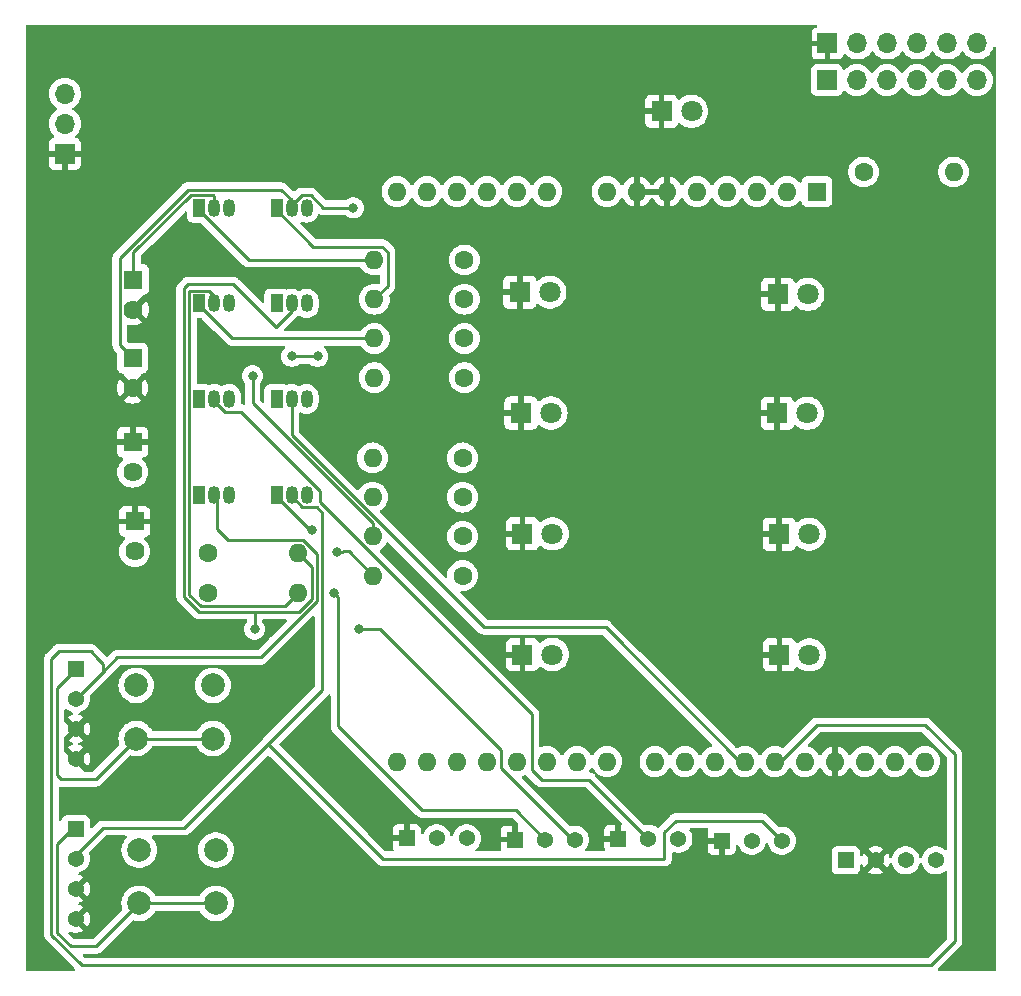
<source format=gbr>
%TF.GenerationSoftware,KiCad,Pcbnew,(7.0.0)*%
%TF.CreationDate,2024-10-28T17:49:38-04:00*%
%TF.ProjectId,Treadmill_V2,54726561-646d-4696-9c6c-5f56322e6b69,rev?*%
%TF.SameCoordinates,Original*%
%TF.FileFunction,Copper,L2,Bot*%
%TF.FilePolarity,Positive*%
%FSLAX46Y46*%
G04 Gerber Fmt 4.6, Leading zero omitted, Abs format (unit mm)*
G04 Created by KiCad (PCBNEW (7.0.0)) date 2024-10-28 17:49:38*
%MOMM*%
%LPD*%
G01*
G04 APERTURE LIST*
%TA.AperFunction,ComponentPad*%
%ADD10R,1.700000X1.700000*%
%TD*%
%TA.AperFunction,ComponentPad*%
%ADD11O,1.700000X1.700000*%
%TD*%
%TA.AperFunction,ComponentPad*%
%ADD12O,1.600000X1.600000*%
%TD*%
%TA.AperFunction,ComponentPad*%
%ADD13C,1.600000*%
%TD*%
%TA.AperFunction,ComponentPad*%
%ADD14C,1.800000*%
%TD*%
%TA.AperFunction,ComponentPad*%
%ADD15R,1.800000X1.800000*%
%TD*%
%TA.AperFunction,ComponentPad*%
%ADD16R,1.600000X1.600000*%
%TD*%
%TA.AperFunction,ComponentPad*%
%ADD17R,1.620000X1.620000*%
%TD*%
%TA.AperFunction,ComponentPad*%
%ADD18C,1.620000*%
%TD*%
%TA.AperFunction,ComponentPad*%
%ADD19C,1.370000*%
%TD*%
%TA.AperFunction,ComponentPad*%
%ADD20R,1.370000X1.370000*%
%TD*%
%TA.AperFunction,ComponentPad*%
%ADD21R,1.050000X1.500000*%
%TD*%
%TA.AperFunction,ComponentPad*%
%ADD22O,1.050000X1.500000*%
%TD*%
%TA.AperFunction,ComponentPad*%
%ADD23C,2.000000*%
%TD*%
%TA.AperFunction,ViaPad*%
%ADD24C,0.800000*%
%TD*%
%TA.AperFunction,Conductor*%
%ADD25C,0.250000*%
%TD*%
G04 APERTURE END LIST*
D10*
%TO.P,REF\u002A\u002A,1*%
%TO.N,/5V*%
X203324999Y-66812346D03*
D11*
%TO.P,REF\u002A\u002A,2*%
%TO.N,N/C*%
X205864999Y-66812346D03*
%TO.P,REF\u002A\u002A,3*%
X208404999Y-66812346D03*
%TO.P,REF\u002A\u002A,4*%
X210944999Y-66812346D03*
%TO.P,REF\u002A\u002A,5*%
X213484999Y-66812346D03*
%TO.P,REF\u002A\u002A,6*%
X216024999Y-66812346D03*
%TD*%
D10*
%TO.P,REF\u002A\u002A,1*%
%TO.N,/GND*%
X203374999Y-63712346D03*
D11*
%TO.P,REF\u002A\u002A,2*%
%TO.N,N/C*%
X205914999Y-63712346D03*
%TO.P,REF\u002A\u002A,3*%
X208454999Y-63712346D03*
%TO.P,REF\u002A\u002A,4*%
X210994999Y-63712346D03*
%TO.P,REF\u002A\u002A,5*%
X213534999Y-63712346D03*
%TO.P,REF\u002A\u002A,6*%
X216074999Y-63712346D03*
%TD*%
D12*
%TO.P,R11,2*%
%TO.N,/5V*%
X214059999Y-74587346D03*
D13*
%TO.P,R11,1*%
%TO.N,Net-(D11-A)*%
X206440000Y-74587347D03*
%TD*%
D14*
%TO.P,D11,2,A*%
%TO.N,Net-(D11-A)*%
X191865000Y-69456982D03*
D15*
%TO.P,D11,1,K*%
%TO.N,/GND*%
X189324999Y-69456981D03*
%TD*%
D16*
%TO.P,A1,1,NC*%
%TO.N,unconnected-(A1-NC-Pad1)*%
X202484999Y-76252346D03*
D12*
%TO.P,A1,2,IOREF*%
%TO.N,unconnected-(A1-IOREF-Pad2)*%
X199944999Y-76252346D03*
%TO.P,A1,3,~{RESET}*%
%TO.N,unconnected-(A1-~{RESET}-Pad3)*%
X197404999Y-76252346D03*
%TO.P,A1,4,3V3*%
%TO.N,unconnected-(A1-3V3-Pad4)*%
X194864999Y-76252346D03*
%TO.P,A1,5,+5V*%
%TO.N,/5V*%
X192324999Y-76252346D03*
%TO.P,A1,6,GND*%
%TO.N,/GND*%
X189784999Y-76252346D03*
%TO.P,A1,7,GND*%
X187244999Y-76252346D03*
%TO.P,A1,8,VIN*%
%TO.N,unconnected-(A1-VIN-Pad8)*%
X184704999Y-76252346D03*
%TO.P,A1,9,A0*%
%TO.N,unconnected-(A1-A0-Pad9)*%
X179624999Y-76252346D03*
%TO.P,A1,10,A1*%
%TO.N,unconnected-(A1-A1-Pad10)*%
X177084999Y-76252346D03*
%TO.P,A1,11,A2*%
%TO.N,unconnected-(A1-A2-Pad11)*%
X174544999Y-76252346D03*
%TO.P,A1,12,A3*%
%TO.N,unconnected-(A1-A3-Pad12)*%
X172004999Y-76252346D03*
%TO.P,A1,13,SDA/A4*%
%TO.N,unconnected-(A1-SDA{slash}A4-Pad13)*%
X169464999Y-76252346D03*
%TO.P,A1,14,SCL/A5*%
%TO.N,unconnected-(A1-SCL{slash}A5-Pad14)*%
X166924999Y-76252346D03*
%TO.P,A1,15,D0/RX*%
%TO.N,unconnected-(A1-D0{slash}RX-Pad15)*%
X166924999Y-124512346D03*
%TO.P,A1,16,D1/TX*%
%TO.N,unconnected-(A1-D1{slash}TX-Pad16)*%
X169464999Y-124512346D03*
%TO.P,A1,17,D2*%
%TO.N,/trig1*%
X172004999Y-124512346D03*
%TO.P,A1,18,D3*%
%TO.N,unconnected-(A1-D3-Pad18)*%
X174544999Y-124512346D03*
%TO.P,A1,19,D4*%
%TO.N,unconnected-(A1-D4-Pad19)*%
X177084999Y-124512346D03*
%TO.P,A1,20,D5*%
%TO.N,/trig2*%
X179624999Y-124512346D03*
%TO.P,A1,21,D6*%
%TO.N,unconnected-(A1-D6-Pad21)*%
X182164999Y-124512346D03*
%TO.P,A1,22,D7*%
%TO.N,unconnected-(A1-D7-Pad22)*%
X184704999Y-124512346D03*
%TO.P,A1,23,D8*%
%TO.N,/cueL*%
X188764999Y-124512346D03*
%TO.P,A1,24,D9*%
%TO.N,/cueR*%
X191304999Y-124512346D03*
%TO.P,A1,25,D10*%
%TO.N,/lick*%
X193844999Y-124512346D03*
%TO.P,A1,26,D11*%
%TO.N,/prog*%
X196384999Y-124512346D03*
%TO.P,A1,27,D12*%
%TO.N,/reward*%
X198924999Y-124512346D03*
%TO.P,A1,28,D13*%
%TO.N,/airpuff*%
X201464999Y-124512346D03*
%TO.P,A1,29,GND*%
%TO.N,/GND*%
X204004999Y-124512346D03*
%TO.P,A1,30,AREF*%
%TO.N,unconnected-(A1-AREF-Pad30)*%
X206544999Y-124512346D03*
%TO.P,A1,31,SDA/A4*%
%TO.N,/SDA*%
X209084999Y-124512346D03*
%TO.P,A1,32,SCL/A5*%
%TO.N,/SCL*%
X211624999Y-124512346D03*
%TD*%
D13*
%TO.P,R1,1*%
%TO.N,Net-(D1-A)*%
X150955000Y-110250000D03*
D12*
%TO.P,R1,2*%
%TO.N,/cueL*%
X158574999Y-110249999D03*
%TD*%
D17*
%TO.P,trig1,1,OUT*%
%TO.N,/trig1*%
X144599999Y-83709999D03*
D18*
%TO.P,trig1,2,GND*%
%TO.N,/GND*%
X144600000Y-86250000D03*
%TD*%
D13*
%TO.P,R2,1*%
%TO.N,Net-(D2-A)*%
X150915000Y-106888890D03*
D12*
%TO.P,R2,2*%
%TO.N,/cueR*%
X158534999Y-106888889D03*
%TD*%
D13*
%TO.P,R6,1*%
%TO.N,Net-(D6-A)*%
X172635000Y-92008334D03*
D12*
%TO.P,R6,2*%
%TO.N,Net-(Q4-E)*%
X165014999Y-92008333D03*
%TD*%
D13*
%TO.P,R8,1*%
%TO.N,Net-(D8-A)*%
X172485000Y-102122222D03*
D12*
%TO.P,R8,2*%
%TO.N,Net-(Q6-E)*%
X164864999Y-102122221D03*
%TD*%
D19*
%TO.P,SReward1,4,GND*%
%TO.N,/GND*%
X139745000Y-124284847D03*
%TO.P,SReward1,3,GND*%
X139745000Y-121744847D03*
%TO.P,SReward1,2,TRIG*%
%TO.N,/reward*%
X139745000Y-119204847D03*
D20*
%TO.P,SReward1,1,TRIG*%
%TO.N,Net-(SReward1-TRIG-Pad1)*%
X139744999Y-116664846D03*
%TD*%
D15*
%TO.P,D8,1,K*%
%TO.N,/GND*%
X199134999Y-95024999D03*
D14*
%TO.P,D8,2,A*%
%TO.N,Net-(D8-A)*%
X201675000Y-95025000D03*
%TD*%
D21*
%TO.P,Q8,1,E*%
%TO.N,Net-(Q8-E)*%
X156729999Y-101899999D03*
D22*
%TO.P,Q8,2,B*%
%TO.N,/airpuff*%
X157999999Y-101899999D03*
%TO.P,Q8,3,C*%
%TO.N,/5V*%
X159269999Y-101899999D03*
%TD*%
D15*
%TO.P,D7,1,K*%
%TO.N,/GND*%
X199174999Y-84949999D03*
D14*
%TO.P,D7,2,A*%
%TO.N,Net-(D7-A)*%
X201715000Y-84950000D03*
%TD*%
D21*
%TO.P,Q1,1,E*%
%TO.N,Net-(Q1-E)*%
X150179999Y-77624999D03*
D22*
%TO.P,Q1,2,B*%
%TO.N,/trig1*%
X151449999Y-77624999D03*
%TO.P,Q1,3,C*%
%TO.N,/5V*%
X152719999Y-77624999D03*
%TD*%
D17*
%TO.P,D1,1,K*%
%TO.N,/GND*%
X144724999Y-104184999D03*
D18*
%TO.P,D1,2,A*%
%TO.N,Net-(D1-A)*%
X144725000Y-106725000D03*
%TD*%
D21*
%TO.P,Q7,1,E*%
%TO.N,Net-(Q7-E)*%
X150179999Y-101899999D03*
D22*
%TO.P,Q7,2,B*%
%TO.N,/reward*%
X151449999Y-101899999D03*
%TO.P,Q7,3,C*%
%TO.N,/5V*%
X152719999Y-101899999D03*
%TD*%
D15*
%TO.P,D5,1,K*%
%TO.N,/GND*%
X177549999Y-105224999D03*
D14*
%TO.P,D5,2,A*%
%TO.N,Net-(D5-A)*%
X180090000Y-105225000D03*
%TD*%
D21*
%TO.P,Q6,1,E*%
%TO.N,Net-(Q6-E)*%
X156729999Y-93808331D03*
D22*
%TO.P,Q6,2,B*%
%TO.N,/prog*%
X157999999Y-93808331D03*
%TO.P,Q6,3,C*%
%TO.N,/5V*%
X159269999Y-93808331D03*
%TD*%
D13*
%TO.P,R4,1*%
%TO.N,Net-(D4-A)*%
X172635000Y-85363890D03*
D12*
%TO.P,R4,2*%
%TO.N,Net-(Q2-E)*%
X165014999Y-85363889D03*
%TD*%
D19*
%TO.P,A2,3,Align*%
%TO.N,/trig2*%
X172827500Y-131005000D03*
%TO.P,A2,2,Align*%
%TO.N,/trig1*%
X170287500Y-131005000D03*
D20*
%TO.P,A2,1,GND*%
%TO.N,/GND*%
X167747499Y-131004999D03*
%TD*%
D13*
%TO.P,R10,1*%
%TO.N,Net-(D10-A)*%
X172485000Y-108766666D03*
D12*
%TO.P,R10,2*%
%TO.N,Net-(Q8-E)*%
X164864999Y-108766665D03*
%TD*%
D21*
%TO.P,Q4,1,E*%
%TO.N,Net-(Q4-E)*%
X156729999Y-85716665D03*
D22*
%TO.P,Q4,2,B*%
%TO.N,/cueR*%
X157999999Y-85716665D03*
%TO.P,Q4,3,C*%
%TO.N,/5V*%
X159269999Y-85716665D03*
%TD*%
D12*
%TO.P,R3,2*%
%TO.N,Net-(Q1-E)*%
X165014999Y-82041667D03*
D13*
%TO.P,R3,1*%
%TO.N,Net-(D3-A)*%
X172635000Y-82041668D03*
%TD*%
D15*
%TO.P,D6,1,K*%
%TO.N,/GND*%
X177549999Y-115449999D03*
D14*
%TO.P,D6,2,A*%
%TO.N,Net-(D6-A)*%
X180090000Y-115450000D03*
%TD*%
D19*
%TO.P,SAirpuff1,4,GND*%
%TO.N,/GND*%
X139725000Y-137832347D03*
%TO.P,SAirpuff1,3,GND*%
X139725000Y-135292347D03*
%TO.P,SAirpuff1,2,TRIG*%
%TO.N,/airpuff*%
X139725000Y-132752347D03*
D20*
%TO.P,SAirpuff1,1,TRIG*%
%TO.N,Net-(SAirpuff1-TRIG-Pad1)*%
X139724999Y-130212346D03*
%TD*%
D13*
%TO.P,R5,1*%
%TO.N,Net-(D5-A)*%
X172635000Y-88686112D03*
D12*
%TO.P,R5,2*%
%TO.N,Net-(Q3-E)*%
X165014999Y-88686111D03*
%TD*%
D19*
%TO.P,A5,3,Align*%
%TO.N,/airpuff*%
X199500000Y-131210000D03*
%TO.P,A5,2,Align*%
%TO.N,/reward*%
X196960000Y-131210000D03*
D20*
%TO.P,A5,1,GND*%
%TO.N,/GND*%
X194419999Y-131209999D03*
%TD*%
%TO.P,A4,1,GND*%
%TO.N,/GND*%
X185672499Y-131042346D03*
D19*
%TO.P,A4,2,Align*%
%TO.N,/lick*%
X188212500Y-131042347D03*
%TO.P,A4,3,Align*%
%TO.N,/prog*%
X190752500Y-131042347D03*
%TD*%
D15*
%TO.P,D10,1,K*%
%TO.N,/GND*%
X199309999Y-115474999D03*
D14*
%TO.P,D10,2,A*%
%TO.N,Net-(D10-A)*%
X201850000Y-115475000D03*
%TD*%
D15*
%TO.P,D9,1,K*%
%TO.N,/GND*%
X199284999Y-105249999D03*
D14*
%TO.P,D9,2,A*%
%TO.N,Net-(D9-A)*%
X201825000Y-105250000D03*
%TD*%
D20*
%TO.P,I2C_LCD1,1,5V*%
%TO.N,/5V*%
X204919999Y-132874999D03*
D19*
%TO.P,I2C_LCD1,2,GND*%
%TO.N,/GND*%
X207460000Y-132875000D03*
%TO.P,I2C_LCD1,3,SDA*%
%TO.N,/SDA*%
X210000000Y-132875000D03*
%TO.P,I2C_LCD1,4,SCL*%
%TO.N,/SCL*%
X212540000Y-132875000D03*
%TD*%
D15*
%TO.P,D4,1,K*%
%TO.N,/GND*%
X177424999Y-94999999D03*
D14*
%TO.P,D4,2,A*%
%TO.N,Net-(D4-A)*%
X179965000Y-95000000D03*
%TD*%
D21*
%TO.P,Q3,1,E*%
%TO.N,Net-(Q3-E)*%
X150179999Y-85716665D03*
D22*
%TO.P,Q3,2,B*%
%TO.N,/cueL*%
X151449999Y-85716665D03*
%TO.P,Q3,3,C*%
%TO.N,/5V*%
X152719999Y-85716665D03*
%TD*%
D19*
%TO.P,A3,3,Align*%
%TO.N,/cueR*%
X181975000Y-131110000D03*
%TO.P,A3,2,Align*%
%TO.N,/cueL*%
X179435000Y-131110000D03*
D20*
%TO.P,A3,1,GND*%
%TO.N,/GND*%
X176894999Y-131109999D03*
%TD*%
D17*
%TO.P,trig2,1,OUT*%
%TO.N,/trig2*%
X144534999Y-90342499D03*
D18*
%TO.P,trig2,2,GND*%
%TO.N,/GND*%
X144535000Y-92882500D03*
%TD*%
D17*
%TO.P,D2,1,K*%
%TO.N,/GND*%
X144549999Y-97459999D03*
D18*
%TO.P,D2,2,A*%
%TO.N,Net-(D2-A)*%
X144550000Y-100000000D03*
%TD*%
D13*
%TO.P,R7,1*%
%TO.N,Net-(D7-A)*%
X172485000Y-98800000D03*
D12*
%TO.P,R7,2*%
%TO.N,Net-(Q5-E)*%
X164864999Y-98799999D03*
%TD*%
D23*
%TO.P,SWAirpuff1,2,2*%
%TO.N,Net-(SAirpuff1-TRIG-Pad1)*%
X151600000Y-136512347D03*
X145100000Y-136512347D03*
%TO.P,SWAirpuff1,1,1*%
%TO.N,/5V*%
X151600000Y-132012347D03*
X145100000Y-132012347D03*
%TD*%
D10*
%TO.P,TLick1,1,GND*%
%TO.N,/GND*%
X138799999Y-73052346D03*
D11*
%TO.P,TLick1,2,Sig*%
%TO.N,/lick*%
X138799999Y-70512346D03*
%TO.P,TLick1,3,5V*%
%TO.N,/5V*%
X138799999Y-67972346D03*
%TD*%
D23*
%TO.P,SWReward1,2,2*%
%TO.N,Net-(SReward1-TRIG-Pad1)*%
X151350000Y-122562347D03*
X144850000Y-122562347D03*
%TO.P,SWReward1,1,1*%
%TO.N,/5V*%
X151350000Y-118062347D03*
X144850000Y-118062347D03*
%TD*%
D21*
%TO.P,Q5,1,E*%
%TO.N,Net-(Q5-E)*%
X150179999Y-93808331D03*
D22*
%TO.P,Q5,2,B*%
%TO.N,/lick*%
X151449999Y-93808331D03*
%TO.P,Q5,3,C*%
%TO.N,/5V*%
X152719999Y-93808331D03*
%TD*%
D14*
%TO.P,D3,2,A*%
%TO.N,Net-(D3-A)*%
X179865000Y-84775000D03*
D15*
%TO.P,D3,1,K*%
%TO.N,/GND*%
X177324999Y-84774999D03*
%TD*%
D21*
%TO.P,Q2,1,E*%
%TO.N,Net-(Q2-E)*%
X156729999Y-77624999D03*
D22*
%TO.P,Q2,2,B*%
%TO.N,/trig2*%
X157999999Y-77624999D03*
%TO.P,Q2,3,C*%
%TO.N,/5V*%
X159269999Y-77624999D03*
%TD*%
D13*
%TO.P,R9,1*%
%TO.N,Net-(D9-A)*%
X172485000Y-105444444D03*
D12*
%TO.P,R9,2*%
%TO.N,Net-(Q7-E)*%
X164864999Y-105444443D03*
%TD*%
D24*
%TO.N,Net-(Q7-E)*%
X154700000Y-91875000D03*
%TO.N,Net-(Q8-E)*%
X159700000Y-104925000D03*
X161825000Y-106750000D03*
%TO.N,/trig2*%
X163225000Y-77625000D03*
%TO.N,/cueR*%
X154875000Y-113300000D03*
X163675000Y-113275000D03*
%TO.N,/cueL*%
X161625000Y-110250000D03*
%TO.N,Net-(Q4-E)*%
X160200000Y-90200000D03*
X158025000Y-90200000D03*
%TD*%
D25*
%TO.N,/airpuff*%
X160600000Y-103450000D02*
X160125000Y-102975000D01*
X160600000Y-118450000D02*
X160600000Y-103450000D01*
X148912653Y-130137347D02*
X160600000Y-118450000D01*
X160125000Y-102975000D02*
X158917918Y-102975000D01*
X158000000Y-102057082D02*
X158000000Y-101900000D01*
X142010000Y-130137347D02*
X148912653Y-130137347D01*
X158917918Y-102975000D02*
X158000000Y-102057082D01*
X139500000Y-132647347D02*
X142010000Y-130137347D01*
%TO.N,/cueL*%
X161625000Y-110275000D02*
X161625000Y-110250000D01*
X161925000Y-121530991D02*
X161925000Y-110575000D01*
X176962347Y-128637347D02*
X169031356Y-128637347D01*
X161925000Y-110575000D02*
X161625000Y-110275000D01*
X179435000Y-131110000D02*
X176962347Y-128637347D01*
X169031356Y-128637347D02*
X161925000Y-121530991D01*
%TO.N,/airpuff*%
X165712347Y-132737347D02*
X156012500Y-123037500D01*
X189575000Y-132737347D02*
X165712347Y-132737347D01*
X190511644Y-129525000D02*
X189575000Y-130461644D01*
X197815000Y-129525000D02*
X190511644Y-129525000D01*
X189575000Y-130461644D02*
X189575000Y-132737347D01*
X199500000Y-131210000D02*
X197815000Y-129525000D01*
%TO.N,/cueR*%
X165487653Y-113275000D02*
X163675000Y-113275000D01*
X175775000Y-123562347D02*
X165487653Y-113275000D01*
X181822653Y-131110000D02*
X175775000Y-125062347D01*
X181975000Y-131110000D02*
X181822653Y-131110000D01*
X175775000Y-125062347D02*
X175775000Y-123562347D01*
%TO.N,/reward*%
X141000000Y-115187347D02*
X142056250Y-116243597D01*
X138300000Y-115187347D02*
X141000000Y-115187347D01*
X137675000Y-115812347D02*
X138300000Y-115187347D01*
X137675000Y-139187347D02*
X137675000Y-115812347D01*
X212125000Y-141762347D02*
X140250000Y-141762347D01*
X211650000Y-121412347D02*
X214150000Y-123912347D01*
X214150000Y-139737347D02*
X212125000Y-141762347D01*
X202482653Y-121412347D02*
X211650000Y-121412347D01*
X214150000Y-123912347D02*
X214150000Y-139737347D01*
X140250000Y-141762347D02*
X137675000Y-139187347D01*
X198940000Y-124955000D02*
X202482653Y-121412347D01*
X142056250Y-116243597D02*
X142056250Y-116893597D01*
X141467500Y-115654847D02*
X142056250Y-116243597D01*
%TO.N,Net-(SReward1-TRIG-Pad1)*%
X138125000Y-125612347D02*
X138519144Y-126006491D01*
X141405856Y-126006491D02*
X144850000Y-122562347D01*
X139745000Y-116664847D02*
X138125000Y-118284847D01*
X138125000Y-118284847D02*
X138125000Y-125612347D01*
X138519144Y-126006491D02*
X141405856Y-126006491D01*
%TO.N,Net-(SAirpuff1-TRIG-Pad1)*%
X139286396Y-140162347D02*
X141450000Y-140162347D01*
X138125000Y-139000951D02*
X139286396Y-140162347D01*
X141450000Y-140162347D02*
X145100000Y-136512347D01*
X138125000Y-131482347D02*
X138125000Y-139000951D01*
X139500000Y-130107347D02*
X138125000Y-131482347D01*
%TO.N,/prog*%
X158000000Y-93808332D02*
X158000000Y-96848213D01*
X158000000Y-96848213D02*
X174289134Y-113137347D01*
X174289134Y-113137347D02*
X184582347Y-113137347D01*
X184582347Y-113137347D02*
X196400000Y-124955000D01*
%TO.N,/lick*%
X151450000Y-93965414D02*
X151450000Y-93808332D01*
X152367918Y-94883332D02*
X151450000Y-93965414D01*
X160400000Y-101575000D02*
X153708332Y-94883332D01*
X178350000Y-120520435D02*
X160400000Y-102570435D01*
X178350000Y-125255991D02*
X178350000Y-120520435D01*
X179174009Y-126080000D02*
X178350000Y-125255991D01*
X153708332Y-94883332D02*
X152367918Y-94883332D01*
X160400000Y-102570435D02*
X160400000Y-101575000D01*
X183205000Y-126080000D02*
X179174009Y-126080000D01*
X188285000Y-131160000D02*
X183205000Y-126080000D01*
%TO.N,/reward*%
X143262500Y-115687347D02*
X142056250Y-116893597D01*
X155400000Y-115687347D02*
X143262500Y-115687347D01*
X156575000Y-114512347D02*
X155400000Y-115687347D01*
X156587653Y-114512347D02*
X156575000Y-114512347D01*
X160150000Y-106912899D02*
X160150000Y-110950000D01*
X152588890Y-105763890D02*
X159000991Y-105763890D01*
X151680000Y-104855000D02*
X152588890Y-105763890D01*
X151680000Y-102130000D02*
X151680000Y-104855000D01*
X160150000Y-110950000D02*
X156587653Y-114512347D01*
X151450000Y-101900000D02*
X151680000Y-102130000D01*
X159000991Y-105763890D02*
X160150000Y-106912899D01*
%TO.N,Net-(Q7-E)*%
X154700000Y-91875000D02*
X154700000Y-91950000D01*
%TO.N,Net-(Q8-E)*%
X156730000Y-102125000D02*
X156730000Y-101900000D01*
X159530000Y-104925000D02*
X156730000Y-102125000D01*
X159700000Y-104925000D02*
X159530000Y-104925000D01*
X161825000Y-106750000D02*
X161800000Y-106725000D01*
X162823334Y-106725000D02*
X161825000Y-106750000D01*
X164865000Y-108766666D02*
X162823334Y-106725000D01*
%TO.N,Net-(Q7-E)*%
X164865000Y-104349609D02*
X154700000Y-94184609D01*
X154700000Y-94184609D02*
X154700000Y-91875000D01*
X164865000Y-105444444D02*
X164865000Y-104349609D01*
%TO.N,/trig2*%
X158000000Y-77400000D02*
X158000000Y-77625000D01*
X158850000Y-76550000D02*
X158000000Y-77400000D01*
X159622082Y-76550000D02*
X158850000Y-76550000D01*
X160697082Y-77625000D02*
X159622082Y-76550000D01*
X163225000Y-77625000D02*
X160697082Y-77625000D01*
%TO.N,/trig1*%
X171975000Y-124910000D02*
X171975000Y-124875000D01*
X172020000Y-124955000D02*
X171975000Y-124910000D01*
%TO.N,/reward*%
X139745000Y-119204847D02*
X142056250Y-116893597D01*
%TO.N,/cueR*%
X154875000Y-113300000D02*
X154875000Y-111825000D01*
X154875000Y-111825000D02*
X158590991Y-111825000D01*
X150138604Y-111825000D02*
X154875000Y-111825000D01*
X163675000Y-113275000D02*
X163775000Y-113275000D01*
%TO.N,/cueL*%
X161600000Y-110250000D02*
X161600000Y-110250000D01*
X161625000Y-110250000D02*
X161600000Y-110250000D01*
%TO.N,Net-(SAirpuff1-TRIG-Pad1)*%
X145100000Y-136512347D02*
X151600000Y-136512347D01*
%TO.N,Net-(SReward1-TRIG-Pad1)*%
X144850000Y-122562347D02*
X151350000Y-122562347D01*
%TO.N,/lick*%
X151491668Y-93808332D02*
X151500000Y-93800000D01*
X151450000Y-93808332D02*
X151491668Y-93808332D01*
%TO.N,Net-(Q5-E)*%
X150180000Y-93805000D02*
X150175000Y-93800000D01*
X150180000Y-93808332D02*
X150180000Y-93805000D01*
%TO.N,Net-(Q4-E)*%
X158025000Y-90200000D02*
X160200000Y-90200000D01*
%TO.N,/cueR*%
X159700000Y-108053890D02*
X158535000Y-106888890D01*
X159700000Y-110715991D02*
X159700000Y-108053890D01*
X148880000Y-110566396D02*
X150138604Y-111825000D01*
X158590991Y-111825000D02*
X159700000Y-110715991D01*
X148880000Y-84455270D02*
X148880000Y-110566396D01*
X149235270Y-84100000D02*
X148880000Y-84455270D01*
X153061390Y-84100000D02*
X149235270Y-84100000D01*
X156666528Y-87705138D02*
X153061390Y-84100000D01*
X158000000Y-86371666D02*
X156666528Y-87705138D01*
X158000000Y-85716666D02*
X158000000Y-86371666D01*
%TO.N,/cueL*%
X157450000Y-111375000D02*
X158575000Y-110250000D01*
X149330000Y-110380000D02*
X150325000Y-111375000D01*
X149330000Y-84641666D02*
X149330000Y-110380000D01*
X151030000Y-84641666D02*
X149330000Y-84641666D01*
X151450000Y-85061666D02*
X151030000Y-84641666D01*
X151450000Y-85716666D02*
X151450000Y-85061666D01*
X150325000Y-111375000D02*
X157450000Y-111375000D01*
%TO.N,/trig1*%
X151375000Y-76550000D02*
X149450000Y-76550000D01*
X151450000Y-77625000D02*
X151450000Y-76625000D01*
X151450000Y-76625000D02*
X151375000Y-76550000D01*
X149450000Y-76550000D02*
X144600000Y-81400000D01*
X144600000Y-81400000D02*
X144600000Y-83710000D01*
%TO.N,/trig2*%
X143465000Y-81835000D02*
X143465000Y-89272500D01*
X158000000Y-76970000D02*
X157130000Y-76100000D01*
X143465000Y-89272500D02*
X144535000Y-90342500D01*
X158000000Y-77625000D02*
X158000000Y-76970000D01*
X157130000Y-76100000D02*
X149200000Y-76100000D01*
X149200000Y-76100000D02*
X143465000Y-81835000D01*
%TO.N,/cueR*%
X158000000Y-85716666D02*
X158008334Y-85716666D01*
X158008334Y-85716666D02*
X158100000Y-85625000D01*
%TO.N,Net-(Q1-E)*%
X154371668Y-82041668D02*
X165015000Y-82041668D01*
X150180000Y-77850000D02*
X154371668Y-82041668D01*
X150180000Y-77625000D02*
X150180000Y-77850000D01*
%TO.N,Net-(Q2-E)*%
X159796668Y-80916668D02*
X165691668Y-80916668D01*
X165691668Y-80916668D02*
X166140000Y-81365000D01*
X166140000Y-81365000D02*
X166140000Y-84238890D01*
X156730000Y-77625000D02*
X156730000Y-77850000D01*
X156730000Y-77850000D02*
X159796668Y-80916668D01*
X166140000Y-84238890D02*
X165015000Y-85363890D01*
%TO.N,Net-(Q3-E)*%
X150180000Y-85873748D02*
X152992364Y-88686112D01*
X152992364Y-88686112D02*
X165015000Y-88686112D01*
X150180000Y-85716666D02*
X150180000Y-85873748D01*
%TD*%
%TA.AperFunction,Conductor*%
%TO.N,/GND*%
G36*
X202447186Y-62139296D02*
G01*
X202491660Y-62178887D01*
X202512551Y-62234644D01*
X202505043Y-62293712D01*
X202470867Y-62342470D01*
X202417903Y-62369676D01*
X202410358Y-62371458D01*
X202291222Y-62415894D01*
X202275810Y-62424309D01*
X202174907Y-62499845D01*
X202162498Y-62512254D01*
X202086962Y-62613157D01*
X202078547Y-62628569D01*
X202034111Y-62747705D01*
X202030573Y-62762679D01*
X202025353Y-62811232D01*
X202025000Y-62817829D01*
X202025000Y-63446021D01*
X202028450Y-63458896D01*
X202041326Y-63462347D01*
X203501000Y-63462347D01*
X203563000Y-63478960D01*
X203608387Y-63524347D01*
X203625000Y-63586347D01*
X203625000Y-65046021D01*
X203628450Y-65058896D01*
X203641326Y-65062347D01*
X204269518Y-65062347D01*
X204276114Y-65061993D01*
X204324667Y-65056773D01*
X204339641Y-65053235D01*
X204458777Y-65008799D01*
X204474189Y-65000384D01*
X204575092Y-64924848D01*
X204587501Y-64912439D01*
X204663037Y-64811536D01*
X204671452Y-64796124D01*
X204717422Y-64672876D01*
X204752401Y-64622496D01*
X204807246Y-64595043D01*
X204868539Y-64597232D01*
X204921285Y-64628527D01*
X205043599Y-64750842D01*
X205237170Y-64886382D01*
X205451337Y-64986250D01*
X205679592Y-65047410D01*
X205915000Y-65068006D01*
X206150408Y-65047410D01*
X206378663Y-64986250D01*
X206592830Y-64886382D01*
X206786401Y-64750842D01*
X206953495Y-64583748D01*
X207083424Y-64398189D01*
X207127743Y-64359323D01*
X207185000Y-64345312D01*
X207242257Y-64359323D01*
X207286575Y-64398189D01*
X207413395Y-64579308D01*
X207413401Y-64579315D01*
X207416505Y-64583748D01*
X207583599Y-64750842D01*
X207777170Y-64886382D01*
X207991337Y-64986250D01*
X208219592Y-65047410D01*
X208455000Y-65068006D01*
X208690408Y-65047410D01*
X208918663Y-64986250D01*
X209132830Y-64886382D01*
X209326401Y-64750842D01*
X209493495Y-64583748D01*
X209623424Y-64398189D01*
X209667743Y-64359323D01*
X209725000Y-64345312D01*
X209782257Y-64359323D01*
X209826575Y-64398189D01*
X209953395Y-64579308D01*
X209953401Y-64579315D01*
X209956505Y-64583748D01*
X210123599Y-64750842D01*
X210317170Y-64886382D01*
X210531337Y-64986250D01*
X210759592Y-65047410D01*
X210995000Y-65068006D01*
X211230408Y-65047410D01*
X211458663Y-64986250D01*
X211672830Y-64886382D01*
X211866401Y-64750842D01*
X212033495Y-64583748D01*
X212163424Y-64398189D01*
X212207743Y-64359323D01*
X212265000Y-64345312D01*
X212322257Y-64359323D01*
X212366575Y-64398189D01*
X212493395Y-64579308D01*
X212493401Y-64579315D01*
X212496505Y-64583748D01*
X212663599Y-64750842D01*
X212857170Y-64886382D01*
X213071337Y-64986250D01*
X213299592Y-65047410D01*
X213535000Y-65068006D01*
X213770408Y-65047410D01*
X213998663Y-64986250D01*
X214212830Y-64886382D01*
X214406401Y-64750842D01*
X214573495Y-64583748D01*
X214703424Y-64398189D01*
X214747743Y-64359323D01*
X214805000Y-64345312D01*
X214862257Y-64359323D01*
X214906575Y-64398189D01*
X215033395Y-64579308D01*
X215033401Y-64579315D01*
X215036505Y-64583748D01*
X215203599Y-64750842D01*
X215397170Y-64886382D01*
X215611337Y-64986250D01*
X215839592Y-65047410D01*
X216075000Y-65068006D01*
X216310408Y-65047410D01*
X216538663Y-64986250D01*
X216752830Y-64886382D01*
X216946401Y-64750842D01*
X217113495Y-64583748D01*
X217249035Y-64390177D01*
X217348903Y-64176010D01*
X217381225Y-64055380D01*
X217409577Y-64003701D01*
X217458589Y-63970952D01*
X217517185Y-63964535D01*
X217572123Y-63985899D01*
X217610989Y-64030217D01*
X217625000Y-64087474D01*
X217625000Y-66765112D01*
X217612711Y-66812347D01*
X217625000Y-66859582D01*
X217625000Y-142101000D01*
X217608387Y-142163000D01*
X217563000Y-142208387D01*
X217501000Y-142225000D01*
X212846298Y-142225000D01*
X212790003Y-142211485D01*
X212745980Y-142173885D01*
X212723825Y-142120398D01*
X212728367Y-142062682D01*
X212758617Y-142013319D01*
X214537311Y-140234625D01*
X214545481Y-140227191D01*
X214551877Y-140223133D01*
X214597918Y-140174103D01*
X214600535Y-140171401D01*
X214620120Y-140151818D01*
X214622585Y-140148639D01*
X214630167Y-140139763D01*
X214660062Y-140107929D01*
X214669713Y-140090370D01*
X214680390Y-140074117D01*
X214692673Y-140058283D01*
X214710018Y-140018199D01*
X214715151Y-140007718D01*
X214736197Y-139969439D01*
X214741179Y-139950031D01*
X214747482Y-139931623D01*
X214755437Y-139913243D01*
X214762271Y-139870091D01*
X214764633Y-139858685D01*
X214775500Y-139816366D01*
X214775500Y-139796330D01*
X214777027Y-139776932D01*
X214778939Y-139764860D01*
X214778938Y-139764860D01*
X214780160Y-139757151D01*
X214776050Y-139713671D01*
X214775500Y-139702002D01*
X214775500Y-123990122D01*
X214776021Y-123979066D01*
X214777673Y-123971680D01*
X214775561Y-123904474D01*
X214775500Y-123900579D01*
X214775500Y-123876888D01*
X214775500Y-123872997D01*
X214774998Y-123869024D01*
X214774080Y-123857365D01*
X214774019Y-123855434D01*
X214772709Y-123813720D01*
X214767120Y-123794487D01*
X214763174Y-123775430D01*
X214761641Y-123763291D01*
X214760664Y-123755555D01*
X214744582Y-123714938D01*
X214740803Y-123703898D01*
X214730795Y-123669449D01*
X214730793Y-123669446D01*
X214728618Y-123661957D01*
X214718417Y-123644707D01*
X214709863Y-123627248D01*
X214702486Y-123608615D01*
X214676808Y-123573272D01*
X214670401Y-123563518D01*
X214652142Y-123532643D01*
X214652141Y-123532641D01*
X214648170Y-123525927D01*
X214634004Y-123511761D01*
X214621370Y-123496969D01*
X214609594Y-123480760D01*
X214603583Y-123475787D01*
X214603581Y-123475785D01*
X214575941Y-123452920D01*
X214567300Y-123445057D01*
X212147286Y-121025042D01*
X212139842Y-121016861D01*
X212135786Y-121010470D01*
X212086775Y-120964445D01*
X212083978Y-120961734D01*
X212067227Y-120944983D01*
X212064471Y-120942227D01*
X212061290Y-120939759D01*
X212052414Y-120932177D01*
X212026269Y-120907625D01*
X212026267Y-120907623D01*
X212020582Y-120902285D01*
X212013749Y-120898529D01*
X212013743Y-120898524D01*
X212003025Y-120892632D01*
X211986766Y-120881953D01*
X211977095Y-120874451D01*
X211977092Y-120874449D01*
X211970936Y-120869674D01*
X211963779Y-120866576D01*
X211963776Y-120866575D01*
X211930849Y-120852325D01*
X211920363Y-120847188D01*
X211888932Y-120829909D01*
X211888923Y-120829905D01*
X211882092Y-120826150D01*
X211874535Y-120824209D01*
X211874531Y-120824208D01*
X211862688Y-120821167D01*
X211844284Y-120814866D01*
X211833057Y-120810007D01*
X211833050Y-120810005D01*
X211825896Y-120806909D01*
X211818192Y-120805688D01*
X211818190Y-120805688D01*
X211782759Y-120800076D01*
X211771324Y-120797708D01*
X211736571Y-120788785D01*
X211736563Y-120788784D01*
X211729019Y-120786847D01*
X211721223Y-120786847D01*
X211708983Y-120786847D01*
X211689597Y-120785321D01*
X211669804Y-120782187D01*
X211662038Y-120782921D01*
X211662035Y-120782921D01*
X211626324Y-120786297D01*
X211614655Y-120786847D01*
X202560428Y-120786847D01*
X202549372Y-120786325D01*
X202541986Y-120784674D01*
X202534198Y-120784918D01*
X202534191Y-120784918D01*
X202474780Y-120786786D01*
X202470885Y-120786847D01*
X202443303Y-120786847D01*
X202439458Y-120787332D01*
X202439433Y-120787334D01*
X202439306Y-120787351D01*
X202427687Y-120788265D01*
X202391825Y-120789392D01*
X202391818Y-120789393D01*
X202384026Y-120789638D01*
X202376541Y-120791812D01*
X202376525Y-120791815D01*
X202364779Y-120795228D01*
X202345736Y-120799172D01*
X202333602Y-120800705D01*
X202333601Y-120800705D01*
X202325861Y-120801683D01*
X202318611Y-120804552D01*
X202318604Y-120804555D01*
X202285251Y-120817760D01*
X202274207Y-120821541D01*
X202239754Y-120831551D01*
X202239743Y-120831555D01*
X202232263Y-120833729D01*
X202225551Y-120837698D01*
X202225549Y-120837699D01*
X202215017Y-120843927D01*
X202197557Y-120852481D01*
X202186172Y-120856989D01*
X202186166Y-120856991D01*
X202178921Y-120859861D01*
X202172616Y-120864441D01*
X202172608Y-120864446D01*
X202143585Y-120885532D01*
X202133827Y-120891942D01*
X202102949Y-120910204D01*
X202102943Y-120910208D01*
X202096233Y-120914177D01*
X202090720Y-120919688D01*
X202090713Y-120919695D01*
X202082063Y-120928345D01*
X202067280Y-120940971D01*
X202057379Y-120948164D01*
X202057369Y-120948173D01*
X202051066Y-120952753D01*
X202046097Y-120958758D01*
X202046094Y-120958762D01*
X202023225Y-120986406D01*
X202015364Y-120995044D01*
X199673838Y-123336569D01*
X199631938Y-123364127D01*
X199582550Y-123372836D01*
X199533753Y-123361270D01*
X199371496Y-123285608D01*
X199366271Y-123284208D01*
X199366263Y-123284205D01*
X199156916Y-123228111D01*
X199156907Y-123228109D01*
X199151692Y-123226712D01*
X199146304Y-123226240D01*
X199146301Y-123226240D01*
X198930395Y-123207351D01*
X198925000Y-123206879D01*
X198919605Y-123207351D01*
X198703698Y-123226240D01*
X198703693Y-123226240D01*
X198698308Y-123226712D01*
X198693094Y-123228109D01*
X198693083Y-123228111D01*
X198483736Y-123284205D01*
X198483724Y-123284209D01*
X198478504Y-123285608D01*
X198473599Y-123287894D01*
X198473594Y-123287897D01*
X198277176Y-123379489D01*
X198277172Y-123379491D01*
X198272266Y-123381779D01*
X198267833Y-123384882D01*
X198267826Y-123384887D01*
X198090296Y-123509194D01*
X198090291Y-123509197D01*
X198085861Y-123512300D01*
X198082037Y-123516123D01*
X198082031Y-123516129D01*
X197928782Y-123669378D01*
X197928776Y-123669384D01*
X197924953Y-123673208D01*
X197921850Y-123677638D01*
X197921847Y-123677643D01*
X197797540Y-123855173D01*
X197797535Y-123855180D01*
X197794432Y-123859613D01*
X197792148Y-123864510D01*
X197792141Y-123864523D01*
X197767382Y-123917621D01*
X197721625Y-123969797D01*
X197655000Y-123989216D01*
X197588375Y-123969797D01*
X197542618Y-123917621D01*
X197517858Y-123864523D01*
X197517855Y-123864519D01*
X197515568Y-123859613D01*
X197385047Y-123673208D01*
X197224139Y-123512300D01*
X197139335Y-123452920D01*
X197042173Y-123384887D01*
X197042171Y-123384886D01*
X197037734Y-123381779D01*
X196951425Y-123341532D01*
X196836405Y-123287897D01*
X196836400Y-123287895D01*
X196831496Y-123285608D01*
X196826271Y-123284208D01*
X196826263Y-123284205D01*
X196616916Y-123228111D01*
X196616907Y-123228109D01*
X196611692Y-123226712D01*
X196606304Y-123226240D01*
X196606301Y-123226240D01*
X196390395Y-123207351D01*
X196385000Y-123206879D01*
X196379605Y-123207351D01*
X196163698Y-123226240D01*
X196163693Y-123226240D01*
X196158308Y-123226712D01*
X196153094Y-123228109D01*
X196153083Y-123228111D01*
X195943736Y-123284205D01*
X195943724Y-123284209D01*
X195938504Y-123285608D01*
X195933597Y-123287895D01*
X195933589Y-123287899D01*
X195796704Y-123351729D01*
X195747906Y-123363295D01*
X195698518Y-123354586D01*
X195656619Y-123327028D01*
X188749109Y-116419518D01*
X197910000Y-116419518D01*
X197910353Y-116426114D01*
X197915573Y-116474667D01*
X197919111Y-116489641D01*
X197963547Y-116608777D01*
X197971962Y-116624189D01*
X198047498Y-116725092D01*
X198059907Y-116737501D01*
X198160810Y-116813037D01*
X198176222Y-116821452D01*
X198295358Y-116865888D01*
X198310332Y-116869426D01*
X198358885Y-116874646D01*
X198365482Y-116875000D01*
X199043674Y-116875000D01*
X199056549Y-116871549D01*
X199060000Y-116858674D01*
X199560000Y-116858674D01*
X199563450Y-116871549D01*
X199576326Y-116875000D01*
X200254518Y-116875000D01*
X200261114Y-116874646D01*
X200309667Y-116869426D01*
X200324641Y-116865888D01*
X200443777Y-116821452D01*
X200459189Y-116813037D01*
X200560092Y-116737501D01*
X200572501Y-116725092D01*
X200648037Y-116624189D01*
X200656452Y-116608777D01*
X200682075Y-116540081D01*
X200718026Y-116488867D01*
X200774408Y-116461729D01*
X200836862Y-116465577D01*
X200889486Y-116499430D01*
X200893326Y-116503601D01*
X200898216Y-116508913D01*
X201081374Y-116651470D01*
X201285497Y-116761936D01*
X201505019Y-116837298D01*
X201733951Y-116875500D01*
X201960916Y-116875500D01*
X201966049Y-116875500D01*
X202194981Y-116837298D01*
X202414503Y-116761936D01*
X202618626Y-116651470D01*
X202801784Y-116508913D01*
X202958979Y-116338153D01*
X203085924Y-116143849D01*
X203179157Y-115931300D01*
X203236134Y-115706305D01*
X203255300Y-115475000D01*
X203236134Y-115243695D01*
X203179157Y-115018700D01*
X203085924Y-114806151D01*
X202972137Y-114631987D01*
X202961780Y-114616134D01*
X202961778Y-114616132D01*
X202958979Y-114611847D01*
X202801784Y-114441087D01*
X202794423Y-114435358D01*
X202622672Y-114301679D01*
X202622671Y-114301678D01*
X202618626Y-114298530D01*
X202482583Y-114224907D01*
X202419007Y-114190501D01*
X202419002Y-114190499D01*
X202414503Y-114188064D01*
X202409657Y-114186400D01*
X202409654Y-114186399D01*
X202199834Y-114114368D01*
X202199833Y-114114367D01*
X202194981Y-114112702D01*
X202189931Y-114111859D01*
X202189922Y-114111857D01*
X201971111Y-114075344D01*
X201971102Y-114075343D01*
X201966049Y-114074500D01*
X201733951Y-114074500D01*
X201728898Y-114075343D01*
X201728888Y-114075344D01*
X201510077Y-114111857D01*
X201510065Y-114111859D01*
X201505019Y-114112702D01*
X201500169Y-114114366D01*
X201500165Y-114114368D01*
X201290345Y-114186399D01*
X201290337Y-114186402D01*
X201285497Y-114188064D01*
X201281001Y-114190496D01*
X201280992Y-114190501D01*
X201085882Y-114296090D01*
X201085878Y-114296092D01*
X201081374Y-114298530D01*
X201077334Y-114301674D01*
X201077327Y-114301679D01*
X200902263Y-114437936D01*
X200902255Y-114437943D01*
X200898216Y-114441087D01*
X200894743Y-114444858D01*
X200894736Y-114444866D01*
X200889481Y-114450574D01*
X200836857Y-114484424D01*
X200774405Y-114488269D01*
X200718025Y-114461131D01*
X200682075Y-114409918D01*
X200656452Y-114341222D01*
X200648037Y-114325810D01*
X200572501Y-114224907D01*
X200560092Y-114212498D01*
X200459189Y-114136962D01*
X200443777Y-114128547D01*
X200324641Y-114084111D01*
X200309667Y-114080573D01*
X200261114Y-114075353D01*
X200254518Y-114075000D01*
X199576326Y-114075000D01*
X199563450Y-114078450D01*
X199560000Y-114091326D01*
X199560000Y-116858674D01*
X199060000Y-116858674D01*
X199060000Y-115741326D01*
X199056549Y-115728450D01*
X199043674Y-115725000D01*
X197926326Y-115725000D01*
X197913450Y-115728450D01*
X197910000Y-115741326D01*
X197910000Y-116419518D01*
X188749109Y-116419518D01*
X187538265Y-115208674D01*
X197910000Y-115208674D01*
X197913450Y-115221549D01*
X197926326Y-115225000D01*
X199043674Y-115225000D01*
X199056549Y-115221549D01*
X199060000Y-115208674D01*
X199060000Y-114091326D01*
X199056549Y-114078450D01*
X199043674Y-114075000D01*
X198365482Y-114075000D01*
X198358885Y-114075353D01*
X198310332Y-114080573D01*
X198295358Y-114084111D01*
X198176222Y-114128547D01*
X198160810Y-114136962D01*
X198059907Y-114212498D01*
X198047498Y-114224907D01*
X197971962Y-114325810D01*
X197963547Y-114341222D01*
X197919111Y-114460358D01*
X197915573Y-114475332D01*
X197910353Y-114523885D01*
X197910000Y-114530482D01*
X197910000Y-115208674D01*
X187538265Y-115208674D01*
X185079633Y-112750042D01*
X185072189Y-112741861D01*
X185068133Y-112735470D01*
X185019122Y-112689445D01*
X185016325Y-112686734D01*
X184999574Y-112669983D01*
X184999574Y-112669982D01*
X184996818Y-112667227D01*
X184993637Y-112664759D01*
X184984761Y-112657177D01*
X184958616Y-112632625D01*
X184958614Y-112632623D01*
X184952929Y-112627285D01*
X184946096Y-112623529D01*
X184946090Y-112623524D01*
X184935372Y-112617632D01*
X184919113Y-112606953D01*
X184909442Y-112599451D01*
X184909439Y-112599449D01*
X184903283Y-112594674D01*
X184896126Y-112591576D01*
X184896123Y-112591575D01*
X184863196Y-112577325D01*
X184852710Y-112572188D01*
X184821279Y-112554909D01*
X184821270Y-112554905D01*
X184814439Y-112551150D01*
X184806882Y-112549209D01*
X184806878Y-112549208D01*
X184795035Y-112546167D01*
X184776631Y-112539866D01*
X184765404Y-112535007D01*
X184765397Y-112535005D01*
X184758243Y-112531909D01*
X184750539Y-112530688D01*
X184750537Y-112530688D01*
X184715106Y-112525076D01*
X184703671Y-112522708D01*
X184668918Y-112513785D01*
X184668910Y-112513784D01*
X184661366Y-112511847D01*
X184653570Y-112511847D01*
X184641330Y-112511847D01*
X184621944Y-112510321D01*
X184602151Y-112507187D01*
X184594385Y-112507921D01*
X184594382Y-112507921D01*
X184558671Y-112511297D01*
X184547002Y-112511847D01*
X174599587Y-112511847D01*
X174552134Y-112502408D01*
X174511906Y-112475528D01*
X172313317Y-110276939D01*
X172282416Y-110225512D01*
X172279276Y-110165598D01*
X172304632Y-110111222D01*
X172352548Y-110075115D01*
X172411804Y-110065730D01*
X172485000Y-110072134D01*
X172711692Y-110052301D01*
X172931496Y-109993405D01*
X173137734Y-109897234D01*
X173324139Y-109766713D01*
X173485047Y-109605805D01*
X173615568Y-109419400D01*
X173711739Y-109213162D01*
X173770635Y-108993358D01*
X173790468Y-108766666D01*
X173770635Y-108539974D01*
X173723575Y-108364342D01*
X173713141Y-108325402D01*
X173713140Y-108325400D01*
X173711739Y-108320170D01*
X173615568Y-108113932D01*
X173485047Y-107927527D01*
X173324139Y-107766619D01*
X173171510Y-107659748D01*
X173142173Y-107639206D01*
X173142171Y-107639205D01*
X173137734Y-107636098D01*
X172965435Y-107555753D01*
X172936405Y-107542216D01*
X172936403Y-107542215D01*
X172931496Y-107539927D01*
X172926271Y-107538527D01*
X172926263Y-107538524D01*
X172716916Y-107482430D01*
X172716907Y-107482428D01*
X172711692Y-107481031D01*
X172706304Y-107480559D01*
X172706301Y-107480559D01*
X172490395Y-107461670D01*
X172485000Y-107461198D01*
X172479605Y-107461670D01*
X172263698Y-107480559D01*
X172263693Y-107480559D01*
X172258308Y-107481031D01*
X172253094Y-107482428D01*
X172253083Y-107482430D01*
X172043736Y-107538524D01*
X172043724Y-107538528D01*
X172038504Y-107539927D01*
X172033599Y-107542213D01*
X172033594Y-107542216D01*
X171837176Y-107633808D01*
X171837172Y-107633810D01*
X171832266Y-107636098D01*
X171827833Y-107639201D01*
X171827826Y-107639206D01*
X171650296Y-107763513D01*
X171650291Y-107763516D01*
X171645861Y-107766619D01*
X171642037Y-107770442D01*
X171642031Y-107770448D01*
X171488782Y-107923697D01*
X171488776Y-107923703D01*
X171484953Y-107927527D01*
X171481850Y-107931957D01*
X171481847Y-107931962D01*
X171357540Y-108109492D01*
X171357535Y-108109499D01*
X171354432Y-108113932D01*
X171352144Y-108118838D01*
X171352142Y-108118842D01*
X171260550Y-108315260D01*
X171260547Y-108315265D01*
X171258261Y-108320170D01*
X171256862Y-108325390D01*
X171256858Y-108325402D01*
X171200764Y-108534749D01*
X171200762Y-108534760D01*
X171199365Y-108539974D01*
X171179532Y-108766666D01*
X171180004Y-108772061D01*
X171180004Y-108772063D01*
X171185935Y-108839861D01*
X171176549Y-108899118D01*
X171140442Y-108947034D01*
X171086067Y-108972389D01*
X171026153Y-108969249D01*
X170974726Y-108938348D01*
X167480822Y-105444444D01*
X171179532Y-105444444D01*
X171180004Y-105449839D01*
X171195819Y-105630612D01*
X171199365Y-105671136D01*
X171200762Y-105676351D01*
X171200764Y-105676360D01*
X171256858Y-105885707D01*
X171256861Y-105885715D01*
X171258261Y-105890940D01*
X171354432Y-106097178D01*
X171357539Y-106101615D01*
X171357540Y-106101617D01*
X171409703Y-106176114D01*
X171484953Y-106283583D01*
X171645861Y-106444491D01*
X171832266Y-106575012D01*
X172038504Y-106671183D01*
X172258308Y-106730079D01*
X172485000Y-106749912D01*
X172711692Y-106730079D01*
X172931496Y-106671183D01*
X173137734Y-106575012D01*
X173324139Y-106444491D01*
X173485047Y-106283583D01*
X173564915Y-106169518D01*
X176150000Y-106169518D01*
X176150353Y-106176114D01*
X176155573Y-106224667D01*
X176159111Y-106239641D01*
X176203547Y-106358777D01*
X176211962Y-106374189D01*
X176287498Y-106475092D01*
X176299907Y-106487501D01*
X176400810Y-106563037D01*
X176416222Y-106571452D01*
X176535358Y-106615888D01*
X176550332Y-106619426D01*
X176598885Y-106624646D01*
X176605482Y-106625000D01*
X177283674Y-106625000D01*
X177296549Y-106621549D01*
X177300000Y-106608674D01*
X177800000Y-106608674D01*
X177803450Y-106621549D01*
X177816326Y-106625000D01*
X178494518Y-106625000D01*
X178501114Y-106624646D01*
X178549667Y-106619426D01*
X178564641Y-106615888D01*
X178683777Y-106571452D01*
X178699189Y-106563037D01*
X178800092Y-106487501D01*
X178812501Y-106475092D01*
X178888037Y-106374189D01*
X178896452Y-106358777D01*
X178922075Y-106290081D01*
X178958026Y-106238867D01*
X179014408Y-106211729D01*
X179076862Y-106215577D01*
X179129486Y-106249430D01*
X179138216Y-106258913D01*
X179142262Y-106262062D01*
X179142263Y-106262063D01*
X179169912Y-106283583D01*
X179321374Y-106401470D01*
X179525497Y-106511936D01*
X179745019Y-106587298D01*
X179973951Y-106625500D01*
X180200916Y-106625500D01*
X180206049Y-106625500D01*
X180434981Y-106587298D01*
X180654503Y-106511936D01*
X180858626Y-106401470D01*
X181041784Y-106258913D01*
X181101064Y-106194518D01*
X197885000Y-106194518D01*
X197885353Y-106201114D01*
X197890573Y-106249667D01*
X197894111Y-106264641D01*
X197938547Y-106383777D01*
X197946962Y-106399189D01*
X198022498Y-106500092D01*
X198034907Y-106512501D01*
X198135810Y-106588037D01*
X198151222Y-106596452D01*
X198270358Y-106640888D01*
X198285332Y-106644426D01*
X198333885Y-106649646D01*
X198340482Y-106650000D01*
X199018674Y-106650000D01*
X199031549Y-106646549D01*
X199035000Y-106633674D01*
X199535000Y-106633674D01*
X199538450Y-106646549D01*
X199551326Y-106650000D01*
X200229518Y-106650000D01*
X200236114Y-106649646D01*
X200284667Y-106644426D01*
X200299641Y-106640888D01*
X200418777Y-106596452D01*
X200434189Y-106588037D01*
X200535092Y-106512501D01*
X200547501Y-106500092D01*
X200623037Y-106399189D01*
X200631452Y-106383777D01*
X200657075Y-106315081D01*
X200693026Y-106263867D01*
X200749408Y-106236729D01*
X200811862Y-106240577D01*
X200864486Y-106274430D01*
X200873216Y-106283913D01*
X200877262Y-106287062D01*
X200877263Y-106287063D01*
X200878856Y-106288303D01*
X201056374Y-106426470D01*
X201260497Y-106536936D01*
X201480019Y-106612298D01*
X201708951Y-106650500D01*
X201935916Y-106650500D01*
X201941049Y-106650500D01*
X202169981Y-106612298D01*
X202389503Y-106536936D01*
X202593626Y-106426470D01*
X202776784Y-106283913D01*
X202933979Y-106113153D01*
X203060924Y-105918849D01*
X203154157Y-105706300D01*
X203211134Y-105481305D01*
X203230300Y-105250000D01*
X203211134Y-105018695D01*
X203154157Y-104793700D01*
X203060924Y-104581151D01*
X202933979Y-104386847D01*
X202776784Y-104216087D01*
X202769423Y-104210358D01*
X202597672Y-104076679D01*
X202597671Y-104076678D01*
X202593626Y-104073530D01*
X202457583Y-103999907D01*
X202394007Y-103965501D01*
X202394002Y-103965499D01*
X202389503Y-103963064D01*
X202384657Y-103961400D01*
X202384654Y-103961399D01*
X202174834Y-103889368D01*
X202174833Y-103889367D01*
X202169981Y-103887702D01*
X202164931Y-103886859D01*
X202164922Y-103886857D01*
X201946111Y-103850344D01*
X201946102Y-103850343D01*
X201941049Y-103849500D01*
X201708951Y-103849500D01*
X201703898Y-103850343D01*
X201703888Y-103850344D01*
X201485077Y-103886857D01*
X201485065Y-103886859D01*
X201480019Y-103887702D01*
X201475169Y-103889366D01*
X201475165Y-103889368D01*
X201265345Y-103961399D01*
X201265337Y-103961402D01*
X201260497Y-103963064D01*
X201256001Y-103965496D01*
X201255992Y-103965501D01*
X201060882Y-104071090D01*
X201060878Y-104071092D01*
X201056374Y-104073530D01*
X201052334Y-104076674D01*
X201052327Y-104076679D01*
X200877263Y-104212936D01*
X200877255Y-104212943D01*
X200873216Y-104216087D01*
X200869743Y-104219858D01*
X200869736Y-104219866D01*
X200864481Y-104225574D01*
X200811857Y-104259424D01*
X200749405Y-104263269D01*
X200693025Y-104236131D01*
X200657075Y-104184918D01*
X200631452Y-104116222D01*
X200623037Y-104100810D01*
X200547501Y-103999907D01*
X200535092Y-103987498D01*
X200434189Y-103911962D01*
X200418777Y-103903547D01*
X200299641Y-103859111D01*
X200284667Y-103855573D01*
X200236114Y-103850353D01*
X200229518Y-103850000D01*
X199551326Y-103850000D01*
X199538450Y-103853450D01*
X199535000Y-103866326D01*
X199535000Y-106633674D01*
X199035000Y-106633674D01*
X199035000Y-105516326D01*
X199031549Y-105503450D01*
X199018674Y-105500000D01*
X197901326Y-105500000D01*
X197888450Y-105503450D01*
X197885000Y-105516326D01*
X197885000Y-106194518D01*
X181101064Y-106194518D01*
X181198979Y-106088153D01*
X181325924Y-105893849D01*
X181419157Y-105681300D01*
X181476134Y-105456305D01*
X181495300Y-105225000D01*
X181476134Y-104993695D01*
X181473596Y-104983674D01*
X197885000Y-104983674D01*
X197888450Y-104996549D01*
X197901326Y-105000000D01*
X199018674Y-105000000D01*
X199031549Y-104996549D01*
X199035000Y-104983674D01*
X199035000Y-103866326D01*
X199031549Y-103853450D01*
X199018674Y-103850000D01*
X198340482Y-103850000D01*
X198333885Y-103850353D01*
X198285332Y-103855573D01*
X198270358Y-103859111D01*
X198151222Y-103903547D01*
X198135810Y-103911962D01*
X198034907Y-103987498D01*
X198022498Y-103999907D01*
X197946962Y-104100810D01*
X197938547Y-104116222D01*
X197894111Y-104235358D01*
X197890573Y-104250332D01*
X197885353Y-104298885D01*
X197885000Y-104305482D01*
X197885000Y-104983674D01*
X181473596Y-104983674D01*
X181419157Y-104768700D01*
X181325924Y-104556151D01*
X181198979Y-104361847D01*
X181041784Y-104191087D01*
X181002110Y-104160208D01*
X180862672Y-104051679D01*
X180862671Y-104051678D01*
X180858626Y-104048530D01*
X180804497Y-104019237D01*
X180659007Y-103940501D01*
X180659002Y-103940499D01*
X180654503Y-103938064D01*
X180649657Y-103936400D01*
X180649654Y-103936399D01*
X180439834Y-103864368D01*
X180439833Y-103864367D01*
X180434981Y-103862702D01*
X180429931Y-103861859D01*
X180429922Y-103861857D01*
X180211111Y-103825344D01*
X180211102Y-103825343D01*
X180206049Y-103824500D01*
X179973951Y-103824500D01*
X179968898Y-103825343D01*
X179968888Y-103825344D01*
X179750077Y-103861857D01*
X179750065Y-103861859D01*
X179745019Y-103862702D01*
X179740169Y-103864366D01*
X179740165Y-103864368D01*
X179530345Y-103936399D01*
X179530337Y-103936402D01*
X179525497Y-103938064D01*
X179521001Y-103940496D01*
X179520992Y-103940501D01*
X179325882Y-104046090D01*
X179325878Y-104046092D01*
X179321374Y-104048530D01*
X179317334Y-104051674D01*
X179317327Y-104051679D01*
X179142263Y-104187936D01*
X179142255Y-104187943D01*
X179138216Y-104191087D01*
X179134743Y-104194858D01*
X179134736Y-104194866D01*
X179129481Y-104200574D01*
X179076857Y-104234424D01*
X179014405Y-104238269D01*
X178958025Y-104211131D01*
X178922075Y-104159918D01*
X178896452Y-104091222D01*
X178888037Y-104075810D01*
X178812501Y-103974907D01*
X178800092Y-103962498D01*
X178699189Y-103886962D01*
X178683777Y-103878547D01*
X178564641Y-103834111D01*
X178549667Y-103830573D01*
X178501114Y-103825353D01*
X178494518Y-103825000D01*
X177816326Y-103825000D01*
X177803450Y-103828450D01*
X177800000Y-103841326D01*
X177800000Y-106608674D01*
X177300000Y-106608674D01*
X177300000Y-105491326D01*
X177296549Y-105478450D01*
X177283674Y-105475000D01*
X176166326Y-105475000D01*
X176153450Y-105478450D01*
X176150000Y-105491326D01*
X176150000Y-106169518D01*
X173564915Y-106169518D01*
X173615568Y-106097178D01*
X173711739Y-105890940D01*
X173770635Y-105671136D01*
X173790468Y-105444444D01*
X173770635Y-105217752D01*
X173769235Y-105212527D01*
X173713141Y-105003180D01*
X173713140Y-105003178D01*
X173711739Y-104997948D01*
X173693425Y-104958674D01*
X176150000Y-104958674D01*
X176153450Y-104971549D01*
X176166326Y-104975000D01*
X177283674Y-104975000D01*
X177296549Y-104971549D01*
X177300000Y-104958674D01*
X177300000Y-103841326D01*
X177296549Y-103828450D01*
X177283674Y-103825000D01*
X176605482Y-103825000D01*
X176598885Y-103825353D01*
X176550332Y-103830573D01*
X176535358Y-103834111D01*
X176416222Y-103878547D01*
X176400810Y-103886962D01*
X176299907Y-103962498D01*
X176287498Y-103974907D01*
X176211962Y-104075810D01*
X176203547Y-104091222D01*
X176159111Y-104210358D01*
X176155573Y-104225332D01*
X176150353Y-104273885D01*
X176150000Y-104280482D01*
X176150000Y-104958674D01*
X173693425Y-104958674D01*
X173615568Y-104791710D01*
X173485047Y-104605305D01*
X173324139Y-104444397D01*
X173137734Y-104313876D01*
X173001464Y-104250332D01*
X172936405Y-104219994D01*
X172936403Y-104219993D01*
X172931496Y-104217705D01*
X172926271Y-104216305D01*
X172926263Y-104216302D01*
X172716916Y-104160208D01*
X172716907Y-104160206D01*
X172711692Y-104158809D01*
X172706304Y-104158337D01*
X172706301Y-104158337D01*
X172490395Y-104139448D01*
X172485000Y-104138976D01*
X172479605Y-104139448D01*
X172263698Y-104158337D01*
X172263693Y-104158337D01*
X172258308Y-104158809D01*
X172253094Y-104160206D01*
X172253083Y-104160208D01*
X172043736Y-104216302D01*
X172043724Y-104216306D01*
X172038504Y-104217705D01*
X172033599Y-104219991D01*
X172033594Y-104219994D01*
X171837176Y-104311586D01*
X171837172Y-104311588D01*
X171832266Y-104313876D01*
X171827833Y-104316979D01*
X171827826Y-104316984D01*
X171650296Y-104441291D01*
X171650291Y-104441294D01*
X171645861Y-104444397D01*
X171642037Y-104448220D01*
X171642031Y-104448226D01*
X171488782Y-104601475D01*
X171488776Y-104601481D01*
X171484953Y-104605305D01*
X171481850Y-104609735D01*
X171481847Y-104609740D01*
X171357540Y-104787270D01*
X171357538Y-104787274D01*
X171354432Y-104791710D01*
X171352144Y-104796616D01*
X171352142Y-104796620D01*
X171260550Y-104993038D01*
X171260547Y-104993043D01*
X171258261Y-104997948D01*
X171256862Y-105003168D01*
X171256858Y-105003180D01*
X171200764Y-105212527D01*
X171200762Y-105212538D01*
X171199365Y-105217752D01*
X171198893Y-105223137D01*
X171198893Y-105223142D01*
X171182590Y-105409494D01*
X171179532Y-105444444D01*
X167480822Y-105444444D01*
X165486751Y-103450373D01*
X165457012Y-103402549D01*
X165451493Y-103346503D01*
X165471333Y-103293796D01*
X165512439Y-103255301D01*
X165512816Y-103255083D01*
X165517734Y-103252790D01*
X165704139Y-103122269D01*
X165865047Y-102961361D01*
X165995568Y-102774956D01*
X166091739Y-102568718D01*
X166150635Y-102348914D01*
X166170468Y-102122222D01*
X171179532Y-102122222D01*
X171180004Y-102127617D01*
X171196832Y-102319968D01*
X171199365Y-102348914D01*
X171200762Y-102354129D01*
X171200764Y-102354138D01*
X171256858Y-102563485D01*
X171256861Y-102563493D01*
X171258261Y-102568718D01*
X171354432Y-102774956D01*
X171357539Y-102779393D01*
X171357540Y-102779395D01*
X171412236Y-102857509D01*
X171484953Y-102961361D01*
X171645861Y-103122269D01*
X171832266Y-103252790D01*
X172038504Y-103348961D01*
X172258308Y-103407857D01*
X172485000Y-103427690D01*
X172711692Y-103407857D01*
X172931496Y-103348961D01*
X173137734Y-103252790D01*
X173324139Y-103122269D01*
X173485047Y-102961361D01*
X173615568Y-102774956D01*
X173711739Y-102568718D01*
X173770635Y-102348914D01*
X173790468Y-102122222D01*
X173770635Y-101895530D01*
X173711739Y-101675726D01*
X173615568Y-101469488D01*
X173485047Y-101283083D01*
X173324139Y-101122175D01*
X173137734Y-100991654D01*
X172931496Y-100895483D01*
X172926271Y-100894083D01*
X172926263Y-100894080D01*
X172716916Y-100837986D01*
X172716907Y-100837984D01*
X172711692Y-100836587D01*
X172706304Y-100836115D01*
X172706301Y-100836115D01*
X172490395Y-100817226D01*
X172485000Y-100816754D01*
X172479605Y-100817226D01*
X172263698Y-100836115D01*
X172263693Y-100836115D01*
X172258308Y-100836587D01*
X172253094Y-100837984D01*
X172253083Y-100837986D01*
X172043736Y-100894080D01*
X172043724Y-100894084D01*
X172038504Y-100895483D01*
X172033599Y-100897769D01*
X172033594Y-100897772D01*
X171837176Y-100989364D01*
X171837172Y-100989366D01*
X171832266Y-100991654D01*
X171827833Y-100994757D01*
X171827826Y-100994762D01*
X171650296Y-101119069D01*
X171650291Y-101119072D01*
X171645861Y-101122175D01*
X171642037Y-101125998D01*
X171642031Y-101126004D01*
X171488782Y-101279253D01*
X171488776Y-101279259D01*
X171484953Y-101283083D01*
X171481850Y-101287513D01*
X171481847Y-101287518D01*
X171357540Y-101465048D01*
X171357538Y-101465052D01*
X171354432Y-101469488D01*
X171352144Y-101474394D01*
X171352142Y-101474398D01*
X171260550Y-101670816D01*
X171260547Y-101670821D01*
X171258261Y-101675726D01*
X171256862Y-101680946D01*
X171256858Y-101680958D01*
X171200764Y-101890305D01*
X171200762Y-101890316D01*
X171199365Y-101895530D01*
X171179532Y-102122222D01*
X166170468Y-102122222D01*
X166150635Y-101895530D01*
X166091739Y-101675726D01*
X165995568Y-101469488D01*
X165865047Y-101283083D01*
X165704139Y-101122175D01*
X165517734Y-100991654D01*
X165311496Y-100895483D01*
X165306271Y-100894083D01*
X165306263Y-100894080D01*
X165096916Y-100837986D01*
X165096907Y-100837984D01*
X165091692Y-100836587D01*
X165086304Y-100836115D01*
X165086301Y-100836115D01*
X164870395Y-100817226D01*
X164865000Y-100816754D01*
X164859605Y-100817226D01*
X164643698Y-100836115D01*
X164643693Y-100836115D01*
X164638308Y-100836587D01*
X164633094Y-100837984D01*
X164633083Y-100837986D01*
X164423736Y-100894080D01*
X164423724Y-100894084D01*
X164418504Y-100895483D01*
X164413599Y-100897769D01*
X164413594Y-100897772D01*
X164217176Y-100989364D01*
X164217172Y-100989366D01*
X164212266Y-100991654D01*
X164207833Y-100994757D01*
X164207826Y-100994762D01*
X164030296Y-101119069D01*
X164030291Y-101119072D01*
X164025861Y-101122175D01*
X164022037Y-101125998D01*
X164022031Y-101126004D01*
X163868782Y-101279253D01*
X163868776Y-101279259D01*
X163864953Y-101283083D01*
X163861850Y-101287513D01*
X163861847Y-101287518D01*
X163737537Y-101465052D01*
X163737531Y-101465060D01*
X163734432Y-101469488D01*
X163732144Y-101474393D01*
X163731915Y-101474791D01*
X163693419Y-101515892D01*
X163640713Y-101535728D01*
X163584670Y-101530208D01*
X163536848Y-101500470D01*
X160836378Y-98800000D01*
X163559532Y-98800000D01*
X163560004Y-98805395D01*
X163575776Y-98985676D01*
X163579365Y-99026692D01*
X163580762Y-99031907D01*
X163580764Y-99031916D01*
X163636858Y-99241263D01*
X163636861Y-99241271D01*
X163638261Y-99246496D01*
X163734432Y-99452734D01*
X163737539Y-99457171D01*
X163737540Y-99457173D01*
X163821600Y-99577224D01*
X163864953Y-99639139D01*
X164025861Y-99800047D01*
X164212266Y-99930568D01*
X164418504Y-100026739D01*
X164638308Y-100085635D01*
X164865000Y-100105468D01*
X165091692Y-100085635D01*
X165311496Y-100026739D01*
X165517734Y-99930568D01*
X165704139Y-99800047D01*
X165865047Y-99639139D01*
X165995568Y-99452734D01*
X166091739Y-99246496D01*
X166150635Y-99026692D01*
X166170468Y-98800000D01*
X171179532Y-98800000D01*
X171180004Y-98805395D01*
X171195776Y-98985676D01*
X171199365Y-99026692D01*
X171200762Y-99031907D01*
X171200764Y-99031916D01*
X171256858Y-99241263D01*
X171256861Y-99241271D01*
X171258261Y-99246496D01*
X171354432Y-99452734D01*
X171357539Y-99457171D01*
X171357540Y-99457173D01*
X171441600Y-99577224D01*
X171484953Y-99639139D01*
X171645861Y-99800047D01*
X171832266Y-99930568D01*
X172038504Y-100026739D01*
X172258308Y-100085635D01*
X172485000Y-100105468D01*
X172711692Y-100085635D01*
X172931496Y-100026739D01*
X173137734Y-99930568D01*
X173324139Y-99800047D01*
X173485047Y-99639139D01*
X173615568Y-99452734D01*
X173711739Y-99246496D01*
X173770635Y-99026692D01*
X173790468Y-98800000D01*
X173770635Y-98573308D01*
X173711739Y-98353504D01*
X173615568Y-98147266D01*
X173485047Y-97960861D01*
X173324139Y-97799953D01*
X173137734Y-97669432D01*
X172931496Y-97573261D01*
X172926271Y-97571861D01*
X172926263Y-97571858D01*
X172716916Y-97515764D01*
X172716907Y-97515762D01*
X172711692Y-97514365D01*
X172706304Y-97513893D01*
X172706301Y-97513893D01*
X172490395Y-97495004D01*
X172485000Y-97494532D01*
X172479605Y-97495004D01*
X172263698Y-97513893D01*
X172263693Y-97513893D01*
X172258308Y-97514365D01*
X172253094Y-97515762D01*
X172253083Y-97515764D01*
X172043736Y-97571858D01*
X172043724Y-97571862D01*
X172038504Y-97573261D01*
X172033599Y-97575547D01*
X172033594Y-97575550D01*
X171837176Y-97667142D01*
X171837172Y-97667144D01*
X171832266Y-97669432D01*
X171827833Y-97672535D01*
X171827826Y-97672540D01*
X171650296Y-97796847D01*
X171650291Y-97796850D01*
X171645861Y-97799953D01*
X171642037Y-97803776D01*
X171642031Y-97803782D01*
X171488782Y-97957031D01*
X171488776Y-97957037D01*
X171484953Y-97960861D01*
X171481850Y-97965291D01*
X171481847Y-97965296D01*
X171357540Y-98142826D01*
X171357535Y-98142833D01*
X171354432Y-98147266D01*
X171352144Y-98152172D01*
X171352142Y-98152176D01*
X171260550Y-98348594D01*
X171260547Y-98348599D01*
X171258261Y-98353504D01*
X171256862Y-98358724D01*
X171256858Y-98358736D01*
X171200764Y-98568083D01*
X171200762Y-98568094D01*
X171199365Y-98573308D01*
X171198893Y-98578693D01*
X171198893Y-98578698D01*
X171182644Y-98764427D01*
X171179532Y-98800000D01*
X166170468Y-98800000D01*
X166150635Y-98573308D01*
X166091739Y-98353504D01*
X165995568Y-98147266D01*
X165865047Y-97960861D01*
X165704139Y-97799953D01*
X165517734Y-97669432D01*
X165311496Y-97573261D01*
X165306271Y-97571861D01*
X165306263Y-97571858D01*
X165096916Y-97515764D01*
X165096907Y-97515762D01*
X165091692Y-97514365D01*
X165086304Y-97513893D01*
X165086301Y-97513893D01*
X164870395Y-97495004D01*
X164865000Y-97494532D01*
X164859605Y-97495004D01*
X164643698Y-97513893D01*
X164643693Y-97513893D01*
X164638308Y-97514365D01*
X164633094Y-97515762D01*
X164633083Y-97515764D01*
X164423736Y-97571858D01*
X164423724Y-97571862D01*
X164418504Y-97573261D01*
X164413599Y-97575547D01*
X164413594Y-97575550D01*
X164217176Y-97667142D01*
X164217172Y-97667144D01*
X164212266Y-97669432D01*
X164207833Y-97672535D01*
X164207826Y-97672540D01*
X164030296Y-97796847D01*
X164030291Y-97796850D01*
X164025861Y-97799953D01*
X164022037Y-97803776D01*
X164022031Y-97803782D01*
X163868782Y-97957031D01*
X163868776Y-97957037D01*
X163864953Y-97960861D01*
X163861850Y-97965291D01*
X163861847Y-97965296D01*
X163737540Y-98142826D01*
X163737535Y-98142833D01*
X163734432Y-98147266D01*
X163732144Y-98152172D01*
X163732142Y-98152176D01*
X163640550Y-98348594D01*
X163640547Y-98348599D01*
X163638261Y-98353504D01*
X163636862Y-98358724D01*
X163636858Y-98358736D01*
X163580764Y-98568083D01*
X163580762Y-98568094D01*
X163579365Y-98573308D01*
X163578893Y-98578693D01*
X163578893Y-98578698D01*
X163562644Y-98764427D01*
X163559532Y-98800000D01*
X160836378Y-98800000D01*
X158661819Y-96625441D01*
X158634939Y-96585213D01*
X158625500Y-96537760D01*
X158625500Y-95944518D01*
X176025000Y-95944518D01*
X176025353Y-95951114D01*
X176030573Y-95999667D01*
X176034111Y-96014641D01*
X176078547Y-96133777D01*
X176086962Y-96149189D01*
X176162498Y-96250092D01*
X176174907Y-96262501D01*
X176275810Y-96338037D01*
X176291222Y-96346452D01*
X176410358Y-96390888D01*
X176425332Y-96394426D01*
X176473885Y-96399646D01*
X176480482Y-96400000D01*
X177158674Y-96400000D01*
X177171549Y-96396549D01*
X177175000Y-96383674D01*
X177675000Y-96383674D01*
X177678450Y-96396549D01*
X177691326Y-96400000D01*
X178369518Y-96400000D01*
X178376114Y-96399646D01*
X178424667Y-96394426D01*
X178439641Y-96390888D01*
X178558777Y-96346452D01*
X178574189Y-96338037D01*
X178675092Y-96262501D01*
X178687501Y-96250092D01*
X178763037Y-96149189D01*
X178771452Y-96133777D01*
X178797075Y-96065081D01*
X178833026Y-96013867D01*
X178889408Y-95986729D01*
X178951862Y-95990577D01*
X179004486Y-96024430D01*
X179013216Y-96033913D01*
X179196374Y-96176470D01*
X179400497Y-96286936D01*
X179620019Y-96362298D01*
X179848951Y-96400500D01*
X180075916Y-96400500D01*
X180081049Y-96400500D01*
X180309981Y-96362298D01*
X180529503Y-96286936D01*
X180733626Y-96176470D01*
X180916784Y-96033913D01*
X180976064Y-95969518D01*
X197735000Y-95969518D01*
X197735353Y-95976114D01*
X197740573Y-96024667D01*
X197744111Y-96039641D01*
X197788547Y-96158777D01*
X197796962Y-96174189D01*
X197872498Y-96275092D01*
X197884907Y-96287501D01*
X197985810Y-96363037D01*
X198001222Y-96371452D01*
X198120358Y-96415888D01*
X198135332Y-96419426D01*
X198183885Y-96424646D01*
X198190482Y-96425000D01*
X198868674Y-96425000D01*
X198881549Y-96421549D01*
X198885000Y-96408674D01*
X199385000Y-96408674D01*
X199388450Y-96421549D01*
X199401326Y-96425000D01*
X200079518Y-96425000D01*
X200086114Y-96424646D01*
X200134667Y-96419426D01*
X200149641Y-96415888D01*
X200268777Y-96371452D01*
X200284189Y-96363037D01*
X200385092Y-96287501D01*
X200397501Y-96275092D01*
X200473037Y-96174189D01*
X200481452Y-96158777D01*
X200507075Y-96090081D01*
X200543026Y-96038867D01*
X200599408Y-96011729D01*
X200661862Y-96015577D01*
X200714486Y-96049430D01*
X200723216Y-96058913D01*
X200906374Y-96201470D01*
X201110497Y-96311936D01*
X201330019Y-96387298D01*
X201558951Y-96425500D01*
X201785916Y-96425500D01*
X201791049Y-96425500D01*
X202019981Y-96387298D01*
X202239503Y-96311936D01*
X202443626Y-96201470D01*
X202626784Y-96058913D01*
X202783979Y-95888153D01*
X202910924Y-95693849D01*
X203004157Y-95481300D01*
X203061134Y-95256305D01*
X203080300Y-95025000D01*
X203061134Y-94793695D01*
X203004157Y-94568700D01*
X202910924Y-94356151D01*
X202783979Y-94161847D01*
X202626784Y-93991087D01*
X202619423Y-93985358D01*
X202447672Y-93851679D01*
X202447671Y-93851678D01*
X202443626Y-93848530D01*
X202307583Y-93774907D01*
X202244007Y-93740501D01*
X202244002Y-93740499D01*
X202239503Y-93738064D01*
X202234657Y-93736400D01*
X202234654Y-93736399D01*
X202024834Y-93664368D01*
X202024833Y-93664367D01*
X202019981Y-93662702D01*
X202014931Y-93661859D01*
X202014922Y-93661857D01*
X201796111Y-93625344D01*
X201796102Y-93625343D01*
X201791049Y-93624500D01*
X201558951Y-93624500D01*
X201553898Y-93625343D01*
X201553888Y-93625344D01*
X201335077Y-93661857D01*
X201335065Y-93661859D01*
X201330019Y-93662702D01*
X201325169Y-93664366D01*
X201325165Y-93664368D01*
X201115345Y-93736399D01*
X201115337Y-93736402D01*
X201110497Y-93738064D01*
X201106001Y-93740496D01*
X201105992Y-93740501D01*
X200910882Y-93846090D01*
X200910878Y-93846092D01*
X200906374Y-93848530D01*
X200902334Y-93851674D01*
X200902327Y-93851679D01*
X200727263Y-93987936D01*
X200727255Y-93987943D01*
X200723216Y-93991087D01*
X200719743Y-93994858D01*
X200719736Y-93994866D01*
X200714481Y-94000574D01*
X200661857Y-94034424D01*
X200599405Y-94038269D01*
X200543025Y-94011131D01*
X200507075Y-93959918D01*
X200481452Y-93891222D01*
X200473037Y-93875810D01*
X200397501Y-93774907D01*
X200385092Y-93762498D01*
X200284189Y-93686962D01*
X200268777Y-93678547D01*
X200149641Y-93634111D01*
X200134667Y-93630573D01*
X200086114Y-93625353D01*
X200079518Y-93625000D01*
X199401326Y-93625000D01*
X199388450Y-93628450D01*
X199385000Y-93641326D01*
X199385000Y-96408674D01*
X198885000Y-96408674D01*
X198885000Y-95291326D01*
X198881549Y-95278450D01*
X198868674Y-95275000D01*
X197751326Y-95275000D01*
X197738450Y-95278450D01*
X197735000Y-95291326D01*
X197735000Y-95969518D01*
X180976064Y-95969518D01*
X181073979Y-95863153D01*
X181200924Y-95668849D01*
X181294157Y-95456300D01*
X181351134Y-95231305D01*
X181370300Y-95000000D01*
X181351134Y-94768695D01*
X181348596Y-94758674D01*
X197735000Y-94758674D01*
X197738450Y-94771549D01*
X197751326Y-94775000D01*
X198868674Y-94775000D01*
X198881549Y-94771549D01*
X198885000Y-94758674D01*
X198885000Y-93641326D01*
X198881549Y-93628450D01*
X198868674Y-93625000D01*
X198190482Y-93625000D01*
X198183885Y-93625353D01*
X198135332Y-93630573D01*
X198120358Y-93634111D01*
X198001222Y-93678547D01*
X197985810Y-93686962D01*
X197884907Y-93762498D01*
X197872498Y-93774907D01*
X197796962Y-93875810D01*
X197788547Y-93891222D01*
X197744111Y-94010358D01*
X197740573Y-94025332D01*
X197735353Y-94073885D01*
X197735000Y-94080482D01*
X197735000Y-94758674D01*
X181348596Y-94758674D01*
X181294157Y-94543700D01*
X181200924Y-94331151D01*
X181073979Y-94136847D01*
X180916784Y-93966087D01*
X180907812Y-93959104D01*
X180737672Y-93826679D01*
X180737671Y-93826678D01*
X180733626Y-93823530D01*
X180597583Y-93749907D01*
X180534007Y-93715501D01*
X180534002Y-93715499D01*
X180529503Y-93713064D01*
X180524657Y-93711400D01*
X180524654Y-93711399D01*
X180314834Y-93639368D01*
X180314833Y-93639367D01*
X180309981Y-93637702D01*
X180304931Y-93636859D01*
X180304922Y-93636857D01*
X180086111Y-93600344D01*
X180086102Y-93600343D01*
X180081049Y-93599500D01*
X179848951Y-93599500D01*
X179843898Y-93600343D01*
X179843888Y-93600344D01*
X179625077Y-93636857D01*
X179625065Y-93636859D01*
X179620019Y-93637702D01*
X179615169Y-93639366D01*
X179615165Y-93639368D01*
X179405345Y-93711399D01*
X179405337Y-93711402D01*
X179400497Y-93713064D01*
X179396001Y-93715496D01*
X179395992Y-93715501D01*
X179200882Y-93821090D01*
X179200878Y-93821092D01*
X179196374Y-93823530D01*
X179192334Y-93826674D01*
X179192327Y-93826679D01*
X179017263Y-93962936D01*
X179017255Y-93962943D01*
X179013216Y-93966087D01*
X179009743Y-93969858D01*
X179009736Y-93969866D01*
X179004481Y-93975574D01*
X178951857Y-94009424D01*
X178889405Y-94013269D01*
X178833025Y-93986131D01*
X178797075Y-93934918D01*
X178771452Y-93866222D01*
X178763037Y-93850810D01*
X178687501Y-93749907D01*
X178675092Y-93737498D01*
X178574189Y-93661962D01*
X178558777Y-93653547D01*
X178439641Y-93609111D01*
X178424667Y-93605573D01*
X178376114Y-93600353D01*
X178369518Y-93600000D01*
X177691326Y-93600000D01*
X177678450Y-93603450D01*
X177675000Y-93616326D01*
X177675000Y-96383674D01*
X177175000Y-96383674D01*
X177175000Y-95266326D01*
X177171549Y-95253450D01*
X177158674Y-95250000D01*
X176041326Y-95250000D01*
X176028450Y-95253450D01*
X176025000Y-95266326D01*
X176025000Y-95944518D01*
X158625500Y-95944518D01*
X158625500Y-95058523D01*
X158641609Y-94997404D01*
X158685751Y-94952165D01*
X158746457Y-94934560D01*
X158807951Y-94949164D01*
X158875659Y-94985355D01*
X159068967Y-95043994D01*
X159270000Y-95063794D01*
X159471033Y-95043994D01*
X159664341Y-94985355D01*
X159842494Y-94890130D01*
X159998647Y-94761979D01*
X160021876Y-94733674D01*
X176025000Y-94733674D01*
X176028450Y-94746549D01*
X176041326Y-94750000D01*
X177158674Y-94750000D01*
X177171549Y-94746549D01*
X177175000Y-94733674D01*
X177175000Y-93616326D01*
X177171549Y-93603450D01*
X177158674Y-93600000D01*
X176480482Y-93600000D01*
X176473885Y-93600353D01*
X176425332Y-93605573D01*
X176410358Y-93609111D01*
X176291222Y-93653547D01*
X176275810Y-93661962D01*
X176174907Y-93737498D01*
X176162498Y-93749907D01*
X176086962Y-93850810D01*
X176078547Y-93866222D01*
X176034111Y-93985358D01*
X176030573Y-94000332D01*
X176025353Y-94048885D01*
X176025000Y-94055482D01*
X176025000Y-94733674D01*
X160021876Y-94733674D01*
X160126798Y-94605826D01*
X160222023Y-94427673D01*
X160280662Y-94234365D01*
X160295500Y-94083712D01*
X160295500Y-93532952D01*
X160280662Y-93382299D01*
X160222023Y-93188991D01*
X160126798Y-93010838D01*
X159998647Y-92854685D01*
X159842494Y-92726534D01*
X159837118Y-92723660D01*
X159837116Y-92723659D01*
X159669713Y-92634180D01*
X159669709Y-92634178D01*
X159664341Y-92631309D01*
X159658513Y-92629541D01*
X159476863Y-92574438D01*
X159476858Y-92574437D01*
X159471033Y-92572670D01*
X159464974Y-92572073D01*
X159464968Y-92572072D01*
X159276061Y-92553467D01*
X159270000Y-92552870D01*
X159263939Y-92553467D01*
X159075031Y-92572072D01*
X159075023Y-92572073D01*
X159068967Y-92572670D01*
X159063143Y-92574436D01*
X159063136Y-92574438D01*
X158881486Y-92629541D01*
X158881482Y-92629542D01*
X158875659Y-92631309D01*
X158870293Y-92634176D01*
X158870286Y-92634180D01*
X158697506Y-92726534D01*
X158697111Y-92725795D01*
X158659190Y-92741502D01*
X158610810Y-92741502D01*
X158572888Y-92725795D01*
X158572494Y-92726534D01*
X158399713Y-92634180D01*
X158399709Y-92634178D01*
X158394341Y-92631309D01*
X158388513Y-92629541D01*
X158206863Y-92574438D01*
X158206858Y-92574437D01*
X158201033Y-92572670D01*
X158194974Y-92572073D01*
X158194968Y-92572072D01*
X158006061Y-92553467D01*
X158000000Y-92552870D01*
X157993939Y-92553467D01*
X157805031Y-92572072D01*
X157805023Y-92572073D01*
X157798967Y-92572670D01*
X157793143Y-92574436D01*
X157793136Y-92574438D01*
X157605659Y-92631309D01*
X157605157Y-92629654D01*
X157561397Y-92637133D01*
X157508635Y-92622146D01*
X157504428Y-92619848D01*
X157497331Y-92614536D01*
X157489024Y-92611437D01*
X157489021Y-92611436D01*
X157369752Y-92566952D01*
X157369750Y-92566951D01*
X157362483Y-92564241D01*
X157354770Y-92563411D01*
X157354767Y-92563411D01*
X157306180Y-92558187D01*
X157306169Y-92558186D01*
X157302873Y-92557832D01*
X157299550Y-92557832D01*
X156160439Y-92557832D01*
X156160420Y-92557832D01*
X156157128Y-92557833D01*
X156153850Y-92558185D01*
X156153838Y-92558186D01*
X156105231Y-92563411D01*
X156105225Y-92563412D01*
X156097517Y-92564241D01*
X156090252Y-92566950D01*
X156090246Y-92566952D01*
X155970980Y-92611436D01*
X155970978Y-92611436D01*
X155962669Y-92614536D01*
X155955572Y-92619848D01*
X155955568Y-92619851D01*
X155854550Y-92695473D01*
X155854546Y-92695476D01*
X155847454Y-92700786D01*
X155842144Y-92707878D01*
X155842141Y-92707882D01*
X155766519Y-92808900D01*
X155766516Y-92808904D01*
X155761204Y-92816001D01*
X155758104Y-92824310D01*
X155758104Y-92824312D01*
X155713620Y-92943579D01*
X155713619Y-92943582D01*
X155710909Y-92950849D01*
X155710079Y-92958559D01*
X155710079Y-92958564D01*
X155704855Y-93007151D01*
X155704854Y-93007163D01*
X155704500Y-93010459D01*
X155704500Y-93013781D01*
X155704500Y-94005156D01*
X155690985Y-94061451D01*
X155653385Y-94105474D01*
X155599898Y-94127629D01*
X155542182Y-94123087D01*
X155492819Y-94092837D01*
X155361819Y-93961837D01*
X155334939Y-93921609D01*
X155325500Y-93874156D01*
X155325500Y-92573687D01*
X155333736Y-92529249D01*
X155357350Y-92490715D01*
X155404838Y-92437974D01*
X155432533Y-92407216D01*
X155527179Y-92243284D01*
X155585674Y-92063256D01*
X155591446Y-92008334D01*
X163709532Y-92008334D01*
X163710004Y-92013729D01*
X163728099Y-92220562D01*
X163729365Y-92235026D01*
X163730762Y-92240241D01*
X163730764Y-92240250D01*
X163786858Y-92449597D01*
X163786861Y-92449605D01*
X163788261Y-92454830D01*
X163790549Y-92459737D01*
X163790550Y-92459739D01*
X163840545Y-92566952D01*
X163884432Y-92661068D01*
X163887539Y-92665505D01*
X163887540Y-92665507D01*
X163917211Y-92707882D01*
X164014953Y-92847473D01*
X164175861Y-93008381D01*
X164362266Y-93138902D01*
X164568504Y-93235073D01*
X164788308Y-93293969D01*
X165015000Y-93313802D01*
X165241692Y-93293969D01*
X165461496Y-93235073D01*
X165667734Y-93138902D01*
X165854139Y-93008381D01*
X166015047Y-92847473D01*
X166145568Y-92661068D01*
X166241739Y-92454830D01*
X166300635Y-92235026D01*
X166320468Y-92008334D01*
X171329532Y-92008334D01*
X171330004Y-92013729D01*
X171348099Y-92220562D01*
X171349365Y-92235026D01*
X171350762Y-92240241D01*
X171350764Y-92240250D01*
X171406858Y-92449597D01*
X171406861Y-92449605D01*
X171408261Y-92454830D01*
X171410549Y-92459737D01*
X171410550Y-92459739D01*
X171460545Y-92566952D01*
X171504432Y-92661068D01*
X171507539Y-92665505D01*
X171507540Y-92665507D01*
X171537211Y-92707882D01*
X171634953Y-92847473D01*
X171795861Y-93008381D01*
X171982266Y-93138902D01*
X172188504Y-93235073D01*
X172408308Y-93293969D01*
X172635000Y-93313802D01*
X172861692Y-93293969D01*
X173081496Y-93235073D01*
X173287734Y-93138902D01*
X173474139Y-93008381D01*
X173635047Y-92847473D01*
X173765568Y-92661068D01*
X173861739Y-92454830D01*
X173920635Y-92235026D01*
X173940468Y-92008334D01*
X173920635Y-91781642D01*
X173861739Y-91561838D01*
X173765568Y-91355600D01*
X173635047Y-91169195D01*
X173474139Y-91008287D01*
X173287734Y-90877766D01*
X173081496Y-90781595D01*
X173076271Y-90780195D01*
X173076263Y-90780192D01*
X172866916Y-90724098D01*
X172866907Y-90724096D01*
X172861692Y-90722699D01*
X172856304Y-90722227D01*
X172856301Y-90722227D01*
X172640395Y-90703338D01*
X172635000Y-90702866D01*
X172629605Y-90703338D01*
X172413698Y-90722227D01*
X172413693Y-90722227D01*
X172408308Y-90722699D01*
X172403094Y-90724096D01*
X172403083Y-90724098D01*
X172193736Y-90780192D01*
X172193724Y-90780196D01*
X172188504Y-90781595D01*
X172183599Y-90783881D01*
X172183594Y-90783884D01*
X171987176Y-90875476D01*
X171987172Y-90875478D01*
X171982266Y-90877766D01*
X171977833Y-90880869D01*
X171977826Y-90880874D01*
X171800296Y-91005181D01*
X171800291Y-91005184D01*
X171795861Y-91008287D01*
X171792037Y-91012110D01*
X171792031Y-91012116D01*
X171638782Y-91165365D01*
X171638776Y-91165371D01*
X171634953Y-91169195D01*
X171631850Y-91173625D01*
X171631847Y-91173630D01*
X171507540Y-91351160D01*
X171507535Y-91351167D01*
X171504432Y-91355600D01*
X171502144Y-91360506D01*
X171502142Y-91360510D01*
X171410550Y-91556928D01*
X171410547Y-91556933D01*
X171408261Y-91561838D01*
X171406862Y-91567058D01*
X171406858Y-91567070D01*
X171350764Y-91776417D01*
X171350762Y-91776428D01*
X171349365Y-91781642D01*
X171329532Y-92008334D01*
X166320468Y-92008334D01*
X166300635Y-91781642D01*
X166241739Y-91561838D01*
X166145568Y-91355600D01*
X166015047Y-91169195D01*
X165854139Y-91008287D01*
X165667734Y-90877766D01*
X165461496Y-90781595D01*
X165456271Y-90780195D01*
X165456263Y-90780192D01*
X165246916Y-90724098D01*
X165246907Y-90724096D01*
X165241692Y-90722699D01*
X165236304Y-90722227D01*
X165236301Y-90722227D01*
X165020395Y-90703338D01*
X165015000Y-90702866D01*
X165009605Y-90703338D01*
X164793698Y-90722227D01*
X164793693Y-90722227D01*
X164788308Y-90722699D01*
X164783094Y-90724096D01*
X164783083Y-90724098D01*
X164573736Y-90780192D01*
X164573724Y-90780196D01*
X164568504Y-90781595D01*
X164563599Y-90783881D01*
X164563594Y-90783884D01*
X164367176Y-90875476D01*
X164367172Y-90875478D01*
X164362266Y-90877766D01*
X164357833Y-90880869D01*
X164357826Y-90880874D01*
X164180296Y-91005181D01*
X164180291Y-91005184D01*
X164175861Y-91008287D01*
X164172037Y-91012110D01*
X164172031Y-91012116D01*
X164018782Y-91165365D01*
X164018776Y-91165371D01*
X164014953Y-91169195D01*
X164011850Y-91173625D01*
X164011847Y-91173630D01*
X163887540Y-91351160D01*
X163887535Y-91351167D01*
X163884432Y-91355600D01*
X163882144Y-91360506D01*
X163882142Y-91360510D01*
X163790550Y-91556928D01*
X163790547Y-91556933D01*
X163788261Y-91561838D01*
X163786862Y-91567058D01*
X163786858Y-91567070D01*
X163730764Y-91776417D01*
X163730762Y-91776428D01*
X163729365Y-91781642D01*
X163709532Y-92008334D01*
X155591446Y-92008334D01*
X155605460Y-91875000D01*
X155585674Y-91686744D01*
X155527179Y-91506716D01*
X155432533Y-91342784D01*
X155364523Y-91267252D01*
X155310220Y-91206942D01*
X155310219Y-91206941D01*
X155305871Y-91202112D01*
X155300613Y-91198292D01*
X155300611Y-91198290D01*
X155157988Y-91094669D01*
X155157987Y-91094668D01*
X155152730Y-91090849D01*
X155146792Y-91088205D01*
X154985745Y-91016501D01*
X154985740Y-91016499D01*
X154979803Y-91013856D01*
X154973444Y-91012504D01*
X154973440Y-91012503D01*
X154801008Y-90975852D01*
X154801005Y-90975851D01*
X154794646Y-90974500D01*
X154605354Y-90974500D01*
X154598995Y-90975851D01*
X154598991Y-90975852D01*
X154426559Y-91012503D01*
X154426552Y-91012505D01*
X154420197Y-91013856D01*
X154414262Y-91016498D01*
X154414254Y-91016501D01*
X154253207Y-91088205D01*
X154253202Y-91088207D01*
X154247270Y-91090849D01*
X154242016Y-91094665D01*
X154242011Y-91094669D01*
X154099388Y-91198290D01*
X154099381Y-91198295D01*
X154094129Y-91202112D01*
X154089784Y-91206937D01*
X154089779Y-91206942D01*
X153971813Y-91337956D01*
X153971808Y-91337962D01*
X153967467Y-91342784D01*
X153964222Y-91348404D01*
X153964218Y-91348410D01*
X153876069Y-91501089D01*
X153876066Y-91501094D01*
X153872821Y-91506716D01*
X153870815Y-91512888D01*
X153870813Y-91512894D01*
X153816333Y-91680564D01*
X153816331Y-91680573D01*
X153814326Y-91686744D01*
X153813648Y-91693194D01*
X153813646Y-91693204D01*
X153802920Y-91795263D01*
X153794540Y-91875000D01*
X153795219Y-91881460D01*
X153813646Y-92056795D01*
X153813647Y-92056803D01*
X153814326Y-92063256D01*
X153816331Y-92069428D01*
X153816333Y-92069435D01*
X153870813Y-92237105D01*
X153872821Y-92243284D01*
X153967467Y-92407216D01*
X153971811Y-92412041D01*
X153971813Y-92412043D01*
X154042650Y-92490715D01*
X154066264Y-92529249D01*
X154074500Y-92573687D01*
X154074500Y-94106834D01*
X154073978Y-94117889D01*
X154072327Y-94125276D01*
X154072571Y-94133062D01*
X154072571Y-94133070D01*
X154073645Y-94167222D01*
X154060191Y-94227410D01*
X154019406Y-94273673D01*
X153961379Y-94294565D01*
X153900464Y-94284920D01*
X153891385Y-94280991D01*
X153891383Y-94280990D01*
X153884228Y-94277894D01*
X153876524Y-94276673D01*
X153876522Y-94276673D01*
X153844260Y-94271563D01*
X153787529Y-94246968D01*
X153749729Y-94198036D01*
X153740257Y-94136938D01*
X153745500Y-94083712D01*
X153745500Y-93532952D01*
X153730662Y-93382299D01*
X153672023Y-93188991D01*
X153576798Y-93010838D01*
X153448647Y-92854685D01*
X153292494Y-92726534D01*
X153287118Y-92723660D01*
X153287116Y-92723659D01*
X153119713Y-92634180D01*
X153119709Y-92634178D01*
X153114341Y-92631309D01*
X153108513Y-92629541D01*
X152926863Y-92574438D01*
X152926858Y-92574437D01*
X152921033Y-92572670D01*
X152914974Y-92572073D01*
X152914968Y-92572072D01*
X152726061Y-92553467D01*
X152720000Y-92552870D01*
X152713939Y-92553467D01*
X152525031Y-92572072D01*
X152525023Y-92572073D01*
X152518967Y-92572670D01*
X152513143Y-92574436D01*
X152513136Y-92574438D01*
X152331486Y-92629541D01*
X152331482Y-92629542D01*
X152325659Y-92631309D01*
X152320293Y-92634176D01*
X152320286Y-92634180D01*
X152147506Y-92726534D01*
X152147111Y-92725795D01*
X152109190Y-92741502D01*
X152060810Y-92741502D01*
X152022888Y-92725795D01*
X152022494Y-92726534D01*
X151849713Y-92634180D01*
X151849709Y-92634178D01*
X151844341Y-92631309D01*
X151838513Y-92629541D01*
X151656863Y-92574438D01*
X151656858Y-92574437D01*
X151651033Y-92572670D01*
X151644974Y-92572073D01*
X151644968Y-92572072D01*
X151456061Y-92553467D01*
X151450000Y-92552870D01*
X151443939Y-92553467D01*
X151255031Y-92572072D01*
X151255023Y-92572073D01*
X151248967Y-92572670D01*
X151243143Y-92574436D01*
X151243136Y-92574438D01*
X151055659Y-92631309D01*
X151055157Y-92629654D01*
X151011397Y-92637133D01*
X150958635Y-92622146D01*
X150954428Y-92619848D01*
X150947331Y-92614536D01*
X150939024Y-92611437D01*
X150939021Y-92611436D01*
X150819752Y-92566952D01*
X150819750Y-92566951D01*
X150812483Y-92564241D01*
X150804770Y-92563411D01*
X150804767Y-92563411D01*
X150756180Y-92558187D01*
X150756169Y-92558186D01*
X150752873Y-92557832D01*
X150749550Y-92557832D01*
X150732062Y-92557832D01*
X150079499Y-92557832D01*
X150017500Y-92541220D01*
X149972113Y-92495833D01*
X149955500Y-92433833D01*
X149955500Y-87091166D01*
X149972113Y-87029166D01*
X150017500Y-86983779D01*
X150079500Y-86967166D01*
X150261909Y-86967165D01*
X150337465Y-86967165D01*
X150384918Y-86976604D01*
X150425145Y-87003483D01*
X151468262Y-88046601D01*
X152495071Y-89073410D01*
X152502523Y-89081599D01*
X152506578Y-89087989D01*
X152554092Y-89132608D01*
X152555587Y-89134012D01*
X152558383Y-89136722D01*
X152577893Y-89156232D01*
X152581073Y-89158699D01*
X152589935Y-89166267D01*
X152593527Y-89169641D01*
X152616096Y-89190835D01*
X152616098Y-89190836D01*
X152621782Y-89196174D01*
X152628615Y-89199930D01*
X152628616Y-89199931D01*
X152639337Y-89205825D01*
X152655598Y-89216506D01*
X152671428Y-89228785D01*
X152711519Y-89246133D01*
X152721999Y-89251267D01*
X152760272Y-89272309D01*
X152779680Y-89277292D01*
X152798081Y-89283592D01*
X152801208Y-89284945D01*
X152809308Y-89288451D01*
X152809310Y-89288451D01*
X152816468Y-89291549D01*
X152859622Y-89298383D01*
X152871008Y-89300741D01*
X152913345Y-89311612D01*
X152933381Y-89311612D01*
X152952779Y-89313139D01*
X152964850Y-89315051D01*
X152964851Y-89315051D01*
X152972560Y-89316272D01*
X153010640Y-89312672D01*
X153016040Y-89312162D01*
X153027709Y-89311612D01*
X157336450Y-89311612D01*
X157393898Y-89325723D01*
X157438272Y-89364843D01*
X157459472Y-89420070D01*
X157452674Y-89478833D01*
X157420582Y-89526055D01*
X157419129Y-89527112D01*
X157414778Y-89531943D01*
X157414777Y-89531945D01*
X157296813Y-89662956D01*
X157296808Y-89662962D01*
X157292467Y-89667784D01*
X157289222Y-89673404D01*
X157289218Y-89673410D01*
X157201069Y-89826089D01*
X157201066Y-89826094D01*
X157197821Y-89831716D01*
X157195815Y-89837888D01*
X157195813Y-89837894D01*
X157141333Y-90005564D01*
X157141331Y-90005573D01*
X157139326Y-90011744D01*
X157138648Y-90018194D01*
X157138646Y-90018204D01*
X157120962Y-90186464D01*
X157119540Y-90200000D01*
X157120219Y-90206460D01*
X157138646Y-90381795D01*
X157138647Y-90381803D01*
X157139326Y-90388256D01*
X157141331Y-90394428D01*
X157141333Y-90394435D01*
X157195813Y-90562105D01*
X157197821Y-90568284D01*
X157292467Y-90732216D01*
X157296811Y-90737041D01*
X157296813Y-90737043D01*
X157386112Y-90836219D01*
X157419129Y-90872888D01*
X157572270Y-90984151D01*
X157745197Y-91061144D01*
X157930354Y-91100500D01*
X158113143Y-91100500D01*
X158119646Y-91100500D01*
X158304803Y-91061144D01*
X158477730Y-90984151D01*
X158630871Y-90872888D01*
X158636601Y-90866523D01*
X158638271Y-90865310D01*
X158640050Y-90863709D01*
X158640218Y-90863895D01*
X158678315Y-90836219D01*
X158728748Y-90825500D01*
X159496252Y-90825500D01*
X159546685Y-90836219D01*
X159584781Y-90863895D01*
X159584950Y-90863709D01*
X159586728Y-90865310D01*
X159588398Y-90866523D01*
X159594129Y-90872888D01*
X159747270Y-90984151D01*
X159920197Y-91061144D01*
X160105354Y-91100500D01*
X160288143Y-91100500D01*
X160294646Y-91100500D01*
X160479803Y-91061144D01*
X160652730Y-90984151D01*
X160805871Y-90872888D01*
X160932533Y-90732216D01*
X161027179Y-90568284D01*
X161085674Y-90388256D01*
X161105460Y-90200000D01*
X161085674Y-90011744D01*
X161027179Y-89831716D01*
X160932533Y-89667784D01*
X160805871Y-89527112D01*
X160804417Y-89526055D01*
X160772326Y-89478833D01*
X160765528Y-89420070D01*
X160786728Y-89364843D01*
X160831102Y-89325723D01*
X160888550Y-89311612D01*
X163800812Y-89311612D01*
X163858069Y-89325623D01*
X163902387Y-89364489D01*
X163939678Y-89417746D01*
X164014953Y-89525251D01*
X164175861Y-89686159D01*
X164362266Y-89816680D01*
X164568504Y-89912851D01*
X164788308Y-89971747D01*
X165015000Y-89991580D01*
X165241692Y-89971747D01*
X165461496Y-89912851D01*
X165667734Y-89816680D01*
X165854139Y-89686159D01*
X166015047Y-89525251D01*
X166145568Y-89338846D01*
X166241739Y-89132608D01*
X166300635Y-88912804D01*
X166320468Y-88686112D01*
X171329532Y-88686112D01*
X171349365Y-88912804D01*
X171350762Y-88918019D01*
X171350764Y-88918028D01*
X171406858Y-89127375D01*
X171406861Y-89127383D01*
X171408261Y-89132608D01*
X171410549Y-89137515D01*
X171410550Y-89137517D01*
X171461195Y-89246125D01*
X171504432Y-89338846D01*
X171507539Y-89343283D01*
X171507540Y-89343285D01*
X171547065Y-89399733D01*
X171634953Y-89525251D01*
X171795861Y-89686159D01*
X171982266Y-89816680D01*
X172188504Y-89912851D01*
X172408308Y-89971747D01*
X172635000Y-89991580D01*
X172861692Y-89971747D01*
X173081496Y-89912851D01*
X173287734Y-89816680D01*
X173474139Y-89686159D01*
X173635047Y-89525251D01*
X173765568Y-89338846D01*
X173861739Y-89132608D01*
X173920635Y-88912804D01*
X173940468Y-88686112D01*
X173920635Y-88459420D01*
X173861739Y-88239616D01*
X173765568Y-88033378D01*
X173635047Y-87846973D01*
X173474139Y-87686065D01*
X173317588Y-87576448D01*
X173292173Y-87558652D01*
X173292171Y-87558651D01*
X173287734Y-87555544D01*
X173081496Y-87459373D01*
X173076271Y-87457973D01*
X173076263Y-87457970D01*
X172866916Y-87401876D01*
X172866907Y-87401874D01*
X172861692Y-87400477D01*
X172856304Y-87400005D01*
X172856301Y-87400005D01*
X172640395Y-87381116D01*
X172635000Y-87380644D01*
X172629605Y-87381116D01*
X172413698Y-87400005D01*
X172413693Y-87400005D01*
X172408308Y-87400477D01*
X172403094Y-87401874D01*
X172403083Y-87401876D01*
X172193736Y-87457970D01*
X172193724Y-87457974D01*
X172188504Y-87459373D01*
X172183599Y-87461659D01*
X172183594Y-87461662D01*
X171987176Y-87553254D01*
X171987172Y-87553256D01*
X171982266Y-87555544D01*
X171977833Y-87558647D01*
X171977826Y-87558652D01*
X171800296Y-87682959D01*
X171800291Y-87682962D01*
X171795861Y-87686065D01*
X171792037Y-87689888D01*
X171792031Y-87689894D01*
X171638782Y-87843143D01*
X171638776Y-87843149D01*
X171634953Y-87846973D01*
X171631850Y-87851403D01*
X171631847Y-87851408D01*
X171507540Y-88028938D01*
X171507535Y-88028945D01*
X171504432Y-88033378D01*
X171502144Y-88038284D01*
X171502142Y-88038288D01*
X171410550Y-88234706D01*
X171410547Y-88234711D01*
X171408261Y-88239616D01*
X171406862Y-88244836D01*
X171406858Y-88244848D01*
X171350764Y-88454195D01*
X171350762Y-88454206D01*
X171349365Y-88459420D01*
X171329532Y-88686112D01*
X166320468Y-88686112D01*
X166300635Y-88459420D01*
X166241739Y-88239616D01*
X166145568Y-88033378D01*
X166015047Y-87846973D01*
X165854139Y-87686065D01*
X165697588Y-87576448D01*
X165672173Y-87558652D01*
X165672171Y-87558651D01*
X165667734Y-87555544D01*
X165461496Y-87459373D01*
X165456271Y-87457973D01*
X165456263Y-87457970D01*
X165246916Y-87401876D01*
X165246907Y-87401874D01*
X165241692Y-87400477D01*
X165236304Y-87400005D01*
X165236301Y-87400005D01*
X165020395Y-87381116D01*
X165015000Y-87380644D01*
X165009605Y-87381116D01*
X164793698Y-87400005D01*
X164793693Y-87400005D01*
X164788308Y-87400477D01*
X164783094Y-87401874D01*
X164783083Y-87401876D01*
X164573736Y-87457970D01*
X164573724Y-87457974D01*
X164568504Y-87459373D01*
X164563599Y-87461659D01*
X164563594Y-87461662D01*
X164367176Y-87553254D01*
X164367172Y-87553256D01*
X164362266Y-87555544D01*
X164357833Y-87558647D01*
X164357826Y-87558652D01*
X164180296Y-87682959D01*
X164180291Y-87682962D01*
X164175861Y-87686065D01*
X164172037Y-87689888D01*
X164172031Y-87689894D01*
X164018782Y-87843143D01*
X164018776Y-87843149D01*
X164014953Y-87846973D01*
X164011850Y-87851403D01*
X164011847Y-87851408D01*
X163902387Y-88007735D01*
X163858069Y-88046601D01*
X163800812Y-88060612D01*
X157495006Y-88060612D01*
X157438711Y-88047097D01*
X157394688Y-88009497D01*
X157372533Y-87956010D01*
X157377075Y-87898294D01*
X157407325Y-87848931D01*
X157624964Y-87631292D01*
X158326768Y-86929486D01*
X158378456Y-86898507D01*
X158394341Y-86893689D01*
X158572494Y-86798464D01*
X158572890Y-86799205D01*
X158610803Y-86783497D01*
X158659197Y-86783497D01*
X158697109Y-86799205D01*
X158697506Y-86798464D01*
X158875659Y-86893689D01*
X159068967Y-86952328D01*
X159270000Y-86972128D01*
X159471033Y-86952328D01*
X159664341Y-86893689D01*
X159842494Y-86798464D01*
X159998647Y-86670313D01*
X160126798Y-86514160D01*
X160222023Y-86336007D01*
X160280662Y-86142699D01*
X160295500Y-85992046D01*
X160295500Y-85441286D01*
X160280662Y-85290633D01*
X160222023Y-85097325D01*
X160126798Y-84919172D01*
X159998647Y-84763019D01*
X159987680Y-84754019D01*
X159847206Y-84638735D01*
X159847205Y-84638734D01*
X159842494Y-84634868D01*
X159837118Y-84631994D01*
X159837116Y-84631993D01*
X159669713Y-84542514D01*
X159669709Y-84542512D01*
X159664341Y-84539643D01*
X159658513Y-84537875D01*
X159476863Y-84482772D01*
X159476858Y-84482771D01*
X159471033Y-84481004D01*
X159464974Y-84480407D01*
X159464968Y-84480406D01*
X159276061Y-84461801D01*
X159270000Y-84461204D01*
X159263939Y-84461801D01*
X159075031Y-84480406D01*
X159075023Y-84480407D01*
X159068967Y-84481004D01*
X159063143Y-84482770D01*
X159063136Y-84482772D01*
X158881486Y-84537875D01*
X158881482Y-84537876D01*
X158875659Y-84539643D01*
X158870293Y-84542510D01*
X158870286Y-84542514D01*
X158697506Y-84634868D01*
X158697111Y-84634129D01*
X158659190Y-84649836D01*
X158610810Y-84649836D01*
X158572888Y-84634129D01*
X158572494Y-84634868D01*
X158399713Y-84542514D01*
X158399709Y-84542512D01*
X158394341Y-84539643D01*
X158388513Y-84537875D01*
X158206863Y-84482772D01*
X158206858Y-84482771D01*
X158201033Y-84481004D01*
X158194974Y-84480407D01*
X158194968Y-84480406D01*
X158006061Y-84461801D01*
X158000000Y-84461204D01*
X157993939Y-84461801D01*
X157805031Y-84480406D01*
X157805023Y-84480407D01*
X157798967Y-84481004D01*
X157793143Y-84482770D01*
X157793136Y-84482772D01*
X157605659Y-84539643D01*
X157605157Y-84537988D01*
X157561397Y-84545467D01*
X157508635Y-84530480D01*
X157504428Y-84528182D01*
X157497331Y-84522870D01*
X157489024Y-84519771D01*
X157489021Y-84519770D01*
X157369752Y-84475286D01*
X157369750Y-84475285D01*
X157362483Y-84472575D01*
X157354770Y-84471745D01*
X157354767Y-84471745D01*
X157306180Y-84466521D01*
X157306169Y-84466520D01*
X157302873Y-84466166D01*
X157299550Y-84466166D01*
X156160439Y-84466166D01*
X156160420Y-84466166D01*
X156157128Y-84466167D01*
X156153850Y-84466519D01*
X156153838Y-84466520D01*
X156105231Y-84471745D01*
X156105225Y-84471746D01*
X156097517Y-84472575D01*
X156090252Y-84475284D01*
X156090246Y-84475286D01*
X155970980Y-84519770D01*
X155970978Y-84519770D01*
X155962669Y-84522870D01*
X155955572Y-84528182D01*
X155955568Y-84528185D01*
X155854550Y-84603807D01*
X155854546Y-84603810D01*
X155847454Y-84609120D01*
X155842144Y-84616212D01*
X155842141Y-84616216D01*
X155766519Y-84717234D01*
X155766516Y-84717238D01*
X155761204Y-84724335D01*
X155758104Y-84732644D01*
X155758104Y-84732646D01*
X155713620Y-84851913D01*
X155713619Y-84851916D01*
X155710909Y-84859183D01*
X155710079Y-84866893D01*
X155710079Y-84866898D01*
X155704855Y-84915485D01*
X155704854Y-84915497D01*
X155704500Y-84918793D01*
X155704500Y-84922115D01*
X155704500Y-85559158D01*
X155690985Y-85615453D01*
X155653385Y-85659476D01*
X155599898Y-85681631D01*
X155542182Y-85677089D01*
X155492819Y-85646839D01*
X154626097Y-84780117D01*
X153558676Y-83712695D01*
X153551232Y-83704514D01*
X153547176Y-83698123D01*
X153498165Y-83652098D01*
X153495368Y-83649387D01*
X153478617Y-83632636D01*
X153478617Y-83632635D01*
X153475861Y-83629880D01*
X153472680Y-83627412D01*
X153463804Y-83619830D01*
X153437659Y-83595278D01*
X153437657Y-83595276D01*
X153431972Y-83589938D01*
X153425139Y-83586182D01*
X153425133Y-83586177D01*
X153414415Y-83580285D01*
X153398156Y-83569606D01*
X153388485Y-83562104D01*
X153388482Y-83562102D01*
X153382326Y-83557327D01*
X153375169Y-83554229D01*
X153375166Y-83554228D01*
X153342239Y-83539978D01*
X153331753Y-83534841D01*
X153300322Y-83517562D01*
X153300313Y-83517558D01*
X153293482Y-83513803D01*
X153285925Y-83511862D01*
X153285921Y-83511861D01*
X153274078Y-83508820D01*
X153255674Y-83502519D01*
X153244447Y-83497660D01*
X153244440Y-83497658D01*
X153237286Y-83494562D01*
X153229582Y-83493341D01*
X153229580Y-83493341D01*
X153194149Y-83487729D01*
X153182714Y-83485361D01*
X153147961Y-83476438D01*
X153147953Y-83476437D01*
X153140409Y-83474500D01*
X153132613Y-83474500D01*
X153120373Y-83474500D01*
X153100987Y-83472974D01*
X153081194Y-83469840D01*
X153073428Y-83470574D01*
X153073425Y-83470574D01*
X153037714Y-83473950D01*
X153026045Y-83474500D01*
X149313045Y-83474500D01*
X149301989Y-83473978D01*
X149294603Y-83472327D01*
X149286815Y-83472571D01*
X149286808Y-83472571D01*
X149227383Y-83474439D01*
X149223489Y-83474500D01*
X149195920Y-83474500D01*
X149192064Y-83474986D01*
X149192061Y-83474987D01*
X149192005Y-83474994D01*
X149191932Y-83475003D01*
X149180314Y-83475917D01*
X149144435Y-83477045D01*
X149144434Y-83477045D01*
X149136643Y-83477290D01*
X149129158Y-83479464D01*
X149129154Y-83479465D01*
X149117395Y-83482881D01*
X149098357Y-83486823D01*
X149086219Y-83488357D01*
X149086211Y-83488358D01*
X149078478Y-83489336D01*
X149071230Y-83492205D01*
X149071224Y-83492207D01*
X149037867Y-83505413D01*
X149026824Y-83509194D01*
X148992370Y-83519205D01*
X148992364Y-83519207D01*
X148984880Y-83521382D01*
X148978168Y-83525351D01*
X148978166Y-83525352D01*
X148967634Y-83531580D01*
X148950174Y-83540134D01*
X148938789Y-83544642D01*
X148938783Y-83544644D01*
X148931538Y-83547514D01*
X148925233Y-83552094D01*
X148925225Y-83552099D01*
X148896202Y-83573185D01*
X148886444Y-83579595D01*
X148855566Y-83597857D01*
X148855560Y-83597861D01*
X148848850Y-83601830D01*
X148843337Y-83607341D01*
X148843330Y-83607348D01*
X148834680Y-83615998D01*
X148819897Y-83628624D01*
X148809996Y-83635818D01*
X148809990Y-83635822D01*
X148803683Y-83640406D01*
X148798713Y-83646412D01*
X148798710Y-83646416D01*
X148775838Y-83674062D01*
X148767978Y-83682699D01*
X148492701Y-83957977D01*
X148484511Y-83965429D01*
X148478123Y-83969484D01*
X148472789Y-83975163D01*
X148472783Y-83975169D01*
X148432097Y-84018495D01*
X148429389Y-84021289D01*
X148412635Y-84038043D01*
X148412627Y-84038051D01*
X148409880Y-84040799D01*
X148407499Y-84043867D01*
X148407490Y-84043878D01*
X148407400Y-84043995D01*
X148399842Y-84052840D01*
X148375280Y-84078997D01*
X148375273Y-84079006D01*
X148369938Y-84084688D01*
X148366182Y-84091519D01*
X148366179Y-84091524D01*
X148360285Y-84102245D01*
X148349609Y-84118497D01*
X148342109Y-84128166D01*
X148342101Y-84128177D01*
X148337327Y-84134334D01*
X148334234Y-84141478D01*
X148334229Y-84141489D01*
X148319974Y-84174430D01*
X148314838Y-84184913D01*
X148298181Y-84215214D01*
X148293803Y-84223178D01*
X148291864Y-84230726D01*
X148291863Y-84230731D01*
X148288822Y-84242577D01*
X148282521Y-84260981D01*
X148277658Y-84272218D01*
X148277656Y-84272222D01*
X148274562Y-84279374D01*
X148273342Y-84287073D01*
X148273342Y-84287075D01*
X148267729Y-84322511D01*
X148265361Y-84333946D01*
X148256438Y-84368698D01*
X148256436Y-84368706D01*
X148254500Y-84376251D01*
X148254500Y-84384047D01*
X148254500Y-84396287D01*
X148252974Y-84415672D01*
X148249840Y-84435466D01*
X148250574Y-84443231D01*
X148250574Y-84443234D01*
X148253950Y-84478946D01*
X148254500Y-84490615D01*
X148254500Y-110488621D01*
X148253978Y-110499676D01*
X148252327Y-110507063D01*
X148252571Y-110514849D01*
X148252571Y-110514857D01*
X148254439Y-110574269D01*
X148254500Y-110578164D01*
X148254500Y-110605746D01*
X148254988Y-110609615D01*
X148254989Y-110609621D01*
X148255004Y-110609739D01*
X148255918Y-110621362D01*
X148257045Y-110657226D01*
X148257046Y-110657233D01*
X148257291Y-110665023D01*
X148259467Y-110672515D01*
X148259468Y-110672517D01*
X148262879Y-110684258D01*
X148266825Y-110703311D01*
X148269336Y-110723188D01*
X148272206Y-110730438D01*
X148272208Y-110730444D01*
X148285414Y-110763800D01*
X148289197Y-110774847D01*
X148301382Y-110816786D01*
X148305353Y-110823501D01*
X148305354Y-110823503D01*
X148311581Y-110834033D01*
X148320136Y-110851495D01*
X148324642Y-110862876D01*
X148324643Y-110862879D01*
X148327514Y-110870128D01*
X148349440Y-110900308D01*
X148353181Y-110905456D01*
X148359593Y-110915218D01*
X148377856Y-110946098D01*
X148377859Y-110946103D01*
X148381830Y-110952816D01*
X148387345Y-110958330D01*
X148387345Y-110958331D01*
X148395990Y-110966976D01*
X148408626Y-110981770D01*
X148415819Y-110991671D01*
X148415823Y-110991675D01*
X148420406Y-110997983D01*
X148426415Y-111002954D01*
X148426416Y-111002955D01*
X148454058Y-111025822D01*
X148462699Y-111033685D01*
X149641311Y-112212298D01*
X149648763Y-112220487D01*
X149652818Y-112226877D01*
X149680804Y-112253158D01*
X149701827Y-112272900D01*
X149704624Y-112275611D01*
X149724133Y-112295120D01*
X149727313Y-112297587D01*
X149736175Y-112305155D01*
X149740751Y-112309453D01*
X149762336Y-112329723D01*
X149762338Y-112329724D01*
X149768022Y-112335062D01*
X149774855Y-112338818D01*
X149774856Y-112338819D01*
X149785577Y-112344713D01*
X149801838Y-112355394D01*
X149817668Y-112367673D01*
X149824828Y-112370771D01*
X149824829Y-112370772D01*
X149838416Y-112376651D01*
X149857758Y-112385021D01*
X149868235Y-112390154D01*
X149906512Y-112411197D01*
X149923561Y-112415574D01*
X149925909Y-112416177D01*
X149944323Y-112422481D01*
X149962708Y-112430438D01*
X150005869Y-112437273D01*
X150017268Y-112439634D01*
X150059585Y-112450500D01*
X150079621Y-112450500D01*
X150099006Y-112452025D01*
X150118800Y-112455160D01*
X150156880Y-112451560D01*
X150162280Y-112451050D01*
X150173949Y-112450500D01*
X154125500Y-112450500D01*
X154187500Y-112467113D01*
X154232887Y-112512500D01*
X154249500Y-112574500D01*
X154249500Y-112601313D01*
X154241264Y-112645751D01*
X154217650Y-112684285D01*
X154146813Y-112762956D01*
X154146808Y-112762962D01*
X154142467Y-112767784D01*
X154139222Y-112773404D01*
X154139218Y-112773410D01*
X154051069Y-112926089D01*
X154051066Y-112926094D01*
X154047821Y-112931716D01*
X154045815Y-112937888D01*
X154045813Y-112937894D01*
X153991333Y-113105564D01*
X153991331Y-113105573D01*
X153989326Y-113111744D01*
X153988648Y-113118194D01*
X153988646Y-113118204D01*
X153970962Y-113286464D01*
X153969540Y-113300000D01*
X153970219Y-113306460D01*
X153988646Y-113481795D01*
X153988647Y-113481803D01*
X153989326Y-113488256D01*
X153991331Y-113494428D01*
X153991333Y-113494435D01*
X154045813Y-113662105D01*
X154047821Y-113668284D01*
X154051068Y-113673908D01*
X154051069Y-113673910D01*
X154124784Y-113801589D01*
X154142467Y-113832216D01*
X154146811Y-113837041D01*
X154146813Y-113837043D01*
X154242269Y-113943057D01*
X154269129Y-113972888D01*
X154274387Y-113976708D01*
X154274388Y-113976709D01*
X154325959Y-114014177D01*
X154422270Y-114084151D01*
X154595197Y-114161144D01*
X154780354Y-114200500D01*
X154963143Y-114200500D01*
X154969646Y-114200500D01*
X155154803Y-114161144D01*
X155327730Y-114084151D01*
X155480871Y-113972888D01*
X155607533Y-113832216D01*
X155702179Y-113668284D01*
X155760674Y-113488256D01*
X155780460Y-113300000D01*
X155760674Y-113111744D01*
X155702179Y-112931716D01*
X155607533Y-112767784D01*
X155586663Y-112744606D01*
X155532350Y-112684285D01*
X155508736Y-112645751D01*
X155500500Y-112601313D01*
X155500500Y-112574500D01*
X155517113Y-112512500D01*
X155562500Y-112467113D01*
X155624500Y-112450500D01*
X157465547Y-112450500D01*
X157521842Y-112464015D01*
X157565865Y-112501615D01*
X157588020Y-112555102D01*
X157583478Y-112612818D01*
X157553228Y-112662181D01*
X156230622Y-113984785D01*
X156206068Y-114003832D01*
X156195298Y-114010202D01*
X156195288Y-114010209D01*
X156188580Y-114014177D01*
X156183069Y-114019686D01*
X156183062Y-114019693D01*
X156174410Y-114028345D01*
X156159627Y-114040971D01*
X156149726Y-114048164D01*
X156149716Y-114048173D01*
X156143413Y-114052753D01*
X156138444Y-114058758D01*
X156138441Y-114058762D01*
X156115572Y-114086406D01*
X156107711Y-114095044D01*
X155177228Y-115025528D01*
X155137000Y-115052408D01*
X155089547Y-115061847D01*
X143340272Y-115061847D01*
X143329219Y-115061326D01*
X143321833Y-115059675D01*
X143314035Y-115059920D01*
X143254645Y-115061786D01*
X143250751Y-115061847D01*
X143223150Y-115061847D01*
X143219299Y-115062333D01*
X143219268Y-115062335D01*
X143219140Y-115062352D01*
X143207529Y-115063265D01*
X143171672Y-115064392D01*
X143171665Y-115064393D01*
X143163873Y-115064638D01*
X143156388Y-115066812D01*
X143156372Y-115066815D01*
X143144626Y-115070228D01*
X143125583Y-115074172D01*
X143113449Y-115075705D01*
X143113448Y-115075705D01*
X143105708Y-115076683D01*
X143098458Y-115079552D01*
X143098451Y-115079555D01*
X143065098Y-115092760D01*
X143054054Y-115096541D01*
X143019601Y-115106551D01*
X143019590Y-115106555D01*
X143012110Y-115108729D01*
X143005398Y-115112698D01*
X143005396Y-115112699D01*
X142994864Y-115118927D01*
X142977404Y-115127481D01*
X142966019Y-115131989D01*
X142966013Y-115131991D01*
X142958768Y-115134861D01*
X142952463Y-115139441D01*
X142952455Y-115139446D01*
X142923432Y-115160532D01*
X142913674Y-115166942D01*
X142882796Y-115185204D01*
X142882790Y-115185208D01*
X142876080Y-115189177D01*
X142870567Y-115194688D01*
X142870560Y-115194695D01*
X142861910Y-115203345D01*
X142847127Y-115215971D01*
X142837226Y-115223164D01*
X142837216Y-115223173D01*
X142830913Y-115227753D01*
X142825944Y-115233758D01*
X142825941Y-115233762D01*
X142803072Y-115261406D01*
X142795211Y-115270044D01*
X142468931Y-115596325D01*
X142413344Y-115628419D01*
X142349156Y-115628419D01*
X142293569Y-115596325D01*
X141497286Y-114800042D01*
X141489842Y-114791861D01*
X141485786Y-114785470D01*
X141436775Y-114739445D01*
X141433978Y-114736734D01*
X141417227Y-114719983D01*
X141417226Y-114719982D01*
X141414471Y-114717227D01*
X141411290Y-114714759D01*
X141402414Y-114707177D01*
X141376269Y-114682625D01*
X141376267Y-114682623D01*
X141370582Y-114677285D01*
X141363749Y-114673529D01*
X141363743Y-114673524D01*
X141353025Y-114667632D01*
X141336766Y-114656953D01*
X141327095Y-114649451D01*
X141327092Y-114649449D01*
X141320936Y-114644674D01*
X141313779Y-114641576D01*
X141313776Y-114641575D01*
X141280849Y-114627325D01*
X141270363Y-114622188D01*
X141238932Y-114604909D01*
X141238923Y-114604905D01*
X141232092Y-114601150D01*
X141224535Y-114599209D01*
X141224531Y-114599208D01*
X141212688Y-114596167D01*
X141194284Y-114589866D01*
X141183057Y-114585007D01*
X141183050Y-114585005D01*
X141175896Y-114581909D01*
X141168192Y-114580688D01*
X141168190Y-114580688D01*
X141132759Y-114575076D01*
X141121324Y-114572708D01*
X141086571Y-114563785D01*
X141086563Y-114563784D01*
X141079019Y-114561847D01*
X141071223Y-114561847D01*
X141058983Y-114561847D01*
X141039597Y-114560321D01*
X141019804Y-114557187D01*
X141012038Y-114557921D01*
X141012035Y-114557921D01*
X140976324Y-114561297D01*
X140964655Y-114561847D01*
X138377771Y-114561847D01*
X138366718Y-114561326D01*
X138359332Y-114559675D01*
X138351534Y-114559920D01*
X138292144Y-114561786D01*
X138288250Y-114561847D01*
X138260650Y-114561847D01*
X138256799Y-114562333D01*
X138256768Y-114562335D01*
X138256640Y-114562352D01*
X138245029Y-114563265D01*
X138209171Y-114564392D01*
X138209164Y-114564393D01*
X138201372Y-114564638D01*
X138193888Y-114566812D01*
X138193877Y-114566814D01*
X138182128Y-114570228D01*
X138163083Y-114574172D01*
X138150947Y-114575705D01*
X138150944Y-114575705D01*
X138143208Y-114576683D01*
X138135960Y-114579552D01*
X138135950Y-114579555D01*
X138102592Y-114592762D01*
X138091550Y-114596543D01*
X138057097Y-114606554D01*
X138057092Y-114606555D01*
X138049610Y-114608730D01*
X138042902Y-114612696D01*
X138042897Y-114612699D01*
X138032364Y-114618928D01*
X138014900Y-114627483D01*
X138003524Y-114631987D01*
X138003517Y-114631990D01*
X137996268Y-114634861D01*
X137989962Y-114639441D01*
X137989957Y-114639445D01*
X137960927Y-114660536D01*
X137951169Y-114666945D01*
X137920298Y-114685203D01*
X137913579Y-114689177D01*
X137908063Y-114694691D01*
X137908056Y-114694698D01*
X137899407Y-114703347D01*
X137884624Y-114715973D01*
X137874727Y-114723164D01*
X137874720Y-114723170D01*
X137868413Y-114727753D01*
X137863446Y-114733755D01*
X137863435Y-114733767D01*
X137840570Y-114761406D01*
X137832710Y-114770044D01*
X137287696Y-115315058D01*
X137279511Y-115322506D01*
X137273123Y-115326561D01*
X137267788Y-115332241D01*
X137267783Y-115332246D01*
X137227096Y-115375572D01*
X137224392Y-115378363D01*
X137207628Y-115395127D01*
X137207621Y-115395134D01*
X137204880Y-115397876D01*
X137202500Y-115400943D01*
X137202489Y-115400956D01*
X137202400Y-115401072D01*
X137194842Y-115409917D01*
X137170280Y-115436074D01*
X137170273Y-115436083D01*
X137164938Y-115441765D01*
X137161182Y-115448596D01*
X137161179Y-115448601D01*
X137155285Y-115459322D01*
X137144609Y-115475574D01*
X137137109Y-115485243D01*
X137137101Y-115485254D01*
X137132327Y-115491411D01*
X137129234Y-115498555D01*
X137129229Y-115498566D01*
X137114974Y-115531507D01*
X137109838Y-115541990D01*
X137088803Y-115580255D01*
X137086864Y-115587803D01*
X137086863Y-115587808D01*
X137083822Y-115599654D01*
X137077521Y-115618058D01*
X137072658Y-115629295D01*
X137072656Y-115629299D01*
X137069562Y-115636451D01*
X137068342Y-115644150D01*
X137068342Y-115644152D01*
X137062729Y-115679588D01*
X137060361Y-115691023D01*
X137051438Y-115725775D01*
X137051436Y-115725783D01*
X137049500Y-115733328D01*
X137049500Y-115741124D01*
X137049500Y-115753364D01*
X137047974Y-115772749D01*
X137044840Y-115792543D01*
X137045574Y-115800308D01*
X137045574Y-115800311D01*
X137048950Y-115836023D01*
X137049500Y-115847692D01*
X137049500Y-139109572D01*
X137048978Y-139120627D01*
X137047327Y-139128014D01*
X137047571Y-139135800D01*
X137047571Y-139135808D01*
X137049439Y-139195220D01*
X137049500Y-139199115D01*
X137049500Y-139226697D01*
X137049988Y-139230566D01*
X137049989Y-139230572D01*
X137050004Y-139230690D01*
X137050918Y-139242313D01*
X137052045Y-139278177D01*
X137052046Y-139278184D01*
X137052291Y-139285974D01*
X137054467Y-139293466D01*
X137054468Y-139293468D01*
X137057879Y-139305209D01*
X137061825Y-139324262D01*
X137064336Y-139344139D01*
X137067206Y-139351389D01*
X137067208Y-139351395D01*
X137080414Y-139384751D01*
X137084197Y-139395798D01*
X137096382Y-139437737D01*
X137100353Y-139444452D01*
X137100354Y-139444454D01*
X137106581Y-139454984D01*
X137115136Y-139472446D01*
X137119642Y-139483827D01*
X137119643Y-139483830D01*
X137122514Y-139491079D01*
X137139585Y-139514575D01*
X137148181Y-139526407D01*
X137154593Y-139536169D01*
X137172856Y-139567049D01*
X137172859Y-139567054D01*
X137176830Y-139573767D01*
X137182345Y-139579282D01*
X137190990Y-139587927D01*
X137203626Y-139602721D01*
X137210819Y-139612622D01*
X137210823Y-139612626D01*
X137215406Y-139618934D01*
X137221415Y-139623905D01*
X137221416Y-139623906D01*
X137249058Y-139646773D01*
X137257699Y-139654636D01*
X139616381Y-142013319D01*
X139646631Y-142062682D01*
X139651173Y-142120398D01*
X139629018Y-142173885D01*
X139584995Y-142211485D01*
X139528700Y-142225000D01*
X135624000Y-142225000D01*
X135562000Y-142208387D01*
X135516613Y-142163000D01*
X135500000Y-142101000D01*
X135500000Y-106725000D01*
X143409494Y-106725000D01*
X143409966Y-106730395D01*
X143429006Y-106948036D01*
X143429007Y-106948043D01*
X143429479Y-106953435D01*
X143430878Y-106958656D01*
X143430880Y-106958667D01*
X143487429Y-107169708D01*
X143487431Y-107169715D01*
X143488829Y-107174930D01*
X143491115Y-107179832D01*
X143573738Y-107357020D01*
X143585738Y-107382753D01*
X143610458Y-107418056D01*
X143714158Y-107566156D01*
X143714161Y-107566160D01*
X143717264Y-107570591D01*
X143879409Y-107732736D01*
X144067247Y-107864262D01*
X144275070Y-107961171D01*
X144280290Y-107962569D01*
X144280291Y-107962570D01*
X144491332Y-108019119D01*
X144491334Y-108019119D01*
X144496565Y-108020521D01*
X144725000Y-108040506D01*
X144953435Y-108020521D01*
X145174930Y-107961171D01*
X145382753Y-107864262D01*
X145570591Y-107732736D01*
X145732736Y-107570591D01*
X145864262Y-107382753D01*
X145961171Y-107174930D01*
X146020521Y-106953435D01*
X146040506Y-106725000D01*
X146020521Y-106496565D01*
X146015089Y-106476294D01*
X145962570Y-106280291D01*
X145962569Y-106280290D01*
X145961171Y-106275070D01*
X145864262Y-106067247D01*
X145773953Y-105938273D01*
X145735841Y-105883843D01*
X145735839Y-105883841D01*
X145732736Y-105879409D01*
X145570591Y-105717264D01*
X145566156Y-105714158D01*
X145562006Y-105710676D01*
X145562850Y-105709670D01*
X145528593Y-105670409D01*
X145514867Y-105612496D01*
X145529706Y-105554858D01*
X145569692Y-105510774D01*
X145625613Y-105490400D01*
X145634664Y-105489427D01*
X145649641Y-105485888D01*
X145768777Y-105441452D01*
X145784189Y-105433037D01*
X145885092Y-105357501D01*
X145897501Y-105345092D01*
X145973037Y-105244189D01*
X145981452Y-105228777D01*
X146025888Y-105109641D01*
X146029426Y-105094667D01*
X146034646Y-105046114D01*
X146035000Y-105039518D01*
X146035000Y-104451326D01*
X146031549Y-104438450D01*
X146018674Y-104435000D01*
X143431326Y-104435000D01*
X143418450Y-104438450D01*
X143415000Y-104451326D01*
X143415000Y-105039518D01*
X143415353Y-105046114D01*
X143420573Y-105094667D01*
X143424111Y-105109641D01*
X143468547Y-105228777D01*
X143476962Y-105244189D01*
X143552498Y-105345092D01*
X143564907Y-105357501D01*
X143665810Y-105433037D01*
X143681222Y-105441452D01*
X143800358Y-105485888D01*
X143815334Y-105489427D01*
X143824387Y-105490400D01*
X143880304Y-105510772D01*
X143920290Y-105554852D01*
X143935132Y-105612484D01*
X143921413Y-105670394D01*
X143887151Y-105709672D01*
X143887994Y-105710676D01*
X143883841Y-105714160D01*
X143879409Y-105717264D01*
X143875583Y-105721089D01*
X143875577Y-105721095D01*
X143721095Y-105875577D01*
X143721089Y-105875583D01*
X143717264Y-105879409D01*
X143714165Y-105883833D01*
X143714158Y-105883843D01*
X143588845Y-106062809D01*
X143588842Y-106062813D01*
X143585738Y-106067247D01*
X143583448Y-106072155D01*
X143583446Y-106072161D01*
X143498123Y-106255138D01*
X143488829Y-106275070D01*
X143487432Y-106280280D01*
X143487429Y-106280291D01*
X143430880Y-106491332D01*
X143430877Y-106491345D01*
X143429479Y-106496565D01*
X143429007Y-106501954D01*
X143429006Y-106501963D01*
X143410213Y-106716780D01*
X143409494Y-106725000D01*
X135500000Y-106725000D01*
X135500000Y-103918674D01*
X143415000Y-103918674D01*
X143418450Y-103931549D01*
X143431326Y-103935000D01*
X144458674Y-103935000D01*
X144471549Y-103931549D01*
X144475000Y-103918674D01*
X144975000Y-103918674D01*
X144978450Y-103931549D01*
X144991326Y-103935000D01*
X146018674Y-103935000D01*
X146031549Y-103931549D01*
X146035000Y-103918674D01*
X146035000Y-103330482D01*
X146034646Y-103323885D01*
X146029426Y-103275332D01*
X146025888Y-103260358D01*
X145981452Y-103141222D01*
X145973037Y-103125810D01*
X145897501Y-103024907D01*
X145885092Y-103012498D01*
X145784189Y-102936962D01*
X145768777Y-102928547D01*
X145649641Y-102884111D01*
X145634667Y-102880573D01*
X145586114Y-102875353D01*
X145579518Y-102875000D01*
X144991326Y-102875000D01*
X144978450Y-102878450D01*
X144975000Y-102891326D01*
X144975000Y-103918674D01*
X144475000Y-103918674D01*
X144475000Y-102891326D01*
X144471549Y-102878450D01*
X144458674Y-102875000D01*
X143870482Y-102875000D01*
X143863885Y-102875353D01*
X143815332Y-102880573D01*
X143800358Y-102884111D01*
X143681222Y-102928547D01*
X143665810Y-102936962D01*
X143564907Y-103012498D01*
X143552498Y-103024907D01*
X143476962Y-103125810D01*
X143468547Y-103141222D01*
X143424111Y-103260358D01*
X143420573Y-103275332D01*
X143415353Y-103323885D01*
X143415000Y-103330482D01*
X143415000Y-103918674D01*
X135500000Y-103918674D01*
X135500000Y-100000000D01*
X143234494Y-100000000D01*
X143234966Y-100005395D01*
X143254006Y-100223036D01*
X143254007Y-100223043D01*
X143254479Y-100228435D01*
X143255878Y-100233656D01*
X143255880Y-100233667D01*
X143312429Y-100444708D01*
X143312431Y-100444715D01*
X143313829Y-100449930D01*
X143349068Y-100525501D01*
X143406889Y-100649500D01*
X143410738Y-100657753D01*
X143413845Y-100662190D01*
X143539158Y-100841156D01*
X143539161Y-100841160D01*
X143542264Y-100845591D01*
X143704409Y-101007736D01*
X143708841Y-101010839D01*
X143708843Y-101010841D01*
X143754081Y-101042517D01*
X143892247Y-101139262D01*
X144100070Y-101236171D01*
X144105290Y-101237569D01*
X144105291Y-101237570D01*
X144316332Y-101294119D01*
X144316334Y-101294119D01*
X144321565Y-101295521D01*
X144550000Y-101315506D01*
X144778435Y-101295521D01*
X144999930Y-101236171D01*
X145207753Y-101139262D01*
X145395591Y-101007736D01*
X145557736Y-100845591D01*
X145689262Y-100657753D01*
X145786171Y-100449930D01*
X145845521Y-100228435D01*
X145865506Y-100000000D01*
X145845521Y-99771565D01*
X145786171Y-99550070D01*
X145689262Y-99342247D01*
X145557736Y-99154409D01*
X145395591Y-98992264D01*
X145391156Y-98989158D01*
X145387006Y-98985676D01*
X145387850Y-98984670D01*
X145353593Y-98945409D01*
X145339867Y-98887496D01*
X145354706Y-98829858D01*
X145394692Y-98785774D01*
X145450613Y-98765400D01*
X145459664Y-98764427D01*
X145474641Y-98760888D01*
X145593777Y-98716452D01*
X145609189Y-98708037D01*
X145710092Y-98632501D01*
X145722501Y-98620092D01*
X145798037Y-98519189D01*
X145806452Y-98503777D01*
X145850888Y-98384641D01*
X145854426Y-98369667D01*
X145859646Y-98321114D01*
X145860000Y-98314518D01*
X145860000Y-97726326D01*
X145856549Y-97713450D01*
X145843674Y-97710000D01*
X143256326Y-97710000D01*
X143243450Y-97713450D01*
X143240000Y-97726326D01*
X143240000Y-98314518D01*
X143240353Y-98321114D01*
X143245573Y-98369667D01*
X143249111Y-98384641D01*
X143293547Y-98503777D01*
X143301962Y-98519189D01*
X143377498Y-98620092D01*
X143389907Y-98632501D01*
X143490810Y-98708037D01*
X143506222Y-98716452D01*
X143625358Y-98760888D01*
X143640334Y-98764427D01*
X143649387Y-98765400D01*
X143705304Y-98785772D01*
X143745290Y-98829852D01*
X143760132Y-98887484D01*
X143746413Y-98945394D01*
X143712151Y-98984672D01*
X143712994Y-98985676D01*
X143708841Y-98989160D01*
X143704409Y-98992264D01*
X143700583Y-98996089D01*
X143700577Y-98996095D01*
X143546095Y-99150577D01*
X143546089Y-99150583D01*
X143542264Y-99154409D01*
X143539165Y-99158833D01*
X143539158Y-99158843D01*
X143413845Y-99337809D01*
X143413842Y-99337813D01*
X143410738Y-99342247D01*
X143408448Y-99347155D01*
X143408446Y-99347161D01*
X143361507Y-99447823D01*
X143313829Y-99550070D01*
X143312432Y-99555280D01*
X143312429Y-99555291D01*
X143255880Y-99766332D01*
X143255877Y-99766345D01*
X143254479Y-99771565D01*
X143254007Y-99776954D01*
X143254006Y-99776963D01*
X143240840Y-99927459D01*
X143234494Y-100000000D01*
X135500000Y-100000000D01*
X135500000Y-97193674D01*
X143240000Y-97193674D01*
X143243450Y-97206549D01*
X143256326Y-97210000D01*
X144283674Y-97210000D01*
X144296549Y-97206549D01*
X144300000Y-97193674D01*
X144800000Y-97193674D01*
X144803450Y-97206549D01*
X144816326Y-97210000D01*
X145843674Y-97210000D01*
X145856549Y-97206549D01*
X145860000Y-97193674D01*
X145860000Y-96605482D01*
X145859646Y-96598885D01*
X145854426Y-96550332D01*
X145850888Y-96535358D01*
X145806452Y-96416222D01*
X145798037Y-96400810D01*
X145722501Y-96299907D01*
X145710092Y-96287498D01*
X145609189Y-96211962D01*
X145593777Y-96203547D01*
X145474641Y-96159111D01*
X145459667Y-96155573D01*
X145411114Y-96150353D01*
X145404518Y-96150000D01*
X144816326Y-96150000D01*
X144803450Y-96153450D01*
X144800000Y-96166326D01*
X144800000Y-97193674D01*
X144300000Y-97193674D01*
X144300000Y-96166326D01*
X144296549Y-96153450D01*
X144283674Y-96150000D01*
X143695482Y-96150000D01*
X143688885Y-96150353D01*
X143640332Y-96155573D01*
X143625358Y-96159111D01*
X143506222Y-96203547D01*
X143490810Y-96211962D01*
X143389907Y-96287498D01*
X143377498Y-96299907D01*
X143301962Y-96400810D01*
X143293547Y-96416222D01*
X143249111Y-96535358D01*
X143245573Y-96550332D01*
X143240353Y-96598885D01*
X143240000Y-96605482D01*
X143240000Y-97193674D01*
X135500000Y-97193674D01*
X135500000Y-93968383D01*
X143806037Y-93968383D01*
X143813470Y-93976494D01*
X143873058Y-94018218D01*
X143882408Y-94023616D01*
X144080332Y-94115910D01*
X144090474Y-94119602D01*
X144301427Y-94176125D01*
X144312042Y-94177997D01*
X144529605Y-94197032D01*
X144540395Y-94197032D01*
X144757957Y-94177997D01*
X144768572Y-94176125D01*
X144979525Y-94119602D01*
X144989667Y-94115910D01*
X145187599Y-94023613D01*
X145196931Y-94018225D01*
X145256530Y-93976493D01*
X145263961Y-93968384D01*
X145258047Y-93959101D01*
X144546542Y-93247595D01*
X144535000Y-93240931D01*
X144523457Y-93247595D01*
X143811948Y-93959104D01*
X143806037Y-93968383D01*
X135500000Y-93968383D01*
X135500000Y-92887895D01*
X143220468Y-92887895D01*
X143239502Y-93105457D01*
X143241374Y-93116072D01*
X143297897Y-93327025D01*
X143301589Y-93337167D01*
X143393883Y-93535091D01*
X143399281Y-93544441D01*
X143441004Y-93604028D01*
X143449115Y-93611461D01*
X143458394Y-93605550D01*
X144169903Y-92894041D01*
X144176566Y-92882500D01*
X144893431Y-92882500D01*
X144900095Y-92894042D01*
X145611601Y-93605547D01*
X145620884Y-93611461D01*
X145628993Y-93604030D01*
X145670725Y-93544431D01*
X145676113Y-93535099D01*
X145768410Y-93337167D01*
X145772102Y-93327025D01*
X145828625Y-93116072D01*
X145830497Y-93105457D01*
X145849532Y-92887895D01*
X145849532Y-92877105D01*
X145830497Y-92659542D01*
X145828625Y-92648927D01*
X145772102Y-92437974D01*
X145768410Y-92427832D01*
X145676116Y-92229908D01*
X145670718Y-92220558D01*
X145628994Y-92160970D01*
X145620883Y-92153537D01*
X145611604Y-92159448D01*
X144900095Y-92870957D01*
X144893431Y-92882500D01*
X144176566Y-92882500D01*
X144176567Y-92882499D01*
X144169903Y-92870956D01*
X143458394Y-92159448D01*
X143449116Y-92153537D01*
X143441003Y-92160971D01*
X143399278Y-92220562D01*
X143393884Y-92229906D01*
X143301589Y-92427832D01*
X143297897Y-92437974D01*
X143241374Y-92648927D01*
X143239502Y-92659542D01*
X143220468Y-92877105D01*
X143220468Y-92887895D01*
X135500000Y-92887895D01*
X135500000Y-81815196D01*
X142834840Y-81815196D01*
X142835574Y-81822961D01*
X142835574Y-81822964D01*
X142838950Y-81858676D01*
X142839500Y-81870345D01*
X142839500Y-89194725D01*
X142838978Y-89205780D01*
X142837327Y-89213167D01*
X142837571Y-89220953D01*
X142837571Y-89220961D01*
X142839439Y-89280373D01*
X142839500Y-89284268D01*
X142839500Y-89311850D01*
X142839988Y-89315719D01*
X142839989Y-89315725D01*
X142840004Y-89315843D01*
X142840918Y-89327466D01*
X142842045Y-89363330D01*
X142842046Y-89363337D01*
X142842291Y-89371127D01*
X142844467Y-89378619D01*
X142844468Y-89378621D01*
X142847879Y-89390362D01*
X142851825Y-89409415D01*
X142854336Y-89429292D01*
X142857206Y-89436542D01*
X142857208Y-89436548D01*
X142870414Y-89469904D01*
X142874197Y-89480951D01*
X142875265Y-89484628D01*
X142886382Y-89522890D01*
X142890353Y-89529605D01*
X142890354Y-89529607D01*
X142896581Y-89540137D01*
X142905136Y-89557599D01*
X142909642Y-89568980D01*
X142909643Y-89568983D01*
X142912514Y-89576232D01*
X142934440Y-89606412D01*
X142938181Y-89611560D01*
X142944593Y-89621322D01*
X142962856Y-89652202D01*
X142962859Y-89652207D01*
X142966830Y-89658920D01*
X142972345Y-89664435D01*
X142980990Y-89673080D01*
X142993626Y-89687874D01*
X143000819Y-89697775D01*
X143000823Y-89697779D01*
X143005406Y-89704087D01*
X143011415Y-89709058D01*
X143011416Y-89709059D01*
X143039058Y-89731926D01*
X143047699Y-89739789D01*
X143188181Y-89880271D01*
X143215061Y-89920499D01*
X143224500Y-89967952D01*
X143224500Y-91197060D01*
X143224500Y-91197078D01*
X143224501Y-91200372D01*
X143224853Y-91203650D01*
X143224854Y-91203661D01*
X143230079Y-91252268D01*
X143230080Y-91252273D01*
X143230909Y-91259983D01*
X143233619Y-91267249D01*
X143233620Y-91267253D01*
X143259991Y-91337956D01*
X143281204Y-91394831D01*
X143367454Y-91510046D01*
X143482669Y-91596296D01*
X143617517Y-91646591D01*
X143677127Y-91653000D01*
X143681470Y-91652999D01*
X143681766Y-91653070D01*
X143683768Y-91653178D01*
X143683748Y-91653543D01*
X143737527Y-91666381D01*
X143781482Y-91703662D01*
X143803836Y-91756787D01*
X143802531Y-91775174D01*
X143805176Y-91795263D01*
X143811948Y-91805894D01*
X144523457Y-92517403D01*
X144534999Y-92524067D01*
X144546542Y-92517403D01*
X145258050Y-91805894D01*
X145264822Y-91795263D01*
X145267466Y-91775185D01*
X145266160Y-91756804D01*
X145288503Y-91703679D01*
X145332449Y-91666392D01*
X145386257Y-91653535D01*
X145386238Y-91653177D01*
X145388198Y-91653071D01*
X145388503Y-91652999D01*
X145392872Y-91652999D01*
X145452483Y-91646591D01*
X145587331Y-91596296D01*
X145702546Y-91510046D01*
X145788796Y-91394831D01*
X145839091Y-91259983D01*
X145845500Y-91200373D01*
X145845499Y-89484628D01*
X145839091Y-89425017D01*
X145788796Y-89290169D01*
X145702546Y-89174954D01*
X145587331Y-89088704D01*
X145452483Y-89038409D01*
X145444770Y-89037579D01*
X145444767Y-89037579D01*
X145396180Y-89032355D01*
X145396169Y-89032354D01*
X145392873Y-89032000D01*
X145389551Y-89032000D01*
X144214500Y-89032000D01*
X144152500Y-89015387D01*
X144107113Y-88970000D01*
X144090500Y-88908000D01*
X144090500Y-87631292D01*
X144103288Y-87576448D01*
X144139013Y-87532916D01*
X144190308Y-87509675D01*
X144246593Y-87511517D01*
X144366426Y-87543625D01*
X144377042Y-87545497D01*
X144594605Y-87564532D01*
X144605395Y-87564532D01*
X144822957Y-87545497D01*
X144833572Y-87543625D01*
X145044525Y-87487102D01*
X145054667Y-87483410D01*
X145252599Y-87391113D01*
X145261931Y-87385725D01*
X145321530Y-87343993D01*
X145328961Y-87335884D01*
X145323047Y-87326601D01*
X144334127Y-86337681D01*
X144302033Y-86282093D01*
X144302033Y-86250000D01*
X144958431Y-86250000D01*
X144965095Y-86261542D01*
X145676601Y-86973047D01*
X145685884Y-86978961D01*
X145693993Y-86971530D01*
X145735725Y-86911931D01*
X145741113Y-86902599D01*
X145833410Y-86704667D01*
X145837102Y-86694525D01*
X145893625Y-86483572D01*
X145895497Y-86472957D01*
X145914532Y-86255395D01*
X145914532Y-86244605D01*
X145895497Y-86027042D01*
X145893625Y-86016427D01*
X145837102Y-85805474D01*
X145833410Y-85795332D01*
X145741116Y-85597408D01*
X145735718Y-85588058D01*
X145693994Y-85528470D01*
X145685883Y-85521037D01*
X145676604Y-85526948D01*
X144965095Y-86238457D01*
X144958431Y-86250000D01*
X144302033Y-86250000D01*
X144302033Y-86217906D01*
X144334127Y-86162319D01*
X144600000Y-85896447D01*
X145323050Y-85173394D01*
X145329822Y-85162763D01*
X145332466Y-85142685D01*
X145331160Y-85124304D01*
X145353503Y-85071179D01*
X145397449Y-85033892D01*
X145451257Y-85021035D01*
X145451238Y-85020677D01*
X145453198Y-85020571D01*
X145453503Y-85020499D01*
X145457872Y-85020499D01*
X145517483Y-85014091D01*
X145652331Y-84963796D01*
X145767546Y-84877546D01*
X145853796Y-84762331D01*
X145904091Y-84627483D01*
X145910500Y-84567873D01*
X145910499Y-82852128D01*
X145904091Y-82792517D01*
X145853796Y-82657669D01*
X145767546Y-82542454D01*
X145722893Y-82509027D01*
X145659431Y-82461519D01*
X145659430Y-82461518D01*
X145652331Y-82456204D01*
X145517483Y-82405909D01*
X145509770Y-82405079D01*
X145509767Y-82405079D01*
X145461180Y-82399855D01*
X145461169Y-82399854D01*
X145457873Y-82399500D01*
X145454551Y-82399500D01*
X145349500Y-82399500D01*
X145287500Y-82382887D01*
X145242113Y-82337500D01*
X145225500Y-82275500D01*
X145225500Y-81710452D01*
X145234939Y-81662999D01*
X145261819Y-81622771D01*
X146148390Y-80736200D01*
X148942821Y-77941767D01*
X148992182Y-77911519D01*
X149049898Y-77906977D01*
X149103385Y-77929132D01*
X149140985Y-77973155D01*
X149154500Y-78029450D01*
X149154500Y-78419560D01*
X149154500Y-78419578D01*
X149154501Y-78422872D01*
X149154853Y-78426150D01*
X149154854Y-78426161D01*
X149160079Y-78474768D01*
X149160080Y-78474773D01*
X149160909Y-78482483D01*
X149163619Y-78489749D01*
X149163620Y-78489753D01*
X149176953Y-78525500D01*
X149211204Y-78617331D01*
X149216518Y-78624430D01*
X149216519Y-78624431D01*
X149280330Y-78709672D01*
X149297454Y-78732546D01*
X149412669Y-78818796D01*
X149547517Y-78869091D01*
X149607127Y-78875500D01*
X150269547Y-78875499D01*
X150317000Y-78884938D01*
X150357228Y-78911818D01*
X153874375Y-82428965D01*
X153881824Y-82437151D01*
X153885882Y-82443545D01*
X153891567Y-82448883D01*
X153891569Y-82448886D01*
X153934907Y-82489583D01*
X153937703Y-82492293D01*
X153957198Y-82511788D01*
X153960283Y-82514181D01*
X153960369Y-82514248D01*
X153969241Y-82521826D01*
X154001086Y-82551730D01*
X154007916Y-82555485D01*
X154007919Y-82555487D01*
X154018639Y-82561380D01*
X154034890Y-82572054D01*
X154050732Y-82584342D01*
X154057889Y-82587439D01*
X154057891Y-82587440D01*
X154090823Y-82601690D01*
X154101318Y-82606832D01*
X154139576Y-82627865D01*
X154158980Y-82632847D01*
X154177382Y-82639148D01*
X154188609Y-82644006D01*
X154195773Y-82647106D01*
X154217634Y-82650568D01*
X154238907Y-82653937D01*
X154250350Y-82656307D01*
X154285093Y-82665228D01*
X154285094Y-82665228D01*
X154292649Y-82667168D01*
X154312685Y-82667168D01*
X154332070Y-82668693D01*
X154351864Y-82671828D01*
X154389944Y-82668228D01*
X154395344Y-82667718D01*
X154407013Y-82667168D01*
X163800812Y-82667168D01*
X163858069Y-82681179D01*
X163902387Y-82720045D01*
X164014953Y-82880807D01*
X164175861Y-83041715D01*
X164362266Y-83172236D01*
X164568504Y-83268407D01*
X164788308Y-83327303D01*
X165015000Y-83347136D01*
X165241692Y-83327303D01*
X165358409Y-83296028D01*
X165414691Y-83294187D01*
X165465986Y-83317428D01*
X165501712Y-83360960D01*
X165514500Y-83415804D01*
X165514500Y-83928436D01*
X165505061Y-83975889D01*
X165478180Y-84016118D01*
X165429820Y-84064477D01*
X165374233Y-84096570D01*
X165310048Y-84096570D01*
X165246920Y-84079655D01*
X165246911Y-84079653D01*
X165241692Y-84078255D01*
X165236304Y-84077783D01*
X165236301Y-84077783D01*
X165020395Y-84058894D01*
X165015000Y-84058422D01*
X165009605Y-84058894D01*
X164793698Y-84077783D01*
X164793693Y-84077783D01*
X164788308Y-84078255D01*
X164783094Y-84079652D01*
X164783083Y-84079654D01*
X164573736Y-84135748D01*
X164573724Y-84135752D01*
X164568504Y-84137151D01*
X164563599Y-84139437D01*
X164563594Y-84139440D01*
X164367176Y-84231032D01*
X164367172Y-84231034D01*
X164362266Y-84233322D01*
X164357833Y-84236425D01*
X164357826Y-84236430D01*
X164180296Y-84360737D01*
X164180291Y-84360740D01*
X164175861Y-84363843D01*
X164172037Y-84367666D01*
X164172031Y-84367672D01*
X164018782Y-84520921D01*
X164018776Y-84520927D01*
X164014953Y-84524751D01*
X164011850Y-84529181D01*
X164011847Y-84529186D01*
X163887540Y-84706716D01*
X163887535Y-84706723D01*
X163884432Y-84711156D01*
X163882144Y-84716062D01*
X163882142Y-84716066D01*
X163790550Y-84912484D01*
X163790547Y-84912489D01*
X163788261Y-84917394D01*
X163786862Y-84922614D01*
X163786858Y-84922626D01*
X163730764Y-85131973D01*
X163730762Y-85131984D01*
X163729365Y-85137198D01*
X163728893Y-85142583D01*
X163728893Y-85142588D01*
X163722442Y-85216326D01*
X163709532Y-85363890D01*
X163710004Y-85369285D01*
X163726615Y-85559158D01*
X163729365Y-85590582D01*
X163730762Y-85595797D01*
X163730764Y-85595806D01*
X163786858Y-85805153D01*
X163786861Y-85805161D01*
X163788261Y-85810386D01*
X163790549Y-85815293D01*
X163790550Y-85815295D01*
X163810706Y-85858520D01*
X163884432Y-86016624D01*
X163887539Y-86021061D01*
X163887540Y-86021063D01*
X163917325Y-86063600D01*
X164014953Y-86203029D01*
X164175861Y-86363937D01*
X164362266Y-86494458D01*
X164568504Y-86590629D01*
X164788308Y-86649525D01*
X165015000Y-86669358D01*
X165241692Y-86649525D01*
X165461496Y-86590629D01*
X165667734Y-86494458D01*
X165854139Y-86363937D01*
X166015047Y-86203029D01*
X166145568Y-86016624D01*
X166241739Y-85810386D01*
X166300635Y-85590582D01*
X166320468Y-85363890D01*
X171329532Y-85363890D01*
X171330004Y-85369285D01*
X171346615Y-85559158D01*
X171349365Y-85590582D01*
X171350762Y-85595797D01*
X171350764Y-85595806D01*
X171406858Y-85805153D01*
X171406861Y-85805161D01*
X171408261Y-85810386D01*
X171410549Y-85815293D01*
X171410550Y-85815295D01*
X171430706Y-85858520D01*
X171504432Y-86016624D01*
X171507539Y-86021061D01*
X171507540Y-86021063D01*
X171537325Y-86063600D01*
X171634953Y-86203029D01*
X171795861Y-86363937D01*
X171982266Y-86494458D01*
X172188504Y-86590629D01*
X172408308Y-86649525D01*
X172635000Y-86669358D01*
X172861692Y-86649525D01*
X173081496Y-86590629D01*
X173287734Y-86494458D01*
X173474139Y-86363937D01*
X173635047Y-86203029D01*
X173765568Y-86016624D01*
X173861739Y-85810386D01*
X173886087Y-85719518D01*
X175925000Y-85719518D01*
X175925353Y-85726114D01*
X175930573Y-85774667D01*
X175934111Y-85789641D01*
X175978547Y-85908777D01*
X175986962Y-85924189D01*
X176062498Y-86025092D01*
X176074907Y-86037501D01*
X176175810Y-86113037D01*
X176191222Y-86121452D01*
X176310358Y-86165888D01*
X176325332Y-86169426D01*
X176373885Y-86174646D01*
X176380482Y-86175000D01*
X177058674Y-86175000D01*
X177071549Y-86171549D01*
X177075000Y-86158674D01*
X177575000Y-86158674D01*
X177578450Y-86171549D01*
X177591326Y-86175000D01*
X178269518Y-86175000D01*
X178276114Y-86174646D01*
X178324667Y-86169426D01*
X178339641Y-86165888D01*
X178458777Y-86121452D01*
X178474189Y-86113037D01*
X178575092Y-86037501D01*
X178587501Y-86025092D01*
X178663037Y-85924189D01*
X178671452Y-85908777D01*
X178697075Y-85840081D01*
X178733026Y-85788867D01*
X178789408Y-85761729D01*
X178851862Y-85765577D01*
X178904486Y-85799430D01*
X178913216Y-85808913D01*
X178917262Y-85812062D01*
X178917263Y-85812063D01*
X178966173Y-85850131D01*
X179096374Y-85951470D01*
X179300497Y-86061936D01*
X179520019Y-86137298D01*
X179748951Y-86175500D01*
X179975916Y-86175500D01*
X179981049Y-86175500D01*
X180209981Y-86137298D01*
X180429503Y-86061936D01*
X180633626Y-85951470D01*
X180706798Y-85894518D01*
X197775000Y-85894518D01*
X197775353Y-85901114D01*
X197780573Y-85949667D01*
X197784111Y-85964641D01*
X197828547Y-86083777D01*
X197836962Y-86099189D01*
X197912498Y-86200092D01*
X197924907Y-86212501D01*
X198025810Y-86288037D01*
X198041222Y-86296452D01*
X198160358Y-86340888D01*
X198175332Y-86344426D01*
X198223885Y-86349646D01*
X198230482Y-86350000D01*
X198908674Y-86350000D01*
X198921549Y-86346549D01*
X198925000Y-86333674D01*
X199425000Y-86333674D01*
X199428450Y-86346549D01*
X199441326Y-86350000D01*
X200119518Y-86350000D01*
X200126114Y-86349646D01*
X200174667Y-86344426D01*
X200189641Y-86340888D01*
X200308777Y-86296452D01*
X200324189Y-86288037D01*
X200425092Y-86212501D01*
X200437501Y-86200092D01*
X200513037Y-86099189D01*
X200521452Y-86083777D01*
X200547075Y-86015081D01*
X200583026Y-85963867D01*
X200639408Y-85936729D01*
X200701862Y-85940577D01*
X200754486Y-85974430D01*
X200763216Y-85983913D01*
X200767262Y-85987062D01*
X200767263Y-85987063D01*
X200816123Y-86025092D01*
X200946374Y-86126470D01*
X201150497Y-86236936D01*
X201370019Y-86312298D01*
X201598951Y-86350500D01*
X201825916Y-86350500D01*
X201831049Y-86350500D01*
X202059981Y-86312298D01*
X202279503Y-86236936D01*
X202483626Y-86126470D01*
X202666784Y-85983913D01*
X202823979Y-85813153D01*
X202950924Y-85618849D01*
X203044157Y-85406300D01*
X203101134Y-85181305D01*
X203120300Y-84950000D01*
X203101134Y-84718695D01*
X203044157Y-84493700D01*
X202950924Y-84281151D01*
X202823979Y-84086847D01*
X202666784Y-83916087D01*
X202661336Y-83911847D01*
X202487672Y-83776679D01*
X202487671Y-83776678D01*
X202483626Y-83773530D01*
X202371213Y-83712695D01*
X202284007Y-83665501D01*
X202284002Y-83665499D01*
X202279503Y-83663064D01*
X202274657Y-83661400D01*
X202274654Y-83661399D01*
X202064834Y-83589368D01*
X202064833Y-83589367D01*
X202059981Y-83587702D01*
X202054931Y-83586859D01*
X202054922Y-83586857D01*
X201836111Y-83550344D01*
X201836102Y-83550343D01*
X201831049Y-83549500D01*
X201598951Y-83549500D01*
X201593898Y-83550343D01*
X201593888Y-83550344D01*
X201375077Y-83586857D01*
X201375065Y-83586859D01*
X201370019Y-83587702D01*
X201365169Y-83589366D01*
X201365165Y-83589368D01*
X201155345Y-83661399D01*
X201155337Y-83661402D01*
X201150497Y-83663064D01*
X201146001Y-83665496D01*
X201145992Y-83665501D01*
X200950882Y-83771090D01*
X200950878Y-83771092D01*
X200946374Y-83773530D01*
X200942334Y-83776674D01*
X200942327Y-83776679D01*
X200767263Y-83912936D01*
X200767255Y-83912943D01*
X200763216Y-83916087D01*
X200759743Y-83919858D01*
X200759736Y-83919866D01*
X200754481Y-83925574D01*
X200701857Y-83959424D01*
X200639405Y-83963269D01*
X200583025Y-83936131D01*
X200547075Y-83884918D01*
X200521452Y-83816222D01*
X200513037Y-83800810D01*
X200437501Y-83699907D01*
X200425092Y-83687498D01*
X200324189Y-83611962D01*
X200308777Y-83603547D01*
X200189641Y-83559111D01*
X200174667Y-83555573D01*
X200126114Y-83550353D01*
X200119518Y-83550000D01*
X199441326Y-83550000D01*
X199428450Y-83553450D01*
X199425000Y-83566326D01*
X199425000Y-86333674D01*
X198925000Y-86333674D01*
X198925000Y-85216326D01*
X198921549Y-85203450D01*
X198908674Y-85200000D01*
X197791326Y-85200000D01*
X197778450Y-85203450D01*
X197775000Y-85216326D01*
X197775000Y-85894518D01*
X180706798Y-85894518D01*
X180816784Y-85808913D01*
X180973979Y-85638153D01*
X181100924Y-85443849D01*
X181194157Y-85231300D01*
X181251134Y-85006305D01*
X181270300Y-84775000D01*
X181262733Y-84683674D01*
X197775000Y-84683674D01*
X197778450Y-84696549D01*
X197791326Y-84700000D01*
X198908674Y-84700000D01*
X198921549Y-84696549D01*
X198925000Y-84683674D01*
X198925000Y-83566326D01*
X198921549Y-83553450D01*
X198908674Y-83550000D01*
X198230482Y-83550000D01*
X198223885Y-83550353D01*
X198175332Y-83555573D01*
X198160358Y-83559111D01*
X198041222Y-83603547D01*
X198025810Y-83611962D01*
X197924907Y-83687498D01*
X197912498Y-83699907D01*
X197836962Y-83800810D01*
X197828547Y-83816222D01*
X197784111Y-83935358D01*
X197780573Y-83950332D01*
X197775353Y-83998885D01*
X197775000Y-84005482D01*
X197775000Y-84683674D01*
X181262733Y-84683674D01*
X181251134Y-84543695D01*
X181194157Y-84318700D01*
X181100924Y-84106151D01*
X180989845Y-83936131D01*
X180976780Y-83916134D01*
X180976778Y-83916132D01*
X180973979Y-83911847D01*
X180816784Y-83741087D01*
X180769201Y-83704052D01*
X180637672Y-83601679D01*
X180637671Y-83601678D01*
X180633626Y-83598530D01*
X180519090Y-83536546D01*
X180434007Y-83490501D01*
X180434002Y-83490499D01*
X180429503Y-83488064D01*
X180424657Y-83486400D01*
X180424654Y-83486399D01*
X180214834Y-83414368D01*
X180214833Y-83414367D01*
X180209981Y-83412702D01*
X180204931Y-83411859D01*
X180204922Y-83411857D01*
X179986111Y-83375344D01*
X179986102Y-83375343D01*
X179981049Y-83374500D01*
X179748951Y-83374500D01*
X179743898Y-83375343D01*
X179743888Y-83375344D01*
X179525077Y-83411857D01*
X179525065Y-83411859D01*
X179520019Y-83412702D01*
X179515169Y-83414366D01*
X179515165Y-83414368D01*
X179305345Y-83486399D01*
X179305337Y-83486402D01*
X179300497Y-83488064D01*
X179296001Y-83490496D01*
X179295992Y-83490501D01*
X179100882Y-83596090D01*
X179100878Y-83596092D01*
X179096374Y-83598530D01*
X179092334Y-83601674D01*
X179092327Y-83601679D01*
X178917263Y-83737936D01*
X178917255Y-83737943D01*
X178913216Y-83741087D01*
X178909743Y-83744858D01*
X178909736Y-83744866D01*
X178904481Y-83750574D01*
X178851857Y-83784424D01*
X178789405Y-83788269D01*
X178733025Y-83761131D01*
X178697075Y-83709918D01*
X178671452Y-83641222D01*
X178663037Y-83625810D01*
X178587501Y-83524907D01*
X178575092Y-83512498D01*
X178474189Y-83436962D01*
X178458777Y-83428547D01*
X178339641Y-83384111D01*
X178324667Y-83380573D01*
X178276114Y-83375353D01*
X178269518Y-83375000D01*
X177591326Y-83375000D01*
X177578450Y-83378450D01*
X177575000Y-83391326D01*
X177575000Y-86158674D01*
X177075000Y-86158674D01*
X177075000Y-85041326D01*
X177071549Y-85028450D01*
X177058674Y-85025000D01*
X175941326Y-85025000D01*
X175928450Y-85028450D01*
X175925000Y-85041326D01*
X175925000Y-85719518D01*
X173886087Y-85719518D01*
X173920635Y-85590582D01*
X173940468Y-85363890D01*
X173920635Y-85137198D01*
X173889509Y-85021035D01*
X173863141Y-84922626D01*
X173863140Y-84922624D01*
X173861739Y-84917394D01*
X173765568Y-84711156D01*
X173635047Y-84524751D01*
X173618970Y-84508674D01*
X175925000Y-84508674D01*
X175928450Y-84521549D01*
X175941326Y-84525000D01*
X177058674Y-84525000D01*
X177071549Y-84521549D01*
X177075000Y-84508674D01*
X177075000Y-83391326D01*
X177071549Y-83378450D01*
X177058674Y-83375000D01*
X176380482Y-83375000D01*
X176373885Y-83375353D01*
X176325332Y-83380573D01*
X176310358Y-83384111D01*
X176191222Y-83428547D01*
X176175810Y-83436962D01*
X176074907Y-83512498D01*
X176062498Y-83524907D01*
X175986962Y-83625810D01*
X175978547Y-83641222D01*
X175934111Y-83760358D01*
X175930573Y-83775332D01*
X175925353Y-83823885D01*
X175925000Y-83830482D01*
X175925000Y-84508674D01*
X173618970Y-84508674D01*
X173474139Y-84363843D01*
X173327236Y-84260981D01*
X173292173Y-84236430D01*
X173292171Y-84236429D01*
X173287734Y-84233322D01*
X173081496Y-84137151D01*
X173076271Y-84135751D01*
X173076263Y-84135748D01*
X172866916Y-84079654D01*
X172866907Y-84079652D01*
X172861692Y-84078255D01*
X172856304Y-84077783D01*
X172856301Y-84077783D01*
X172640395Y-84058894D01*
X172635000Y-84058422D01*
X172629605Y-84058894D01*
X172413698Y-84077783D01*
X172413693Y-84077783D01*
X172408308Y-84078255D01*
X172403094Y-84079652D01*
X172403083Y-84079654D01*
X172193736Y-84135748D01*
X172193724Y-84135752D01*
X172188504Y-84137151D01*
X172183599Y-84139437D01*
X172183594Y-84139440D01*
X171987176Y-84231032D01*
X171987172Y-84231034D01*
X171982266Y-84233322D01*
X171977833Y-84236425D01*
X171977826Y-84236430D01*
X171800296Y-84360737D01*
X171800291Y-84360740D01*
X171795861Y-84363843D01*
X171792037Y-84367666D01*
X171792031Y-84367672D01*
X171638782Y-84520921D01*
X171638776Y-84520927D01*
X171634953Y-84524751D01*
X171631850Y-84529181D01*
X171631847Y-84529186D01*
X171507540Y-84706716D01*
X171507535Y-84706723D01*
X171504432Y-84711156D01*
X171502144Y-84716062D01*
X171502142Y-84716066D01*
X171410550Y-84912484D01*
X171410547Y-84912489D01*
X171408261Y-84917394D01*
X171406862Y-84922614D01*
X171406858Y-84922626D01*
X171350764Y-85131973D01*
X171350762Y-85131984D01*
X171349365Y-85137198D01*
X171348893Y-85142583D01*
X171348893Y-85142588D01*
X171342442Y-85216326D01*
X171329532Y-85363890D01*
X166320468Y-85363890D01*
X166300635Y-85137198D01*
X166282318Y-85068841D01*
X166282318Y-85004655D01*
X166314410Y-84949069D01*
X166527311Y-84736168D01*
X166535481Y-84728734D01*
X166541877Y-84724676D01*
X166587918Y-84675646D01*
X166590535Y-84672944D01*
X166610120Y-84653361D01*
X166612585Y-84650182D01*
X166620167Y-84641306D01*
X166650062Y-84609472D01*
X166659713Y-84591913D01*
X166670390Y-84575660D01*
X166682673Y-84559826D01*
X166700018Y-84519742D01*
X166705151Y-84509261D01*
X166726197Y-84470982D01*
X166731179Y-84451574D01*
X166737482Y-84433166D01*
X166745437Y-84414786D01*
X166752271Y-84371634D01*
X166754633Y-84360228D01*
X166765500Y-84317909D01*
X166765500Y-84297873D01*
X166767027Y-84278475D01*
X166768939Y-84266403D01*
X166768938Y-84266403D01*
X166770160Y-84258694D01*
X166766050Y-84215214D01*
X166765500Y-84203545D01*
X166765500Y-82041668D01*
X171329532Y-82041668D01*
X171349365Y-82268360D01*
X171350762Y-82273575D01*
X171350764Y-82273584D01*
X171406858Y-82482931D01*
X171406861Y-82482939D01*
X171408261Y-82488164D01*
X171410549Y-82493071D01*
X171410550Y-82493073D01*
X171447385Y-82572065D01*
X171504432Y-82694402D01*
X171634953Y-82880807D01*
X171795861Y-83041715D01*
X171982266Y-83172236D01*
X172188504Y-83268407D01*
X172408308Y-83327303D01*
X172635000Y-83347136D01*
X172861692Y-83327303D01*
X173081496Y-83268407D01*
X173287734Y-83172236D01*
X173474139Y-83041715D01*
X173635047Y-82880807D01*
X173765568Y-82694402D01*
X173861739Y-82488164D01*
X173920635Y-82268360D01*
X173940468Y-82041668D01*
X173920635Y-81814976D01*
X173879913Y-81662999D01*
X173863141Y-81600404D01*
X173863140Y-81600402D01*
X173861739Y-81595172D01*
X173765568Y-81388934D01*
X173635047Y-81202529D01*
X173474139Y-81041621D01*
X173376224Y-80973061D01*
X173292173Y-80914208D01*
X173292171Y-80914207D01*
X173287734Y-80911100D01*
X173081496Y-80814929D01*
X173076271Y-80813529D01*
X173076263Y-80813526D01*
X172866916Y-80757432D01*
X172866907Y-80757430D01*
X172861692Y-80756033D01*
X172856304Y-80755561D01*
X172856301Y-80755561D01*
X172640395Y-80736672D01*
X172635000Y-80736200D01*
X172629605Y-80736672D01*
X172413698Y-80755561D01*
X172413693Y-80755561D01*
X172408308Y-80756033D01*
X172403094Y-80757430D01*
X172403083Y-80757432D01*
X172193736Y-80813526D01*
X172193724Y-80813530D01*
X172188504Y-80814929D01*
X172183599Y-80817215D01*
X172183594Y-80817218D01*
X171987176Y-80908810D01*
X171987172Y-80908812D01*
X171982266Y-80911100D01*
X171977833Y-80914203D01*
X171977826Y-80914208D01*
X171800296Y-81038515D01*
X171800291Y-81038518D01*
X171795861Y-81041621D01*
X171792037Y-81045444D01*
X171792031Y-81045450D01*
X171638782Y-81198699D01*
X171638776Y-81198705D01*
X171634953Y-81202529D01*
X171631850Y-81206959D01*
X171631847Y-81206964D01*
X171507540Y-81384494D01*
X171507535Y-81384501D01*
X171504432Y-81388934D01*
X171502144Y-81393840D01*
X171502142Y-81393844D01*
X171410550Y-81590262D01*
X171410547Y-81590267D01*
X171408261Y-81595172D01*
X171406862Y-81600392D01*
X171406858Y-81600404D01*
X171350764Y-81809751D01*
X171350762Y-81809762D01*
X171349365Y-81814976D01*
X171348893Y-81820361D01*
X171348893Y-81820366D01*
X171344521Y-81870345D01*
X171329532Y-82041668D01*
X166765500Y-82041668D01*
X166765500Y-81442771D01*
X166766020Y-81431718D01*
X166767672Y-81424332D01*
X166765561Y-81357144D01*
X166765500Y-81353250D01*
X166765500Y-81329545D01*
X166765500Y-81325650D01*
X166764998Y-81321681D01*
X166764080Y-81310024D01*
X166762954Y-81274173D01*
X166762709Y-81266373D01*
X166757120Y-81247140D01*
X166753174Y-81228083D01*
X166751641Y-81215944D01*
X166750664Y-81208208D01*
X166734582Y-81167591D01*
X166730803Y-81156551D01*
X166720795Y-81122102D01*
X166720793Y-81122099D01*
X166718618Y-81114610D01*
X166714647Y-81107896D01*
X166714645Y-81107891D01*
X166708421Y-81097368D01*
X166699858Y-81079890D01*
X166692486Y-81061268D01*
X166687902Y-81054959D01*
X166687899Y-81054953D01*
X166666817Y-81025937D01*
X166660401Y-81016170D01*
X166642143Y-80985296D01*
X166642140Y-80985292D01*
X166638170Y-80978579D01*
X166624005Y-80964414D01*
X166611368Y-80949618D01*
X166604184Y-80939729D01*
X166604178Y-80939723D01*
X166599594Y-80933413D01*
X166565946Y-80905577D01*
X166557305Y-80897714D01*
X166188954Y-80529363D01*
X166181510Y-80521182D01*
X166177454Y-80514791D01*
X166128443Y-80468766D01*
X166125646Y-80466055D01*
X166108895Y-80449304D01*
X166106139Y-80446548D01*
X166102958Y-80444080D01*
X166094082Y-80436498D01*
X166067937Y-80411946D01*
X166067935Y-80411944D01*
X166062250Y-80406606D01*
X166055417Y-80402850D01*
X166055411Y-80402845D01*
X166044693Y-80396953D01*
X166028434Y-80386274D01*
X166018763Y-80378772D01*
X166018760Y-80378770D01*
X166012604Y-80373995D01*
X166005447Y-80370897D01*
X166005444Y-80370896D01*
X165972517Y-80356646D01*
X165962031Y-80351509D01*
X165930600Y-80334230D01*
X165930591Y-80334226D01*
X165923760Y-80330471D01*
X165916203Y-80328530D01*
X165916199Y-80328529D01*
X165904356Y-80325488D01*
X165885952Y-80319187D01*
X165874725Y-80314328D01*
X165874718Y-80314326D01*
X165867564Y-80311230D01*
X165859860Y-80310009D01*
X165859858Y-80310009D01*
X165824427Y-80304397D01*
X165812992Y-80302029D01*
X165778239Y-80293106D01*
X165778231Y-80293105D01*
X165770687Y-80291168D01*
X165762891Y-80291168D01*
X165750651Y-80291168D01*
X165731265Y-80289642D01*
X165711472Y-80286508D01*
X165703706Y-80287242D01*
X165703703Y-80287242D01*
X165667992Y-80290618D01*
X165656323Y-80291168D01*
X160107121Y-80291168D01*
X160059668Y-80281729D01*
X160019440Y-80254849D01*
X158782088Y-79017497D01*
X158749787Y-78961125D01*
X158750425Y-78896157D01*
X158783826Y-78840430D01*
X158840822Y-78809242D01*
X158905763Y-78811154D01*
X159068967Y-78860662D01*
X159270000Y-78880462D01*
X159471033Y-78860662D01*
X159664341Y-78802023D01*
X159842494Y-78706798D01*
X159998647Y-78578647D01*
X160126798Y-78422494D01*
X160222023Y-78244341D01*
X160223700Y-78238811D01*
X160263217Y-78187591D01*
X160323291Y-78163258D01*
X160387432Y-78172557D01*
X160407347Y-78181175D01*
X160416239Y-78185023D01*
X160426732Y-78190164D01*
X160464990Y-78211197D01*
X160484394Y-78216179D01*
X160502796Y-78222480D01*
X160514023Y-78227338D01*
X160521187Y-78230438D01*
X160558779Y-78236391D01*
X160564321Y-78237269D01*
X160575764Y-78239639D01*
X160610507Y-78248560D01*
X160610508Y-78248560D01*
X160618063Y-78250500D01*
X160638099Y-78250500D01*
X160657484Y-78252025D01*
X160677278Y-78255160D01*
X160715358Y-78251560D01*
X160720758Y-78251050D01*
X160732427Y-78250500D01*
X162521252Y-78250500D01*
X162571685Y-78261219D01*
X162609781Y-78288895D01*
X162609950Y-78288709D01*
X162611728Y-78290310D01*
X162613398Y-78291523D01*
X162619129Y-78297888D01*
X162772270Y-78409151D01*
X162945197Y-78486144D01*
X163130354Y-78525500D01*
X163313143Y-78525500D01*
X163319646Y-78525500D01*
X163504803Y-78486144D01*
X163677730Y-78409151D01*
X163830871Y-78297888D01*
X163957533Y-78157216D01*
X164052179Y-77993284D01*
X164110674Y-77813256D01*
X164130460Y-77625000D01*
X164110674Y-77436744D01*
X164052179Y-77256716D01*
X163957533Y-77092784D01*
X163873539Y-76999500D01*
X163835220Y-76956942D01*
X163835219Y-76956941D01*
X163830871Y-76952112D01*
X163825613Y-76948292D01*
X163825611Y-76948290D01*
X163682988Y-76844669D01*
X163682987Y-76844668D01*
X163677730Y-76840849D01*
X163671792Y-76838205D01*
X163510745Y-76766501D01*
X163510740Y-76766499D01*
X163504803Y-76763856D01*
X163498444Y-76762504D01*
X163498440Y-76762503D01*
X163326008Y-76725852D01*
X163326005Y-76725851D01*
X163319646Y-76724500D01*
X163130354Y-76724500D01*
X163123995Y-76725851D01*
X163123991Y-76725852D01*
X162951559Y-76762503D01*
X162951552Y-76762505D01*
X162945197Y-76763856D01*
X162939262Y-76766498D01*
X162939254Y-76766501D01*
X162778207Y-76838205D01*
X162778202Y-76838207D01*
X162772270Y-76840849D01*
X162767016Y-76844665D01*
X162767011Y-76844669D01*
X162624388Y-76948290D01*
X162624381Y-76948295D01*
X162619129Y-76952112D01*
X162614780Y-76956941D01*
X162614781Y-76956941D01*
X162613399Y-76958476D01*
X162611728Y-76959689D01*
X162609950Y-76961291D01*
X162609781Y-76961104D01*
X162571685Y-76988781D01*
X162521252Y-76999500D01*
X161007534Y-76999500D01*
X160960081Y-76990061D01*
X160919853Y-76963181D01*
X160209020Y-76252347D01*
X165619532Y-76252347D01*
X165639365Y-76479039D01*
X165640762Y-76484254D01*
X165640764Y-76484263D01*
X165696858Y-76693610D01*
X165696861Y-76693618D01*
X165698261Y-76698843D01*
X165700549Y-76703750D01*
X165700550Y-76703752D01*
X165718203Y-76741609D01*
X165794432Y-76905081D01*
X165797539Y-76909518D01*
X165797540Y-76909520D01*
X165833659Y-76961104D01*
X165924953Y-77091486D01*
X166085861Y-77252394D01*
X166272266Y-77382915D01*
X166478504Y-77479086D01*
X166483734Y-77480487D01*
X166483736Y-77480488D01*
X166659285Y-77527526D01*
X166698308Y-77537982D01*
X166925000Y-77557815D01*
X167151692Y-77537982D01*
X167371496Y-77479086D01*
X167577734Y-77382915D01*
X167764139Y-77252394D01*
X167925047Y-77091486D01*
X168055568Y-76905081D01*
X168082618Y-76847071D01*
X168128375Y-76794896D01*
X168195000Y-76775477D01*
X168261625Y-76794896D01*
X168307381Y-76847071D01*
X168334432Y-76905081D01*
X168337539Y-76909518D01*
X168337540Y-76909520D01*
X168373659Y-76961104D01*
X168464953Y-77091486D01*
X168625861Y-77252394D01*
X168812266Y-77382915D01*
X169018504Y-77479086D01*
X169023734Y-77480487D01*
X169023736Y-77480488D01*
X169199285Y-77527526D01*
X169238308Y-77537982D01*
X169465000Y-77557815D01*
X169691692Y-77537982D01*
X169911496Y-77479086D01*
X170117734Y-77382915D01*
X170304139Y-77252394D01*
X170465047Y-77091486D01*
X170595568Y-76905081D01*
X170622618Y-76847071D01*
X170668375Y-76794896D01*
X170735000Y-76775477D01*
X170801625Y-76794896D01*
X170847381Y-76847071D01*
X170874432Y-76905081D01*
X170877539Y-76909518D01*
X170877540Y-76909520D01*
X170913659Y-76961104D01*
X171004953Y-77091486D01*
X171165861Y-77252394D01*
X171352266Y-77382915D01*
X171558504Y-77479086D01*
X171563734Y-77480487D01*
X171563736Y-77480488D01*
X171739285Y-77527526D01*
X171778308Y-77537982D01*
X172005000Y-77557815D01*
X172231692Y-77537982D01*
X172451496Y-77479086D01*
X172657734Y-77382915D01*
X172844139Y-77252394D01*
X173005047Y-77091486D01*
X173135568Y-76905081D01*
X173162618Y-76847071D01*
X173208375Y-76794896D01*
X173275000Y-76775477D01*
X173341625Y-76794896D01*
X173387381Y-76847071D01*
X173414432Y-76905081D01*
X173417539Y-76909518D01*
X173417540Y-76909520D01*
X173453659Y-76961104D01*
X173544953Y-77091486D01*
X173705861Y-77252394D01*
X173892266Y-77382915D01*
X174098504Y-77479086D01*
X174103734Y-77480487D01*
X174103736Y-77480488D01*
X174279285Y-77527526D01*
X174318308Y-77537982D01*
X174545000Y-77557815D01*
X174771692Y-77537982D01*
X174991496Y-77479086D01*
X175197734Y-77382915D01*
X175384139Y-77252394D01*
X175545047Y-77091486D01*
X175675568Y-76905081D01*
X175702618Y-76847071D01*
X175748375Y-76794896D01*
X175815000Y-76775477D01*
X175881625Y-76794896D01*
X175927381Y-76847071D01*
X175954432Y-76905081D01*
X175957539Y-76909518D01*
X175957540Y-76909520D01*
X175993659Y-76961104D01*
X176084953Y-77091486D01*
X176245861Y-77252394D01*
X176432266Y-77382915D01*
X176638504Y-77479086D01*
X176643734Y-77480487D01*
X176643736Y-77480488D01*
X176819285Y-77527526D01*
X176858308Y-77537982D01*
X177085000Y-77557815D01*
X177311692Y-77537982D01*
X177531496Y-77479086D01*
X177737734Y-77382915D01*
X177924139Y-77252394D01*
X178085047Y-77091486D01*
X178215568Y-76905081D01*
X178242618Y-76847071D01*
X178288375Y-76794896D01*
X178355000Y-76775477D01*
X178421625Y-76794896D01*
X178467381Y-76847071D01*
X178494432Y-76905081D01*
X178497539Y-76909518D01*
X178497540Y-76909520D01*
X178533659Y-76961104D01*
X178624953Y-77091486D01*
X178785861Y-77252394D01*
X178972266Y-77382915D01*
X179178504Y-77479086D01*
X179183734Y-77480487D01*
X179183736Y-77480488D01*
X179359285Y-77527526D01*
X179398308Y-77537982D01*
X179625000Y-77557815D01*
X179851692Y-77537982D01*
X180071496Y-77479086D01*
X180277734Y-77382915D01*
X180464139Y-77252394D01*
X180625047Y-77091486D01*
X180755568Y-76905081D01*
X180851739Y-76698843D01*
X180910635Y-76479039D01*
X180930468Y-76252347D01*
X183399532Y-76252347D01*
X183419365Y-76479039D01*
X183420762Y-76484254D01*
X183420764Y-76484263D01*
X183476858Y-76693610D01*
X183476861Y-76693618D01*
X183478261Y-76698843D01*
X183480549Y-76703750D01*
X183480550Y-76703752D01*
X183498203Y-76741609D01*
X183574432Y-76905081D01*
X183577539Y-76909518D01*
X183577540Y-76909520D01*
X183613659Y-76961104D01*
X183704953Y-77091486D01*
X183865861Y-77252394D01*
X184052266Y-77382915D01*
X184258504Y-77479086D01*
X184263734Y-77480487D01*
X184263736Y-77480488D01*
X184439285Y-77527526D01*
X184478308Y-77537982D01*
X184705000Y-77557815D01*
X184931692Y-77537982D01*
X185151496Y-77479086D01*
X185357734Y-77382915D01*
X185544139Y-77252394D01*
X185705047Y-77091486D01*
X185835568Y-76905081D01*
X185862894Y-76846478D01*
X185908649Y-76794306D01*
X185975274Y-76774886D01*
X186041899Y-76794305D01*
X186087657Y-76846481D01*
X186112579Y-76899926D01*
X186117967Y-76909259D01*
X186242232Y-77086728D01*
X186249169Y-77094994D01*
X186402352Y-77248177D01*
X186410618Y-77255114D01*
X186588087Y-77379379D01*
X186597419Y-77384767D01*
X186793765Y-77476324D01*
X186803907Y-77480016D01*
X186981219Y-77527526D01*
X186992448Y-77527894D01*
X186995000Y-77516952D01*
X187495000Y-77516952D01*
X187497551Y-77527894D01*
X187508780Y-77527526D01*
X187686092Y-77480016D01*
X187696234Y-77476324D01*
X187892580Y-77384767D01*
X187901912Y-77379379D01*
X188079381Y-77255114D01*
X188087647Y-77248177D01*
X188240830Y-77094994D01*
X188247767Y-77086728D01*
X188372032Y-76909259D01*
X188377422Y-76899923D01*
X188402618Y-76845891D01*
X188448375Y-76793715D01*
X188515000Y-76774295D01*
X188581625Y-76793715D01*
X188627382Y-76845891D01*
X188652577Y-76899923D01*
X188657967Y-76909259D01*
X188782232Y-77086728D01*
X188789169Y-77094994D01*
X188942352Y-77248177D01*
X188950618Y-77255114D01*
X189128087Y-77379379D01*
X189137419Y-77384767D01*
X189333765Y-77476324D01*
X189343907Y-77480016D01*
X189521219Y-77527526D01*
X189532448Y-77527894D01*
X189535000Y-77516952D01*
X190035000Y-77516952D01*
X190037551Y-77527894D01*
X190048780Y-77527526D01*
X190226092Y-77480016D01*
X190236234Y-77476324D01*
X190432580Y-77384767D01*
X190441912Y-77379379D01*
X190619381Y-77255114D01*
X190627647Y-77248177D01*
X190780830Y-77094994D01*
X190787767Y-77086728D01*
X190912032Y-76909259D01*
X190917417Y-76899932D01*
X190942341Y-76846482D01*
X190988098Y-76794306D01*
X191054723Y-76774886D01*
X191121349Y-76794305D01*
X191167106Y-76846481D01*
X191192141Y-76900170D01*
X191192144Y-76900175D01*
X191194432Y-76905081D01*
X191197539Y-76909518D01*
X191197540Y-76909520D01*
X191233659Y-76961104D01*
X191324953Y-77091486D01*
X191485861Y-77252394D01*
X191672266Y-77382915D01*
X191878504Y-77479086D01*
X191883734Y-77480487D01*
X191883736Y-77480488D01*
X192059285Y-77527526D01*
X192098308Y-77537982D01*
X192325000Y-77557815D01*
X192551692Y-77537982D01*
X192771496Y-77479086D01*
X192977734Y-77382915D01*
X193164139Y-77252394D01*
X193325047Y-77091486D01*
X193455568Y-76905081D01*
X193482618Y-76847071D01*
X193528375Y-76794896D01*
X193595000Y-76775477D01*
X193661625Y-76794896D01*
X193707381Y-76847071D01*
X193734432Y-76905081D01*
X193737539Y-76909518D01*
X193737540Y-76909520D01*
X193773659Y-76961104D01*
X193864953Y-77091486D01*
X194025861Y-77252394D01*
X194212266Y-77382915D01*
X194418504Y-77479086D01*
X194423734Y-77480487D01*
X194423736Y-77480488D01*
X194599285Y-77527526D01*
X194638308Y-77537982D01*
X194865000Y-77557815D01*
X195091692Y-77537982D01*
X195311496Y-77479086D01*
X195517734Y-77382915D01*
X195704139Y-77252394D01*
X195865047Y-77091486D01*
X195995568Y-76905081D01*
X196022618Y-76847071D01*
X196068375Y-76794896D01*
X196135000Y-76775477D01*
X196201625Y-76794896D01*
X196247381Y-76847071D01*
X196274432Y-76905081D01*
X196277539Y-76909518D01*
X196277540Y-76909520D01*
X196313659Y-76961104D01*
X196404953Y-77091486D01*
X196565861Y-77252394D01*
X196752266Y-77382915D01*
X196958504Y-77479086D01*
X196963734Y-77480487D01*
X196963736Y-77480488D01*
X197139285Y-77527526D01*
X197178308Y-77537982D01*
X197405000Y-77557815D01*
X197631692Y-77537982D01*
X197851496Y-77479086D01*
X198057734Y-77382915D01*
X198244139Y-77252394D01*
X198405047Y-77091486D01*
X198535568Y-76905081D01*
X198562618Y-76847071D01*
X198608375Y-76794896D01*
X198675000Y-76775477D01*
X198741625Y-76794896D01*
X198787381Y-76847071D01*
X198814432Y-76905081D01*
X198817539Y-76909518D01*
X198817540Y-76909520D01*
X198853659Y-76961104D01*
X198944953Y-77091486D01*
X199105861Y-77252394D01*
X199292266Y-77382915D01*
X199498504Y-77479086D01*
X199503734Y-77480487D01*
X199503736Y-77480488D01*
X199679285Y-77527526D01*
X199718308Y-77537982D01*
X199945000Y-77557815D01*
X200171692Y-77537982D01*
X200391496Y-77479086D01*
X200597734Y-77382915D01*
X200784139Y-77252394D01*
X200945047Y-77091486D01*
X200962273Y-77066883D01*
X201007113Y-77027747D01*
X201065026Y-77014012D01*
X201122668Y-77028845D01*
X201166758Y-77068829D01*
X201187138Y-77124752D01*
X201190079Y-77152115D01*
X201190080Y-77152120D01*
X201190909Y-77159830D01*
X201193619Y-77167096D01*
X201193620Y-77167100D01*
X201203331Y-77193136D01*
X201241204Y-77294678D01*
X201246518Y-77301777D01*
X201246519Y-77301778D01*
X201282333Y-77349620D01*
X201327454Y-77409893D01*
X201442669Y-77496143D01*
X201577517Y-77546438D01*
X201637127Y-77552847D01*
X203332872Y-77552846D01*
X203392483Y-77546438D01*
X203527331Y-77496143D01*
X203642546Y-77409893D01*
X203728796Y-77294678D01*
X203779091Y-77159830D01*
X203785500Y-77100220D01*
X203785499Y-75404475D01*
X203779091Y-75344864D01*
X203728796Y-75210016D01*
X203642546Y-75094801D01*
X203553804Y-75028369D01*
X203534431Y-75013866D01*
X203534430Y-75013865D01*
X203527331Y-75008551D01*
X203443186Y-74977167D01*
X203399752Y-74960967D01*
X203399750Y-74960966D01*
X203392483Y-74958256D01*
X203384770Y-74957426D01*
X203384767Y-74957426D01*
X203336180Y-74952202D01*
X203336169Y-74952201D01*
X203332873Y-74951847D01*
X203329550Y-74951847D01*
X201640439Y-74951847D01*
X201640420Y-74951847D01*
X201637128Y-74951848D01*
X201633850Y-74952200D01*
X201633838Y-74952201D01*
X201585231Y-74957426D01*
X201585225Y-74957427D01*
X201577517Y-74958256D01*
X201570252Y-74960965D01*
X201570246Y-74960967D01*
X201450980Y-75005451D01*
X201450978Y-75005451D01*
X201442669Y-75008551D01*
X201435572Y-75013863D01*
X201435568Y-75013866D01*
X201334550Y-75089488D01*
X201334546Y-75089491D01*
X201327454Y-75094801D01*
X201322144Y-75101893D01*
X201322141Y-75101897D01*
X201246519Y-75202915D01*
X201246516Y-75202919D01*
X201241204Y-75210016D01*
X201238104Y-75218325D01*
X201238104Y-75218327D01*
X201193620Y-75337594D01*
X201193619Y-75337597D01*
X201190909Y-75344864D01*
X201190079Y-75352574D01*
X201190079Y-75352579D01*
X201187137Y-75379944D01*
X201166757Y-75435865D01*
X201122668Y-75475848D01*
X201065027Y-75490681D01*
X201007114Y-75476947D01*
X200962273Y-75437810D01*
X200945047Y-75413208D01*
X200784139Y-75252300D01*
X200597734Y-75121779D01*
X200391496Y-75025608D01*
X200386271Y-75024208D01*
X200386263Y-75024205D01*
X200176916Y-74968111D01*
X200176907Y-74968109D01*
X200171692Y-74966712D01*
X200166304Y-74966240D01*
X200166301Y-74966240D01*
X199950395Y-74947351D01*
X199945000Y-74946879D01*
X199939605Y-74947351D01*
X199723698Y-74966240D01*
X199723693Y-74966240D01*
X199718308Y-74966712D01*
X199713094Y-74968109D01*
X199713083Y-74968111D01*
X199503736Y-75024205D01*
X199503724Y-75024209D01*
X199498504Y-75025608D01*
X199493599Y-75027894D01*
X199493594Y-75027897D01*
X199297176Y-75119489D01*
X199297172Y-75119491D01*
X199292266Y-75121779D01*
X199287833Y-75124882D01*
X199287826Y-75124887D01*
X199110296Y-75249194D01*
X199110291Y-75249197D01*
X199105861Y-75252300D01*
X199102037Y-75256123D01*
X199102031Y-75256129D01*
X198948782Y-75409378D01*
X198948776Y-75409384D01*
X198944953Y-75413208D01*
X198941850Y-75417638D01*
X198941847Y-75417643D01*
X198817540Y-75595173D01*
X198817535Y-75595180D01*
X198814432Y-75599613D01*
X198812148Y-75604510D01*
X198812141Y-75604523D01*
X198787382Y-75657621D01*
X198741625Y-75709797D01*
X198675000Y-75729216D01*
X198608375Y-75709797D01*
X198562618Y-75657621D01*
X198537858Y-75604523D01*
X198537855Y-75604519D01*
X198535568Y-75599613D01*
X198405047Y-75413208D01*
X198244139Y-75252300D01*
X198057734Y-75121779D01*
X197851496Y-75025608D01*
X197846271Y-75024208D01*
X197846263Y-75024205D01*
X197636916Y-74968111D01*
X197636907Y-74968109D01*
X197631692Y-74966712D01*
X197626304Y-74966240D01*
X197626301Y-74966240D01*
X197410395Y-74947351D01*
X197405000Y-74946879D01*
X197399605Y-74947351D01*
X197183698Y-74966240D01*
X197183693Y-74966240D01*
X197178308Y-74966712D01*
X197173094Y-74968109D01*
X197173083Y-74968111D01*
X196963736Y-75024205D01*
X196963724Y-75024209D01*
X196958504Y-75025608D01*
X196953599Y-75027894D01*
X196953594Y-75027897D01*
X196757176Y-75119489D01*
X196757172Y-75119491D01*
X196752266Y-75121779D01*
X196747833Y-75124882D01*
X196747826Y-75124887D01*
X196570296Y-75249194D01*
X196570291Y-75249197D01*
X196565861Y-75252300D01*
X196562037Y-75256123D01*
X196562031Y-75256129D01*
X196408782Y-75409378D01*
X196408776Y-75409384D01*
X196404953Y-75413208D01*
X196401850Y-75417638D01*
X196401847Y-75417643D01*
X196277540Y-75595173D01*
X196277535Y-75595180D01*
X196274432Y-75599613D01*
X196272148Y-75604510D01*
X196272141Y-75604523D01*
X196247382Y-75657621D01*
X196201625Y-75709797D01*
X196135000Y-75729216D01*
X196068375Y-75709797D01*
X196022618Y-75657621D01*
X195997858Y-75604523D01*
X195997855Y-75604519D01*
X195995568Y-75599613D01*
X195865047Y-75413208D01*
X195704139Y-75252300D01*
X195517734Y-75121779D01*
X195311496Y-75025608D01*
X195306271Y-75024208D01*
X195306263Y-75024205D01*
X195096916Y-74968111D01*
X195096907Y-74968109D01*
X195091692Y-74966712D01*
X195086304Y-74966240D01*
X195086301Y-74966240D01*
X194870395Y-74947351D01*
X194865000Y-74946879D01*
X194859605Y-74947351D01*
X194643698Y-74966240D01*
X194643693Y-74966240D01*
X194638308Y-74966712D01*
X194633094Y-74968109D01*
X194633083Y-74968111D01*
X194423736Y-75024205D01*
X194423724Y-75024209D01*
X194418504Y-75025608D01*
X194413599Y-75027894D01*
X194413594Y-75027897D01*
X194217176Y-75119489D01*
X194217172Y-75119491D01*
X194212266Y-75121779D01*
X194207833Y-75124882D01*
X194207826Y-75124887D01*
X194030296Y-75249194D01*
X194030291Y-75249197D01*
X194025861Y-75252300D01*
X194022037Y-75256123D01*
X194022031Y-75256129D01*
X193868782Y-75409378D01*
X193868776Y-75409384D01*
X193864953Y-75413208D01*
X193861850Y-75417638D01*
X193861847Y-75417643D01*
X193737540Y-75595173D01*
X193737535Y-75595180D01*
X193734432Y-75599613D01*
X193732148Y-75604510D01*
X193732141Y-75604523D01*
X193707382Y-75657621D01*
X193661625Y-75709797D01*
X193595000Y-75729216D01*
X193528375Y-75709797D01*
X193482618Y-75657621D01*
X193457858Y-75604523D01*
X193457855Y-75604519D01*
X193455568Y-75599613D01*
X193325047Y-75413208D01*
X193164139Y-75252300D01*
X192977734Y-75121779D01*
X192771496Y-75025608D01*
X192766271Y-75024208D01*
X192766263Y-75024205D01*
X192556916Y-74968111D01*
X192556907Y-74968109D01*
X192551692Y-74966712D01*
X192546304Y-74966240D01*
X192546301Y-74966240D01*
X192330395Y-74947351D01*
X192325000Y-74946879D01*
X192319605Y-74947351D01*
X192103698Y-74966240D01*
X192103693Y-74966240D01*
X192098308Y-74966712D01*
X192093094Y-74968109D01*
X192093083Y-74968111D01*
X191883736Y-75024205D01*
X191883724Y-75024209D01*
X191878504Y-75025608D01*
X191873599Y-75027894D01*
X191873594Y-75027897D01*
X191677176Y-75119489D01*
X191677172Y-75119491D01*
X191672266Y-75121779D01*
X191667833Y-75124882D01*
X191667826Y-75124887D01*
X191490296Y-75249194D01*
X191490291Y-75249197D01*
X191485861Y-75252300D01*
X191482037Y-75256123D01*
X191482031Y-75256129D01*
X191328782Y-75409378D01*
X191328776Y-75409384D01*
X191324953Y-75413208D01*
X191321850Y-75417638D01*
X191321847Y-75417643D01*
X191197540Y-75595173D01*
X191197535Y-75595180D01*
X191194432Y-75599613D01*
X191185005Y-75619830D01*
X191167106Y-75658213D01*
X191121348Y-75710388D01*
X191054723Y-75729807D01*
X190988098Y-75710387D01*
X190942342Y-75658211D01*
X190917422Y-75604770D01*
X190912032Y-75595434D01*
X190787767Y-75417965D01*
X190780830Y-75409699D01*
X190627647Y-75256516D01*
X190619381Y-75249579D01*
X190441912Y-75125314D01*
X190432580Y-75119926D01*
X190236234Y-75028369D01*
X190226092Y-75024677D01*
X190048780Y-74977167D01*
X190037551Y-74976799D01*
X190035000Y-74987742D01*
X190035000Y-77516952D01*
X189535000Y-77516952D01*
X189535000Y-76518673D01*
X189531549Y-76505797D01*
X189518674Y-76502347D01*
X187511326Y-76502347D01*
X187498450Y-76505797D01*
X187495000Y-76518673D01*
X187495000Y-77516952D01*
X186995000Y-77516952D01*
X186995000Y-75986021D01*
X187495000Y-75986021D01*
X187498450Y-75998896D01*
X187511326Y-76002347D01*
X189518674Y-76002347D01*
X189531549Y-75998896D01*
X189535000Y-75986021D01*
X189535000Y-74987742D01*
X189532448Y-74976799D01*
X189521219Y-74977167D01*
X189343907Y-75024677D01*
X189333765Y-75028369D01*
X189137419Y-75119926D01*
X189128087Y-75125314D01*
X188950618Y-75249579D01*
X188942352Y-75256516D01*
X188789169Y-75409699D01*
X188782232Y-75417965D01*
X188657967Y-75595434D01*
X188652579Y-75604766D01*
X188627382Y-75658803D01*
X188581625Y-75710979D01*
X188515000Y-75730398D01*
X188448375Y-75710979D01*
X188402618Y-75658803D01*
X188377420Y-75604766D01*
X188372032Y-75595434D01*
X188247767Y-75417965D01*
X188240830Y-75409699D01*
X188087647Y-75256516D01*
X188079381Y-75249579D01*
X187901912Y-75125314D01*
X187892580Y-75119926D01*
X187696234Y-75028369D01*
X187686092Y-75024677D01*
X187508780Y-74977167D01*
X187497551Y-74976799D01*
X187495000Y-74987742D01*
X187495000Y-75986021D01*
X186995000Y-75986021D01*
X186995000Y-74987742D01*
X186992448Y-74976799D01*
X186981219Y-74977167D01*
X186803907Y-75024677D01*
X186793765Y-75028369D01*
X186597419Y-75119926D01*
X186588087Y-75125314D01*
X186410618Y-75249579D01*
X186402352Y-75256516D01*
X186249169Y-75409699D01*
X186242232Y-75417965D01*
X186117967Y-75595434D01*
X186112581Y-75604763D01*
X186087657Y-75658213D01*
X186041899Y-75710388D01*
X185975274Y-75729807D01*
X185908649Y-75710387D01*
X185862893Y-75658211D01*
X185837860Y-75604527D01*
X185837856Y-75604520D01*
X185835568Y-75599613D01*
X185705047Y-75413208D01*
X185544139Y-75252300D01*
X185357734Y-75121779D01*
X185151496Y-75025608D01*
X185146271Y-75024208D01*
X185146263Y-75024205D01*
X184936916Y-74968111D01*
X184936907Y-74968109D01*
X184931692Y-74966712D01*
X184926304Y-74966240D01*
X184926301Y-74966240D01*
X184710395Y-74947351D01*
X184705000Y-74946879D01*
X184699605Y-74947351D01*
X184483698Y-74966240D01*
X184483693Y-74966240D01*
X184478308Y-74966712D01*
X184473094Y-74968109D01*
X184473083Y-74968111D01*
X184263736Y-75024205D01*
X184263724Y-75024209D01*
X184258504Y-75025608D01*
X184253599Y-75027894D01*
X184253594Y-75027897D01*
X184057176Y-75119489D01*
X184057172Y-75119491D01*
X184052266Y-75121779D01*
X184047833Y-75124882D01*
X184047826Y-75124887D01*
X183870296Y-75249194D01*
X183870291Y-75249197D01*
X183865861Y-75252300D01*
X183862037Y-75256123D01*
X183862031Y-75256129D01*
X183708782Y-75409378D01*
X183708776Y-75409384D01*
X183704953Y-75413208D01*
X183701850Y-75417638D01*
X183701847Y-75417643D01*
X183577540Y-75595173D01*
X183577535Y-75595180D01*
X183574432Y-75599613D01*
X183572144Y-75604519D01*
X183572142Y-75604523D01*
X183480550Y-75800941D01*
X183480547Y-75800946D01*
X183478261Y-75805851D01*
X183476862Y-75811071D01*
X183476858Y-75811083D01*
X183420764Y-76020430D01*
X183420762Y-76020441D01*
X183419365Y-76025655D01*
X183418893Y-76031040D01*
X183418893Y-76031045D01*
X183402998Y-76212728D01*
X183399532Y-76252347D01*
X180930468Y-76252347D01*
X180910635Y-76025655D01*
X180886830Y-75936814D01*
X180853141Y-75811083D01*
X180853140Y-75811081D01*
X180851739Y-75805851D01*
X180755568Y-75599613D01*
X180625047Y-75413208D01*
X180464139Y-75252300D01*
X180277734Y-75121779D01*
X180071496Y-75025608D01*
X180066271Y-75024208D01*
X180066263Y-75024205D01*
X179856916Y-74968111D01*
X179856907Y-74968109D01*
X179851692Y-74966712D01*
X179846304Y-74966240D01*
X179846301Y-74966240D01*
X179630395Y-74947351D01*
X179625000Y-74946879D01*
X179619605Y-74947351D01*
X179403698Y-74966240D01*
X179403693Y-74966240D01*
X179398308Y-74966712D01*
X179393094Y-74968109D01*
X179393083Y-74968111D01*
X179183736Y-75024205D01*
X179183724Y-75024209D01*
X179178504Y-75025608D01*
X179173599Y-75027894D01*
X179173594Y-75027897D01*
X178977176Y-75119489D01*
X178977172Y-75119491D01*
X178972266Y-75121779D01*
X178967833Y-75124882D01*
X178967826Y-75124887D01*
X178790296Y-75249194D01*
X178790291Y-75249197D01*
X178785861Y-75252300D01*
X178782037Y-75256123D01*
X178782031Y-75256129D01*
X178628782Y-75409378D01*
X178628776Y-75409384D01*
X178624953Y-75413208D01*
X178621850Y-75417638D01*
X178621847Y-75417643D01*
X178497540Y-75595173D01*
X178497535Y-75595180D01*
X178494432Y-75599613D01*
X178492148Y-75604510D01*
X178492141Y-75604523D01*
X178467382Y-75657621D01*
X178421625Y-75709797D01*
X178355000Y-75729216D01*
X178288375Y-75709797D01*
X178242618Y-75657621D01*
X178217858Y-75604523D01*
X178217855Y-75604519D01*
X178215568Y-75599613D01*
X178085047Y-75413208D01*
X177924139Y-75252300D01*
X177737734Y-75121779D01*
X177531496Y-75025608D01*
X177526271Y-75024208D01*
X177526263Y-75024205D01*
X177316916Y-74968111D01*
X177316907Y-74968109D01*
X177311692Y-74966712D01*
X177306304Y-74966240D01*
X177306301Y-74966240D01*
X177090395Y-74947351D01*
X177085000Y-74946879D01*
X177079605Y-74947351D01*
X176863698Y-74966240D01*
X176863693Y-74966240D01*
X176858308Y-74966712D01*
X176853094Y-74968109D01*
X176853083Y-74968111D01*
X176643736Y-75024205D01*
X176643724Y-75024209D01*
X176638504Y-75025608D01*
X176633599Y-75027894D01*
X176633594Y-75027897D01*
X176437176Y-75119489D01*
X176437172Y-75119491D01*
X176432266Y-75121779D01*
X176427833Y-75124882D01*
X176427826Y-75124887D01*
X176250296Y-75249194D01*
X176250291Y-75249197D01*
X176245861Y-75252300D01*
X176242037Y-75256123D01*
X176242031Y-75256129D01*
X176088782Y-75409378D01*
X176088776Y-75409384D01*
X176084953Y-75413208D01*
X176081850Y-75417638D01*
X176081847Y-75417643D01*
X175957540Y-75595173D01*
X175957535Y-75595180D01*
X175954432Y-75599613D01*
X175952148Y-75604510D01*
X175952141Y-75604523D01*
X175927382Y-75657621D01*
X175881625Y-75709797D01*
X175815000Y-75729216D01*
X175748375Y-75709797D01*
X175702618Y-75657621D01*
X175677858Y-75604523D01*
X175677855Y-75604519D01*
X175675568Y-75599613D01*
X175545047Y-75413208D01*
X175384139Y-75252300D01*
X175197734Y-75121779D01*
X174991496Y-75025608D01*
X174986271Y-75024208D01*
X174986263Y-75024205D01*
X174776916Y-74968111D01*
X174776907Y-74968109D01*
X174771692Y-74966712D01*
X174766304Y-74966240D01*
X174766301Y-74966240D01*
X174550395Y-74947351D01*
X174545000Y-74946879D01*
X174539605Y-74947351D01*
X174323698Y-74966240D01*
X174323693Y-74966240D01*
X174318308Y-74966712D01*
X174313094Y-74968109D01*
X174313083Y-74968111D01*
X174103736Y-75024205D01*
X174103724Y-75024209D01*
X174098504Y-75025608D01*
X174093599Y-75027894D01*
X174093594Y-75027897D01*
X173897176Y-75119489D01*
X173897172Y-75119491D01*
X173892266Y-75121779D01*
X173887833Y-75124882D01*
X173887826Y-75124887D01*
X173710296Y-75249194D01*
X173710291Y-75249197D01*
X173705861Y-75252300D01*
X173702037Y-75256123D01*
X173702031Y-75256129D01*
X173548782Y-75409378D01*
X173548776Y-75409384D01*
X173544953Y-75413208D01*
X173541850Y-75417638D01*
X173541847Y-75417643D01*
X173417540Y-75595173D01*
X173417535Y-75595180D01*
X173414432Y-75599613D01*
X173412148Y-75604510D01*
X173412141Y-75604523D01*
X173387382Y-75657621D01*
X173341625Y-75709797D01*
X173275000Y-75729216D01*
X173208375Y-75709797D01*
X173162618Y-75657621D01*
X173137858Y-75604523D01*
X173137855Y-75604519D01*
X173135568Y-75599613D01*
X173005047Y-75413208D01*
X172844139Y-75252300D01*
X172657734Y-75121779D01*
X172451496Y-75025608D01*
X172446271Y-75024208D01*
X172446263Y-75024205D01*
X172236916Y-74968111D01*
X172236907Y-74968109D01*
X172231692Y-74966712D01*
X172226304Y-74966240D01*
X172226301Y-74966240D01*
X172010395Y-74947351D01*
X172005000Y-74946879D01*
X171999605Y-74947351D01*
X171783698Y-74966240D01*
X171783693Y-74966240D01*
X171778308Y-74966712D01*
X171773094Y-74968109D01*
X171773083Y-74968111D01*
X171563736Y-75024205D01*
X171563724Y-75024209D01*
X171558504Y-75025608D01*
X171553599Y-75027894D01*
X171553594Y-75027897D01*
X171357176Y-75119489D01*
X171357172Y-75119491D01*
X171352266Y-75121779D01*
X171347833Y-75124882D01*
X171347826Y-75124887D01*
X171170296Y-75249194D01*
X171170291Y-75249197D01*
X171165861Y-75252300D01*
X171162037Y-75256123D01*
X171162031Y-75256129D01*
X171008782Y-75409378D01*
X171008776Y-75409384D01*
X171004953Y-75413208D01*
X171001850Y-75417638D01*
X171001847Y-75417643D01*
X170877540Y-75595173D01*
X170877535Y-75595180D01*
X170874432Y-75599613D01*
X170872148Y-75604510D01*
X170872141Y-75604523D01*
X170847382Y-75657621D01*
X170801625Y-75709797D01*
X170735000Y-75729216D01*
X170668375Y-75709797D01*
X170622618Y-75657621D01*
X170597858Y-75604523D01*
X170597855Y-75604519D01*
X170595568Y-75599613D01*
X170465047Y-75413208D01*
X170304139Y-75252300D01*
X170117734Y-75121779D01*
X169911496Y-75025608D01*
X169906271Y-75024208D01*
X169906263Y-75024205D01*
X169696916Y-74968111D01*
X169696907Y-74968109D01*
X169691692Y-74966712D01*
X169686304Y-74966240D01*
X169686301Y-74966240D01*
X169470395Y-74947351D01*
X169465000Y-74946879D01*
X169459605Y-74947351D01*
X169243698Y-74966240D01*
X169243693Y-74966240D01*
X169238308Y-74966712D01*
X169233094Y-74968109D01*
X169233083Y-74968111D01*
X169023736Y-75024205D01*
X169023724Y-75024209D01*
X169018504Y-75025608D01*
X169013599Y-75027894D01*
X169013594Y-75027897D01*
X168817176Y-75119489D01*
X168817172Y-75119491D01*
X168812266Y-75121779D01*
X168807833Y-75124882D01*
X168807826Y-75124887D01*
X168630296Y-75249194D01*
X168630291Y-75249197D01*
X168625861Y-75252300D01*
X168622037Y-75256123D01*
X168622031Y-75256129D01*
X168468782Y-75409378D01*
X168468776Y-75409384D01*
X168464953Y-75413208D01*
X168461850Y-75417638D01*
X168461847Y-75417643D01*
X168337540Y-75595173D01*
X168337535Y-75595180D01*
X168334432Y-75599613D01*
X168332148Y-75604510D01*
X168332141Y-75604523D01*
X168307382Y-75657621D01*
X168261625Y-75709797D01*
X168195000Y-75729216D01*
X168128375Y-75709797D01*
X168082618Y-75657621D01*
X168057858Y-75604523D01*
X168057855Y-75604519D01*
X168055568Y-75599613D01*
X167925047Y-75413208D01*
X167764139Y-75252300D01*
X167577734Y-75121779D01*
X167371496Y-75025608D01*
X167366271Y-75024208D01*
X167366263Y-75024205D01*
X167156916Y-74968111D01*
X167156907Y-74968109D01*
X167151692Y-74966712D01*
X167146304Y-74966240D01*
X167146301Y-74966240D01*
X166930395Y-74947351D01*
X166925000Y-74946879D01*
X166919605Y-74947351D01*
X166703698Y-74966240D01*
X166703693Y-74966240D01*
X166698308Y-74966712D01*
X166693094Y-74968109D01*
X166693083Y-74968111D01*
X166483736Y-75024205D01*
X166483724Y-75024209D01*
X166478504Y-75025608D01*
X166473599Y-75027894D01*
X166473594Y-75027897D01*
X166277176Y-75119489D01*
X166277172Y-75119491D01*
X166272266Y-75121779D01*
X166267833Y-75124882D01*
X166267826Y-75124887D01*
X166090296Y-75249194D01*
X166090291Y-75249197D01*
X166085861Y-75252300D01*
X166082037Y-75256123D01*
X166082031Y-75256129D01*
X165928782Y-75409378D01*
X165928776Y-75409384D01*
X165924953Y-75413208D01*
X165921850Y-75417638D01*
X165921847Y-75417643D01*
X165797540Y-75595173D01*
X165797535Y-75595180D01*
X165794432Y-75599613D01*
X165792144Y-75604519D01*
X165792142Y-75604523D01*
X165700550Y-75800941D01*
X165700547Y-75800946D01*
X165698261Y-75805851D01*
X165696862Y-75811071D01*
X165696858Y-75811083D01*
X165640764Y-76020430D01*
X165640762Y-76020441D01*
X165639365Y-76025655D01*
X165638893Y-76031040D01*
X165638893Y-76031045D01*
X165622998Y-76212728D01*
X165619532Y-76252347D01*
X160209020Y-76252347D01*
X160119368Y-76162695D01*
X160111924Y-76154514D01*
X160107868Y-76148123D01*
X160058857Y-76102098D01*
X160056060Y-76099387D01*
X160039309Y-76082636D01*
X160036553Y-76079880D01*
X160033372Y-76077412D01*
X160024496Y-76069830D01*
X159998351Y-76045278D01*
X159998349Y-76045276D01*
X159992664Y-76039938D01*
X159985831Y-76036182D01*
X159985825Y-76036177D01*
X159975107Y-76030285D01*
X159958848Y-76019606D01*
X159949177Y-76012104D01*
X159949174Y-76012102D01*
X159943018Y-76007327D01*
X159935861Y-76004229D01*
X159935858Y-76004228D01*
X159902931Y-75989978D01*
X159892445Y-75984841D01*
X159861014Y-75967562D01*
X159861005Y-75967558D01*
X159854174Y-75963803D01*
X159846617Y-75961862D01*
X159846613Y-75961861D01*
X159834770Y-75958820D01*
X159816366Y-75952519D01*
X159805139Y-75947660D01*
X159805132Y-75947658D01*
X159797978Y-75944562D01*
X159790274Y-75943341D01*
X159790272Y-75943341D01*
X159754841Y-75937729D01*
X159743406Y-75935361D01*
X159708653Y-75926438D01*
X159708645Y-75926437D01*
X159701101Y-75924500D01*
X159693305Y-75924500D01*
X159681065Y-75924500D01*
X159661679Y-75922974D01*
X159641886Y-75919840D01*
X159634120Y-75920574D01*
X159634117Y-75920574D01*
X159598406Y-75923950D01*
X159586737Y-75924500D01*
X158927775Y-75924500D01*
X158916719Y-75923978D01*
X158909333Y-75922327D01*
X158901545Y-75922571D01*
X158901538Y-75922571D01*
X158842113Y-75924439D01*
X158838219Y-75924500D01*
X158810650Y-75924500D01*
X158806794Y-75924986D01*
X158806791Y-75924987D01*
X158806735Y-75924994D01*
X158806662Y-75925003D01*
X158795044Y-75925917D01*
X158759165Y-75927045D01*
X158759164Y-75927045D01*
X158751373Y-75927290D01*
X158743888Y-75929464D01*
X158743884Y-75929465D01*
X158732125Y-75932881D01*
X158713087Y-75936823D01*
X158700949Y-75938357D01*
X158700941Y-75938358D01*
X158693208Y-75939336D01*
X158685960Y-75942205D01*
X158685954Y-75942207D01*
X158652597Y-75955413D01*
X158641554Y-75959194D01*
X158607100Y-75969205D01*
X158607094Y-75969207D01*
X158599610Y-75971382D01*
X158592898Y-75975351D01*
X158592896Y-75975352D01*
X158582364Y-75981580D01*
X158564904Y-75990134D01*
X158553519Y-75994642D01*
X158553513Y-75994644D01*
X158546268Y-75997514D01*
X158539963Y-76002094D01*
X158539955Y-76002099D01*
X158510932Y-76023185D01*
X158501174Y-76029595D01*
X158470296Y-76047857D01*
X158470290Y-76047861D01*
X158463580Y-76051830D01*
X158458067Y-76057341D01*
X158458060Y-76057348D01*
X158449410Y-76065998D01*
X158434627Y-76078624D01*
X158424726Y-76085817D01*
X158424716Y-76085826D01*
X158418413Y-76090406D01*
X158413444Y-76096411D01*
X158413441Y-76096415D01*
X158390572Y-76124059D01*
X158382712Y-76132696D01*
X158302679Y-76212729D01*
X158247094Y-76244822D01*
X158182907Y-76244822D01*
X158127319Y-76212728D01*
X157627286Y-75712695D01*
X157619842Y-75704514D01*
X157615786Y-75698123D01*
X157566775Y-75652098D01*
X157563978Y-75649387D01*
X157547227Y-75632636D01*
X157547226Y-75632635D01*
X157544471Y-75629880D01*
X157541290Y-75627412D01*
X157532414Y-75619830D01*
X157506269Y-75595278D01*
X157506267Y-75595276D01*
X157500582Y-75589938D01*
X157493749Y-75586182D01*
X157493743Y-75586177D01*
X157483025Y-75580285D01*
X157466766Y-75569606D01*
X157457095Y-75562104D01*
X157457092Y-75562102D01*
X157450936Y-75557327D01*
X157443779Y-75554229D01*
X157443776Y-75554228D01*
X157410849Y-75539978D01*
X157400363Y-75534841D01*
X157368932Y-75517562D01*
X157368923Y-75517558D01*
X157362092Y-75513803D01*
X157354535Y-75511862D01*
X157354531Y-75511861D01*
X157342688Y-75508820D01*
X157324284Y-75502519D01*
X157313057Y-75497660D01*
X157313050Y-75497658D01*
X157305896Y-75494562D01*
X157298192Y-75493341D01*
X157298190Y-75493341D01*
X157262759Y-75487729D01*
X157251324Y-75485361D01*
X157216571Y-75476438D01*
X157216563Y-75476437D01*
X157209019Y-75474500D01*
X157201223Y-75474500D01*
X157188983Y-75474500D01*
X157169597Y-75472974D01*
X157149804Y-75469840D01*
X157142038Y-75470574D01*
X157142035Y-75470574D01*
X157106324Y-75473950D01*
X157094655Y-75474500D01*
X149277775Y-75474500D01*
X149266719Y-75473978D01*
X149259333Y-75472327D01*
X149251545Y-75472571D01*
X149251538Y-75472571D01*
X149192127Y-75474439D01*
X149188232Y-75474500D01*
X149160650Y-75474500D01*
X149156805Y-75474985D01*
X149156780Y-75474987D01*
X149156653Y-75475004D01*
X149145034Y-75475918D01*
X149109172Y-75477045D01*
X149109165Y-75477046D01*
X149101373Y-75477291D01*
X149093888Y-75479465D01*
X149093872Y-75479468D01*
X149082126Y-75482881D01*
X149063083Y-75486825D01*
X149050949Y-75488358D01*
X149050948Y-75488358D01*
X149043208Y-75489336D01*
X149035958Y-75492205D01*
X149035951Y-75492208D01*
X149002598Y-75505413D01*
X148991554Y-75509194D01*
X148957101Y-75519204D01*
X148957090Y-75519208D01*
X148949610Y-75521382D01*
X148942898Y-75525351D01*
X148942896Y-75525352D01*
X148932364Y-75531580D01*
X148914904Y-75540134D01*
X148903519Y-75544642D01*
X148903513Y-75544644D01*
X148896268Y-75547514D01*
X148889963Y-75552094D01*
X148889955Y-75552099D01*
X148860932Y-75573185D01*
X148851174Y-75579595D01*
X148820296Y-75597857D01*
X148820290Y-75597861D01*
X148813580Y-75601830D01*
X148808067Y-75607341D01*
X148808060Y-75607348D01*
X148799410Y-75615998D01*
X148784627Y-75628624D01*
X148774726Y-75635817D01*
X148774716Y-75635826D01*
X148768413Y-75640406D01*
X148763444Y-75646411D01*
X148763441Y-75646415D01*
X148740572Y-75674059D01*
X148732711Y-75682697D01*
X143077696Y-81337711D01*
X143069511Y-81345159D01*
X143063123Y-81349214D01*
X143057788Y-81354894D01*
X143057783Y-81354899D01*
X143017096Y-81398225D01*
X143014392Y-81401016D01*
X142997628Y-81417780D01*
X142997621Y-81417787D01*
X142994880Y-81420529D01*
X142992500Y-81423596D01*
X142992489Y-81423609D01*
X142992400Y-81423725D01*
X142984842Y-81432570D01*
X142960280Y-81458727D01*
X142960273Y-81458736D01*
X142954938Y-81464418D01*
X142951182Y-81471249D01*
X142951179Y-81471254D01*
X142945285Y-81481975D01*
X142934609Y-81498227D01*
X142927109Y-81507896D01*
X142927101Y-81507907D01*
X142922327Y-81514064D01*
X142919234Y-81521208D01*
X142919229Y-81521219D01*
X142904974Y-81554160D01*
X142899838Y-81564643D01*
X142882560Y-81596073D01*
X142878803Y-81602908D01*
X142876864Y-81610456D01*
X142876863Y-81610461D01*
X142873822Y-81622307D01*
X142867521Y-81640711D01*
X142862658Y-81651948D01*
X142862656Y-81651952D01*
X142859562Y-81659104D01*
X142858342Y-81666803D01*
X142858342Y-81666805D01*
X142852729Y-81702241D01*
X142850361Y-81713676D01*
X142841438Y-81748428D01*
X142841436Y-81748436D01*
X142839500Y-81755981D01*
X142839500Y-81763777D01*
X142839500Y-81776017D01*
X142837974Y-81795402D01*
X142834840Y-81815196D01*
X135500000Y-81815196D01*
X135500000Y-74587347D01*
X205134532Y-74587347D01*
X205154365Y-74814039D01*
X205155762Y-74819254D01*
X205155764Y-74819263D01*
X205211858Y-75028610D01*
X205211861Y-75028618D01*
X205213261Y-75033843D01*
X205215549Y-75038750D01*
X205215550Y-75038752D01*
X205255716Y-75124887D01*
X205309432Y-75240081D01*
X205312539Y-75244518D01*
X205312540Y-75244520D01*
X205317988Y-75252300D01*
X205439953Y-75426486D01*
X205600861Y-75587394D01*
X205787266Y-75717915D01*
X205993504Y-75814086D01*
X206213308Y-75872982D01*
X206440000Y-75892815D01*
X206666692Y-75872982D01*
X206886496Y-75814086D01*
X207092734Y-75717915D01*
X207279139Y-75587394D01*
X207440047Y-75426486D01*
X207570568Y-75240081D01*
X207666739Y-75033843D01*
X207725635Y-74814039D01*
X207745468Y-74587347D01*
X212754532Y-74587347D01*
X212774365Y-74814039D01*
X212775762Y-74819254D01*
X212775764Y-74819263D01*
X212831858Y-75028610D01*
X212831861Y-75028618D01*
X212833261Y-75033843D01*
X212835549Y-75038750D01*
X212835550Y-75038752D01*
X212875716Y-75124887D01*
X212929432Y-75240081D01*
X212932539Y-75244518D01*
X212932540Y-75244520D01*
X212937988Y-75252300D01*
X213059953Y-75426486D01*
X213220861Y-75587394D01*
X213407266Y-75717915D01*
X213613504Y-75814086D01*
X213833308Y-75872982D01*
X214060000Y-75892815D01*
X214286692Y-75872982D01*
X214506496Y-75814086D01*
X214712734Y-75717915D01*
X214899139Y-75587394D01*
X215060047Y-75426486D01*
X215190568Y-75240081D01*
X215286739Y-75033843D01*
X215345635Y-74814039D01*
X215365468Y-74587347D01*
X215345635Y-74360655D01*
X215286739Y-74140851D01*
X215190568Y-73934613D01*
X215060047Y-73748208D01*
X214899139Y-73587300D01*
X214712734Y-73456779D01*
X214506496Y-73360608D01*
X214501271Y-73359208D01*
X214501263Y-73359205D01*
X214291916Y-73303111D01*
X214291907Y-73303109D01*
X214286692Y-73301712D01*
X214281304Y-73301240D01*
X214281301Y-73301240D01*
X214065395Y-73282351D01*
X214060000Y-73281879D01*
X214054605Y-73282351D01*
X213838698Y-73301240D01*
X213838693Y-73301240D01*
X213833308Y-73301712D01*
X213828094Y-73303109D01*
X213828083Y-73303111D01*
X213618736Y-73359205D01*
X213618724Y-73359209D01*
X213613504Y-73360608D01*
X213608599Y-73362894D01*
X213608594Y-73362897D01*
X213412176Y-73454489D01*
X213412172Y-73454491D01*
X213407266Y-73456779D01*
X213402833Y-73459882D01*
X213402826Y-73459887D01*
X213225296Y-73584194D01*
X213225291Y-73584197D01*
X213220861Y-73587300D01*
X213217037Y-73591123D01*
X213217031Y-73591129D01*
X213063782Y-73744378D01*
X213063776Y-73744384D01*
X213059953Y-73748208D01*
X213056850Y-73752638D01*
X213056847Y-73752643D01*
X212932540Y-73930173D01*
X212932535Y-73930180D01*
X212929432Y-73934613D01*
X212927144Y-73939519D01*
X212927142Y-73939523D01*
X212835550Y-74135941D01*
X212835547Y-74135946D01*
X212833261Y-74140851D01*
X212831862Y-74146071D01*
X212831858Y-74146083D01*
X212775764Y-74355430D01*
X212775762Y-74355441D01*
X212774365Y-74360655D01*
X212773893Y-74366040D01*
X212773893Y-74366045D01*
X212771205Y-74396773D01*
X212754532Y-74587347D01*
X207745468Y-74587347D01*
X207725635Y-74360655D01*
X207666739Y-74140851D01*
X207570568Y-73934613D01*
X207440047Y-73748208D01*
X207279139Y-73587300D01*
X207092734Y-73456779D01*
X206886496Y-73360608D01*
X206881271Y-73359208D01*
X206881263Y-73359205D01*
X206671916Y-73303111D01*
X206671907Y-73303109D01*
X206666692Y-73301712D01*
X206661304Y-73301240D01*
X206661301Y-73301240D01*
X206445395Y-73282351D01*
X206440000Y-73281879D01*
X206434605Y-73282351D01*
X206218698Y-73301240D01*
X206218693Y-73301240D01*
X206213308Y-73301712D01*
X206208094Y-73303109D01*
X206208083Y-73303111D01*
X205998736Y-73359205D01*
X205998724Y-73359209D01*
X205993504Y-73360608D01*
X205988599Y-73362894D01*
X205988594Y-73362897D01*
X205792176Y-73454489D01*
X205792172Y-73454491D01*
X205787266Y-73456779D01*
X205782833Y-73459882D01*
X205782826Y-73459887D01*
X205605296Y-73584194D01*
X205605291Y-73584197D01*
X205600861Y-73587300D01*
X205597037Y-73591123D01*
X205597031Y-73591129D01*
X205443782Y-73744378D01*
X205443776Y-73744384D01*
X205439953Y-73748208D01*
X205436850Y-73752638D01*
X205436847Y-73752643D01*
X205312540Y-73930173D01*
X205312535Y-73930180D01*
X205309432Y-73934613D01*
X205307144Y-73939519D01*
X205307142Y-73939523D01*
X205215550Y-74135941D01*
X205215547Y-74135946D01*
X205213261Y-74140851D01*
X205211862Y-74146071D01*
X205211858Y-74146083D01*
X205155764Y-74355430D01*
X205155762Y-74355441D01*
X205154365Y-74360655D01*
X205153893Y-74366040D01*
X205153893Y-74366045D01*
X205151205Y-74396773D01*
X205134532Y-74587347D01*
X135500000Y-74587347D01*
X135500000Y-73946865D01*
X137450000Y-73946865D01*
X137450353Y-73953461D01*
X137455573Y-74002014D01*
X137459111Y-74016988D01*
X137503547Y-74136124D01*
X137511962Y-74151536D01*
X137587498Y-74252439D01*
X137599907Y-74264848D01*
X137700810Y-74340384D01*
X137716222Y-74348799D01*
X137835358Y-74393235D01*
X137850332Y-74396773D01*
X137898885Y-74401993D01*
X137905482Y-74402347D01*
X138533674Y-74402347D01*
X138546549Y-74398896D01*
X138550000Y-74386021D01*
X139050000Y-74386021D01*
X139053450Y-74398896D01*
X139066326Y-74402347D01*
X139694518Y-74402347D01*
X139701114Y-74401993D01*
X139749667Y-74396773D01*
X139764641Y-74393235D01*
X139883777Y-74348799D01*
X139899189Y-74340384D01*
X140000092Y-74264848D01*
X140012501Y-74252439D01*
X140088037Y-74151536D01*
X140096452Y-74136124D01*
X140140888Y-74016988D01*
X140144426Y-74002014D01*
X140149646Y-73953461D01*
X140150000Y-73946865D01*
X140150000Y-73318673D01*
X140146549Y-73305797D01*
X140133674Y-73302347D01*
X139066326Y-73302347D01*
X139053450Y-73305797D01*
X139050000Y-73318673D01*
X139050000Y-74386021D01*
X138550000Y-74386021D01*
X138550000Y-73318673D01*
X138546549Y-73305797D01*
X138533674Y-73302347D01*
X137466326Y-73302347D01*
X137453450Y-73305797D01*
X137450000Y-73318673D01*
X137450000Y-73946865D01*
X135500000Y-73946865D01*
X135500000Y-70512347D01*
X137444341Y-70512347D01*
X137444813Y-70517742D01*
X137454936Y-70633452D01*
X137464937Y-70747755D01*
X137466336Y-70752977D01*
X137466337Y-70752981D01*
X137524694Y-70970777D01*
X137524697Y-70970785D01*
X137526097Y-70976010D01*
X137528385Y-70980917D01*
X137528386Y-70980919D01*
X137623678Y-71185274D01*
X137623681Y-71185280D01*
X137625965Y-71190177D01*
X137629064Y-71194604D01*
X137629066Y-71194606D01*
X137758399Y-71379313D01*
X137758402Y-71379317D01*
X137761505Y-71383748D01*
X137765335Y-71387578D01*
X137765336Y-71387579D01*
X137883818Y-71506061D01*
X137915114Y-71558807D01*
X137917303Y-71620100D01*
X137889850Y-71674944D01*
X137839471Y-71709923D01*
X137716226Y-71755891D01*
X137700810Y-71764309D01*
X137599907Y-71839845D01*
X137587498Y-71852254D01*
X137511962Y-71953157D01*
X137503547Y-71968569D01*
X137459111Y-72087705D01*
X137455573Y-72102679D01*
X137450353Y-72151232D01*
X137450000Y-72157829D01*
X137450000Y-72786021D01*
X137453450Y-72798896D01*
X137466326Y-72802347D01*
X140133674Y-72802347D01*
X140146549Y-72798896D01*
X140150000Y-72786021D01*
X140150000Y-72157829D01*
X140149646Y-72151232D01*
X140144426Y-72102679D01*
X140140888Y-72087705D01*
X140096452Y-71968569D01*
X140088037Y-71953157D01*
X140012501Y-71852254D01*
X140000092Y-71839845D01*
X139899189Y-71764309D01*
X139883779Y-71755895D01*
X139760528Y-71709924D01*
X139710149Y-71674944D01*
X139682696Y-71620100D01*
X139684885Y-71558807D01*
X139716178Y-71506064D01*
X139838495Y-71383748D01*
X139974035Y-71190177D01*
X140073903Y-70976010D01*
X140135063Y-70747755D01*
X140155659Y-70512347D01*
X140145961Y-70401500D01*
X187925000Y-70401500D01*
X187925353Y-70408096D01*
X187930573Y-70456649D01*
X187934111Y-70471623D01*
X187978547Y-70590759D01*
X187986962Y-70606171D01*
X188062498Y-70707074D01*
X188074907Y-70719483D01*
X188175810Y-70795019D01*
X188191222Y-70803434D01*
X188310358Y-70847870D01*
X188325332Y-70851408D01*
X188373885Y-70856628D01*
X188380482Y-70856982D01*
X189058674Y-70856982D01*
X189071549Y-70853531D01*
X189075000Y-70840656D01*
X189575000Y-70840656D01*
X189578450Y-70853531D01*
X189591326Y-70856982D01*
X190269518Y-70856982D01*
X190276114Y-70856628D01*
X190324667Y-70851408D01*
X190339641Y-70847870D01*
X190458777Y-70803434D01*
X190474189Y-70795019D01*
X190575092Y-70719483D01*
X190587501Y-70707074D01*
X190663037Y-70606171D01*
X190671452Y-70590759D01*
X190697075Y-70522063D01*
X190733026Y-70470849D01*
X190789408Y-70443711D01*
X190851862Y-70447559D01*
X190904486Y-70481412D01*
X190913216Y-70490895D01*
X191096374Y-70633452D01*
X191300497Y-70743918D01*
X191520019Y-70819280D01*
X191748951Y-70857482D01*
X191975916Y-70857482D01*
X191981049Y-70857482D01*
X192209981Y-70819280D01*
X192429503Y-70743918D01*
X192633626Y-70633452D01*
X192816784Y-70490895D01*
X192973979Y-70320135D01*
X193100924Y-70125831D01*
X193194157Y-69913282D01*
X193251134Y-69688287D01*
X193270300Y-69456982D01*
X193251134Y-69225677D01*
X193194157Y-69000682D01*
X193100924Y-68788133D01*
X192973979Y-68593829D01*
X192816784Y-68423069D01*
X192668675Y-68307792D01*
X192637672Y-68283661D01*
X192637671Y-68283660D01*
X192633626Y-68280512D01*
X192497583Y-68206889D01*
X192434007Y-68172483D01*
X192434002Y-68172481D01*
X192429503Y-68170046D01*
X192424657Y-68168382D01*
X192424654Y-68168381D01*
X192214834Y-68096350D01*
X192214833Y-68096349D01*
X192209981Y-68094684D01*
X192204931Y-68093841D01*
X192204922Y-68093839D01*
X191986111Y-68057326D01*
X191986102Y-68057325D01*
X191981049Y-68056482D01*
X191748951Y-68056482D01*
X191743898Y-68057325D01*
X191743888Y-68057326D01*
X191525077Y-68093839D01*
X191525065Y-68093841D01*
X191520019Y-68094684D01*
X191515169Y-68096348D01*
X191515165Y-68096350D01*
X191305345Y-68168381D01*
X191305337Y-68168384D01*
X191300497Y-68170046D01*
X191296001Y-68172478D01*
X191295992Y-68172483D01*
X191100882Y-68278072D01*
X191100878Y-68278074D01*
X191096374Y-68280512D01*
X191092334Y-68283656D01*
X191092327Y-68283661D01*
X190917263Y-68419918D01*
X190917255Y-68419925D01*
X190913216Y-68423069D01*
X190909743Y-68426840D01*
X190909736Y-68426848D01*
X190904481Y-68432556D01*
X190851857Y-68466406D01*
X190789405Y-68470251D01*
X190733025Y-68443113D01*
X190697075Y-68391900D01*
X190671452Y-68323204D01*
X190663037Y-68307792D01*
X190587501Y-68206889D01*
X190575092Y-68194480D01*
X190474189Y-68118944D01*
X190458777Y-68110529D01*
X190339641Y-68066093D01*
X190324667Y-68062555D01*
X190276114Y-68057335D01*
X190269518Y-68056982D01*
X189591326Y-68056982D01*
X189578450Y-68060432D01*
X189575000Y-68073308D01*
X189575000Y-70840656D01*
X189075000Y-70840656D01*
X189075000Y-69723308D01*
X189071549Y-69710432D01*
X189058674Y-69706982D01*
X187941326Y-69706982D01*
X187928450Y-69710432D01*
X187925000Y-69723308D01*
X187925000Y-70401500D01*
X140145961Y-70401500D01*
X140135063Y-70276939D01*
X140073903Y-70048684D01*
X139974035Y-69834518D01*
X139838495Y-69640946D01*
X139671401Y-69473852D01*
X139666968Y-69470748D01*
X139666961Y-69470742D01*
X139485842Y-69343922D01*
X139446976Y-69299604D01*
X139432965Y-69242347D01*
X139445614Y-69190656D01*
X187925000Y-69190656D01*
X187928450Y-69203531D01*
X187941326Y-69206982D01*
X189058674Y-69206982D01*
X189071549Y-69203531D01*
X189075000Y-69190656D01*
X189075000Y-68073308D01*
X189071549Y-68060432D01*
X189058674Y-68056982D01*
X188380482Y-68056982D01*
X188373885Y-68057335D01*
X188325332Y-68062555D01*
X188310358Y-68066093D01*
X188191222Y-68110529D01*
X188175810Y-68118944D01*
X188074907Y-68194480D01*
X188062498Y-68206889D01*
X187986962Y-68307792D01*
X187978547Y-68323204D01*
X187934111Y-68442340D01*
X187930573Y-68457314D01*
X187925353Y-68505867D01*
X187925000Y-68512464D01*
X187925000Y-69190656D01*
X139445614Y-69190656D01*
X139446976Y-69185090D01*
X139485842Y-69140772D01*
X139666961Y-69013951D01*
X139666961Y-69013950D01*
X139671401Y-69010842D01*
X139838495Y-68843748D01*
X139974035Y-68650177D01*
X140073903Y-68436010D01*
X140135063Y-68207755D01*
X140155659Y-67972347D01*
X140135063Y-67736939D01*
X140127021Y-67706925D01*
X201974500Y-67706925D01*
X201974501Y-67710219D01*
X201974853Y-67713497D01*
X201974854Y-67713508D01*
X201980079Y-67762115D01*
X201980080Y-67762120D01*
X201980909Y-67769830D01*
X201983619Y-67777096D01*
X201983620Y-67777100D01*
X202009695Y-67847010D01*
X202031204Y-67904678D01*
X202036518Y-67911777D01*
X202036519Y-67911778D01*
X202092367Y-67986382D01*
X202117454Y-68019893D01*
X202232669Y-68106143D01*
X202367517Y-68156438D01*
X202427127Y-68162847D01*
X204222872Y-68162846D01*
X204282483Y-68156438D01*
X204417331Y-68106143D01*
X204532546Y-68019893D01*
X204618796Y-67904678D01*
X204667810Y-67773263D01*
X204702789Y-67722884D01*
X204757634Y-67695431D01*
X204818927Y-67697620D01*
X204871673Y-67728916D01*
X204993599Y-67850842D01*
X204998031Y-67853945D01*
X204998033Y-67853947D01*
X205142260Y-67954936D01*
X205187170Y-67986382D01*
X205401337Y-68086250D01*
X205629592Y-68147410D01*
X205865000Y-68168006D01*
X206100408Y-68147410D01*
X206328663Y-68086250D01*
X206542830Y-67986382D01*
X206736401Y-67850842D01*
X206903495Y-67683748D01*
X207033424Y-67498189D01*
X207077743Y-67459323D01*
X207135000Y-67445312D01*
X207192257Y-67459323D01*
X207236575Y-67498189D01*
X207363395Y-67679308D01*
X207363401Y-67679315D01*
X207366505Y-67683748D01*
X207533599Y-67850842D01*
X207538031Y-67853945D01*
X207538033Y-67853947D01*
X207682260Y-67954936D01*
X207727170Y-67986382D01*
X207941337Y-68086250D01*
X208169592Y-68147410D01*
X208405000Y-68168006D01*
X208640408Y-68147410D01*
X208868663Y-68086250D01*
X209082830Y-67986382D01*
X209276401Y-67850842D01*
X209443495Y-67683748D01*
X209573424Y-67498189D01*
X209617743Y-67459323D01*
X209675000Y-67445312D01*
X209732257Y-67459323D01*
X209776575Y-67498189D01*
X209903395Y-67679308D01*
X209903401Y-67679315D01*
X209906505Y-67683748D01*
X210073599Y-67850842D01*
X210078031Y-67853945D01*
X210078033Y-67853947D01*
X210222260Y-67954936D01*
X210267170Y-67986382D01*
X210481337Y-68086250D01*
X210709592Y-68147410D01*
X210945000Y-68168006D01*
X211180408Y-68147410D01*
X211408663Y-68086250D01*
X211622830Y-67986382D01*
X211816401Y-67850842D01*
X211983495Y-67683748D01*
X212113424Y-67498189D01*
X212157743Y-67459323D01*
X212215000Y-67445312D01*
X212272257Y-67459323D01*
X212316575Y-67498189D01*
X212443395Y-67679308D01*
X212443401Y-67679315D01*
X212446505Y-67683748D01*
X212613599Y-67850842D01*
X212618031Y-67853945D01*
X212618033Y-67853947D01*
X212762260Y-67954936D01*
X212807170Y-67986382D01*
X213021337Y-68086250D01*
X213249592Y-68147410D01*
X213485000Y-68168006D01*
X213720408Y-68147410D01*
X213948663Y-68086250D01*
X214162830Y-67986382D01*
X214356401Y-67850842D01*
X214523495Y-67683748D01*
X214653424Y-67498189D01*
X214697743Y-67459323D01*
X214755000Y-67445312D01*
X214812257Y-67459323D01*
X214856575Y-67498189D01*
X214983395Y-67679308D01*
X214983401Y-67679315D01*
X214986505Y-67683748D01*
X215153599Y-67850842D01*
X215158031Y-67853945D01*
X215158033Y-67853947D01*
X215302260Y-67954936D01*
X215347170Y-67986382D01*
X215561337Y-68086250D01*
X215789592Y-68147410D01*
X216025000Y-68168006D01*
X216260408Y-68147410D01*
X216488663Y-68086250D01*
X216702830Y-67986382D01*
X216896401Y-67850842D01*
X217063495Y-67683748D01*
X217199035Y-67490177D01*
X217298903Y-67276010D01*
X217360063Y-67047755D01*
X217377471Y-66848774D01*
X217390431Y-66812346D01*
X217377472Y-66775920D01*
X217370894Y-66700733D01*
X217360063Y-66576939D01*
X217298903Y-66348684D01*
X217199035Y-66134518D01*
X217063495Y-65940946D01*
X216896401Y-65773852D01*
X216891970Y-65770749D01*
X216891966Y-65770746D01*
X216707259Y-65641413D01*
X216707257Y-65641411D01*
X216702830Y-65638312D01*
X216697933Y-65636028D01*
X216697927Y-65636025D01*
X216493572Y-65540733D01*
X216493570Y-65540732D01*
X216488663Y-65538444D01*
X216483438Y-65537044D01*
X216483430Y-65537041D01*
X216265634Y-65478684D01*
X216265630Y-65478683D01*
X216260408Y-65477284D01*
X216255020Y-65476812D01*
X216255017Y-65476812D01*
X216030395Y-65457160D01*
X216025000Y-65456688D01*
X216019605Y-65457160D01*
X215794982Y-65476812D01*
X215794977Y-65476812D01*
X215789592Y-65477284D01*
X215784371Y-65478682D01*
X215784365Y-65478684D01*
X215566569Y-65537041D01*
X215566557Y-65537045D01*
X215561337Y-65538444D01*
X215556432Y-65540730D01*
X215556427Y-65540733D01*
X215352081Y-65636022D01*
X215352077Y-65636024D01*
X215347171Y-65638312D01*
X215342738Y-65641415D01*
X215342731Y-65641420D01*
X215158034Y-65770746D01*
X215158029Y-65770749D01*
X215153599Y-65773852D01*
X215149775Y-65777675D01*
X215149769Y-65777681D01*
X214990334Y-65937116D01*
X214990328Y-65937122D01*
X214986505Y-65940946D01*
X214983402Y-65945376D01*
X214983399Y-65945381D01*
X214856575Y-66126506D01*
X214812257Y-66165372D01*
X214755000Y-66179383D01*
X214697743Y-66165372D01*
X214653425Y-66126506D01*
X214526600Y-65945381D01*
X214523495Y-65940946D01*
X214356401Y-65773852D01*
X214351970Y-65770749D01*
X214351966Y-65770746D01*
X214167259Y-65641413D01*
X214167257Y-65641411D01*
X214162830Y-65638312D01*
X214157933Y-65636028D01*
X214157927Y-65636025D01*
X213953572Y-65540733D01*
X213953570Y-65540732D01*
X213948663Y-65538444D01*
X213943438Y-65537044D01*
X213943430Y-65537041D01*
X213725634Y-65478684D01*
X213725630Y-65478683D01*
X213720408Y-65477284D01*
X213715020Y-65476812D01*
X213715017Y-65476812D01*
X213490395Y-65457160D01*
X213485000Y-65456688D01*
X213479605Y-65457160D01*
X213254982Y-65476812D01*
X213254977Y-65476812D01*
X213249592Y-65477284D01*
X213244371Y-65478682D01*
X213244365Y-65478684D01*
X213026569Y-65537041D01*
X213026557Y-65537045D01*
X213021337Y-65538444D01*
X213016432Y-65540730D01*
X213016427Y-65540733D01*
X212812081Y-65636022D01*
X212812077Y-65636024D01*
X212807171Y-65638312D01*
X212802738Y-65641415D01*
X212802731Y-65641420D01*
X212618034Y-65770746D01*
X212618029Y-65770749D01*
X212613599Y-65773852D01*
X212609775Y-65777675D01*
X212609769Y-65777681D01*
X212450334Y-65937116D01*
X212450328Y-65937122D01*
X212446505Y-65940946D01*
X212443402Y-65945376D01*
X212443399Y-65945381D01*
X212316575Y-66126506D01*
X212272257Y-66165372D01*
X212215000Y-66179383D01*
X212157743Y-66165372D01*
X212113425Y-66126506D01*
X211986600Y-65945381D01*
X211983495Y-65940946D01*
X211816401Y-65773852D01*
X211811970Y-65770749D01*
X211811966Y-65770746D01*
X211627259Y-65641413D01*
X211627257Y-65641411D01*
X211622830Y-65638312D01*
X211617933Y-65636028D01*
X211617927Y-65636025D01*
X211413572Y-65540733D01*
X211413570Y-65540732D01*
X211408663Y-65538444D01*
X211403438Y-65537044D01*
X211403430Y-65537041D01*
X211185634Y-65478684D01*
X211185630Y-65478683D01*
X211180408Y-65477284D01*
X211175020Y-65476812D01*
X
... [110993 chars truncated]
</source>
